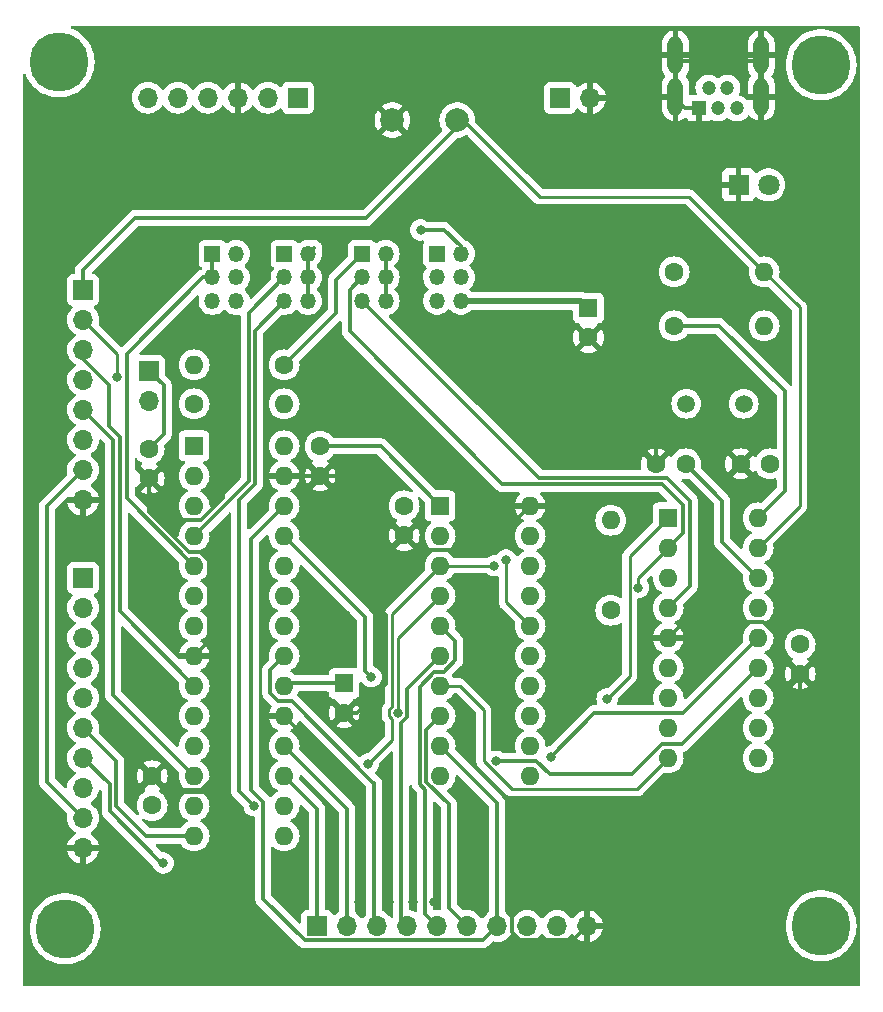
<source format=gbr>
%TF.GenerationSoftware,KiCad,Pcbnew,8.0.2*%
%TF.CreationDate,2024-05-01T23:32:11+01:00*%
%TF.ProjectId,PIC_QuickDevBoard,5049435f-5175-4696-936b-446576426f61,2.2*%
%TF.SameCoordinates,Original*%
%TF.FileFunction,Copper,L2,Bot*%
%TF.FilePolarity,Positive*%
%FSLAX46Y46*%
G04 Gerber Fmt 4.6, Leading zero omitted, Abs format (unit mm)*
G04 Created by KiCad (PCBNEW 8.0.2) date 2024-05-01 23:32:11*
%MOMM*%
%LPD*%
G01*
G04 APERTURE LIST*
%TA.AperFunction,ComponentPad*%
%ADD10C,2.000000*%
%TD*%
%TA.AperFunction,ComponentPad*%
%ADD11R,1.350000X1.350000*%
%TD*%
%TA.AperFunction,ComponentPad*%
%ADD12O,1.350000X1.350000*%
%TD*%
%TA.AperFunction,ComponentPad*%
%ADD13C,1.600000*%
%TD*%
%TA.AperFunction,ComponentPad*%
%ADD14O,1.600000X1.600000*%
%TD*%
%TA.AperFunction,ComponentPad*%
%ADD15R,1.600000X1.600000*%
%TD*%
%TA.AperFunction,ComponentPad*%
%ADD16C,5.000000*%
%TD*%
%TA.AperFunction,ComponentPad*%
%ADD17R,1.700000X1.700000*%
%TD*%
%TA.AperFunction,ComponentPad*%
%ADD18O,1.700000X1.700000*%
%TD*%
%TA.AperFunction,ComponentPad*%
%ADD19R,1.800000X1.800000*%
%TD*%
%TA.AperFunction,ComponentPad*%
%ADD20C,1.800000*%
%TD*%
%TA.AperFunction,ComponentPad*%
%ADD21C,1.200000*%
%TD*%
%TA.AperFunction,ComponentPad*%
%ADD22R,1.200000X1.200000*%
%TD*%
%TA.AperFunction,ComponentPad*%
%ADD23O,1.300000X3.200000*%
%TD*%
%TA.AperFunction,ComponentPad*%
%ADD24C,1.500000*%
%TD*%
%TA.AperFunction,ViaPad*%
%ADD25C,0.800000*%
%TD*%
%TA.AperFunction,Conductor*%
%ADD26C,0.350000*%
%TD*%
%TA.AperFunction,Conductor*%
%ADD27C,0.500000*%
%TD*%
%TA.AperFunction,Conductor*%
%ADD28C,0.250000*%
%TD*%
G04 APERTURE END LIST*
D10*
%TO.P,SW1,1,1*%
%TO.N,GND*%
X94250000Y-41000000D03*
%TO.P,SW1,2,2*%
%TO.N,RA0*%
X99750000Y-41000000D03*
%TD*%
D11*
%TO.P,J7,1,Pin_1*%
%TO.N,PIC16F14_PGEC*%
X79026000Y-52324000D03*
D12*
%TO.P,J7,2,Pin_2*%
%TO.N,PGEC*%
X81026000Y-52324000D03*
%TO.P,J7,3,Pin_3*%
%TO.N,PIC16F14_PGEC*%
X79026000Y-54324000D03*
%TO.P,J7,4,Pin_4*%
%TO.N,PGEC*%
X81026000Y-54324000D03*
%TO.P,J7,5,Pin_5*%
%TO.N,PIC16F84_PGEC*%
X79026000Y-56324000D03*
%TO.P,J7,6,Pin_6*%
%TO.N,PGEC*%
X81026000Y-56324000D03*
%TD*%
D13*
%TO.P,R4,1*%
%TO.N,RA1*%
X118110000Y-58420000D03*
D14*
%TO.P,R4,2*%
%TO.N,Net-(D1-A)*%
X125730000Y-58420000D03*
%TD*%
D11*
%TO.P,J10,1,Pin_1*%
%TO.N,VCC*%
X98050000Y-52300000D03*
D12*
%TO.P,J10,2,Pin_2*%
%TO.N,+3.3V*%
X100050000Y-52300000D03*
%TO.P,J10,3,Pin_3*%
%TO.N,VCC*%
X98050000Y-54300000D03*
%TO.P,J10,4,Pin_4*%
%TO.N,+5V*%
X100050000Y-54300000D03*
%TO.P,J10,5,Pin_5*%
%TO.N,VCC*%
X98050000Y-56300000D03*
%TO.P,J10,6,Pin_6*%
%TO.N,+5V*%
X100050000Y-56300000D03*
%TD*%
D15*
%TO.P,U1,1,Vpp/~{MCLR}/RE3*%
%TO.N,PIC24_MCLR*%
X77470000Y-68580000D03*
D14*
%TO.P,U1,2,RA0*%
%TO.N,RA0*%
X77470000Y-71120000D03*
%TO.P,U1,3,RA1*%
%TO.N,RA1*%
X77470000Y-73660000D03*
%TO.P,U1,4,RB0*%
%TO.N,PIC16F14_PGED*%
X77470000Y-76200000D03*
%TO.P,U1,5,RB1*%
%TO.N,PIC16F14_PGEC*%
X77470000Y-78740000D03*
%TO.P,U1,6,RB2*%
%TO.N,RB2*%
X77470000Y-81280000D03*
%TO.P,U1,7,RB3*%
%TO.N,RB3*%
X77470000Y-83820000D03*
%TO.P,U1,8,Vss*%
%TO.N,GND*%
X77470000Y-86360000D03*
%TO.P,U1,9,RA2*%
%TO.N,RA2*%
X77470000Y-88900000D03*
%TO.P,U1,10,RA3*%
%TO.N,PIC16F14_MCLR*%
X77470000Y-91440000D03*
%TO.P,U1,11,RB4*%
%TO.N,RB4*%
X77470000Y-93980000D03*
%TO.P,U1,12,RA4*%
%TO.N,RA4*%
X77470000Y-96520000D03*
%TO.P,U1,13,Vdd*%
%TO.N,VCC*%
X77470000Y-99060000D03*
%TO.P,U1,14,TMS/RB5*%
%TO.N,RB5*%
X77470000Y-101600000D03*
%TO.P,U1,15,Vbus*%
%TO.N,unconnected-(U1-Vbus-Pad15)*%
X85090000Y-101600000D03*
%TO.P,U1,16,TDI/RB7*%
%TO.N,PIC16F84_PGED*%
X85090000Y-99060000D03*
%TO.P,U1,17,TCK/RB8*%
%TO.N,RB8*%
X85090000Y-96520000D03*
%TO.P,U1,18,TDO/RB9*%
%TO.N,RB9*%
X85090000Y-93980000D03*
%TO.P,U1,19,DISVREG*%
%TO.N,GND*%
X85090000Y-91440000D03*
%TO.P,U1,20,Vcap/Vddcore*%
%TO.N,Net-(U1-Vcap{slash}Vddcore)*%
X85090000Y-88900000D03*
%TO.P,U1,21,RB10*%
%TO.N,RB10*%
X85090000Y-86360000D03*
%TO.P,U1,22,RB11*%
%TO.N,RB11*%
X85090000Y-83820000D03*
%TO.P,U1,23,Vusb*%
%TO.N,unconnected-(U1-Vusb-Pad23)*%
X85090000Y-81280000D03*
%TO.P,U1,24,RB13*%
%TO.N,RB13*%
X85090000Y-78740000D03*
%TO.P,U1,25,RB14*%
%TO.N,RB14*%
X85090000Y-76200000D03*
%TO.P,U1,26,RB15*%
%TO.N,RB15*%
X85090000Y-73660000D03*
%TO.P,U1,27,Vss*%
%TO.N,GND*%
X85090000Y-71120000D03*
%TO.P,U1,28,Vdd*%
%TO.N,VCC*%
X85090000Y-68580000D03*
%TD*%
D13*
%TO.P,C8,1*%
%TO.N,VCC*%
X95250000Y-73660000D03*
%TO.P,C8,2*%
%TO.N,GND*%
X95250000Y-76160000D03*
%TD*%
D16*
%TO.P,H4,1*%
%TO.N,N/C*%
X130556000Y-109220000D03*
%TD*%
D13*
%TO.P,C1,1*%
%TO.N,Net-(JP1-A)*%
X73660000Y-68834000D03*
%TO.P,C1,2*%
%TO.N,GND*%
X73660000Y-71334000D03*
%TD*%
D17*
%TO.P,J4,1,Pin_1*%
%TO.N,+5V*%
X108458000Y-39116000D03*
D18*
%TO.P,J4,2,Pin_2*%
%TO.N,GND*%
X110998000Y-39116000D03*
%TD*%
D15*
%TO.P,U4,1,VDD*%
%TO.N,VCC*%
X98298000Y-73660000D03*
D14*
%TO.P,U4,2,RA5/SOSCI/T1CKI/OSC1/CLKIN*%
%TO.N,RA5*%
X98298000Y-76200000D03*
%TO.P,U4,3,RA4/AN3/SOSCO/T1G/OSC2/CLKOUT/CLKR*%
%TO.N,RA4*%
X98298000Y-78740000D03*
%TO.P,U4,4,RA3/T1G/~{SS}/~{MCLR}/Vpp*%
%TO.N,PIC16F14_MCLR*%
X98298000Y-81280000D03*
%TO.P,U4,5,PWM1/CWG1A/T0CKI/RC5*%
%TO.N,RB13*%
X98298000Y-83820000D03*
%TO.P,U4,6,CWG1B/C1OUT/C2OUT/RC4*%
%TO.N,RB11*%
X98298000Y-86360000D03*
%TO.P,U4,7,CLKR/C1IN3-/C2IN3-/DACOUT2/AN7/RC3*%
%TO.N,RB3*%
X98298000Y-88900000D03*
%TO.P,U4,8,~{SS}/PWM2/AN8/RC6*%
%TO.N,RB14*%
X98298000Y-91440000D03*
%TO.P,U4,9,SDO/AN9/RC7*%
%TO.N,RB15*%
X98298000Y-93980000D03*
%TO.P,U4,10,RB7/TX/CK*%
%TO.N,PIC16F84_PGED*%
X98298000Y-96520000D03*
%TO.P,U4,11,RB6/SCL/SCK*%
%TO.N,PIC16F84_PGEC*%
X105918000Y-96520000D03*
%TO.P,U4,12,RB5/AN11/RX/DX*%
%TO.N,RB5*%
X105918000Y-93980000D03*
%TO.P,U4,13,RB4/AN10/SDA/SDI*%
%TO.N,RB4*%
X105918000Y-91440000D03*
%TO.P,U4,14,C2IN2-/C1IN2-/DACOUT1/AN6/RC2*%
%TO.N,RB2*%
X105918000Y-88900000D03*
%TO.P,U4,15,ICSPCLK/~{CWGFLT}/C2IN-/C1IN-/AN5/RC1*%
%TO.N,PIC16F14_PGEC*%
X105918000Y-86360000D03*
%TO.P,U4,16,ICSPDAT/C2IN+/C1IN+/Vref+/AN4/RC0*%
%TO.N,PIC16F14_PGED*%
X105918000Y-83820000D03*
%TO.P,U4,17,Vusb3v3*%
%TO.N,unconnected-(U4-Vusb3v3-Pad17)*%
X105918000Y-81280000D03*
%TO.P,U4,18,RA1/D-/ICSPCLK*%
%TO.N,RA1*%
X105918000Y-78740000D03*
%TO.P,U4,19,RA0/D+/ICSPDAT*%
%TO.N,RA0*%
X105918000Y-76200000D03*
%TO.P,U4,20,VSS*%
%TO.N,GND*%
X105918000Y-73660000D03*
%TD*%
D13*
%TO.P,C6,1*%
%TO.N,GND*%
X123738000Y-70104000D03*
%TO.P,C6,2*%
%TO.N,Net-(U2-OSC2{slash}CLKOUT)*%
X126238000Y-70104000D03*
%TD*%
%TO.P,C2,1*%
%TO.N,VCC*%
X88138000Y-68620000D03*
%TO.P,C2,2*%
%TO.N,GND*%
X88138000Y-71120000D03*
%TD*%
D11*
%TO.P,J9,1,Pin_1*%
%TO.N,PIC24_MCLR*%
X91694000Y-52324000D03*
D12*
%TO.P,J9,2,Pin_2*%
%TO.N,{slash}MCLR*%
X93694000Y-52324000D03*
%TO.P,J9,3,Pin_3*%
%TO.N,PIC16F14_MCLR*%
X91694000Y-54324000D03*
%TO.P,J9,4,Pin_4*%
%TO.N,{slash}MCLR*%
X93694000Y-54324000D03*
%TO.P,J9,5,Pin_5*%
%TO.N,PIC16F84_MCLR*%
X91694000Y-56324000D03*
%TO.P,J9,6,Pin_6*%
%TO.N,{slash}MCLR*%
X93694000Y-56324000D03*
%TD*%
D13*
%TO.P,C9,1*%
%TO.N,VCC*%
X128778000Y-85384000D03*
%TO.P,C9,2*%
%TO.N,GND*%
X128778000Y-87884000D03*
%TD*%
%TO.P,R1,1*%
%TO.N,Net-(JP1-B)*%
X77470000Y-65024000D03*
D14*
%TO.P,R1,2*%
%TO.N,VCC*%
X85090000Y-65024000D03*
%TD*%
D15*
%TO.P,C4,1*%
%TO.N,Net-(U1-Vcap{slash}Vddcore)*%
X90170000Y-88687144D03*
D13*
%TO.P,C4,2*%
%TO.N,GND*%
X90170000Y-91187144D03*
%TD*%
%TO.P,R2,1*%
%TO.N,PIC24_MCLR*%
X85090000Y-61722000D03*
D14*
%TO.P,R2,2*%
%TO.N,Net-(JP1-B)*%
X77470000Y-61722000D03*
%TD*%
D13*
%TO.P,C5,1*%
%TO.N,GND*%
X116586000Y-70104000D03*
%TO.P,C5,2*%
%TO.N,Net-(U2-OSC1{slash}CLKIN)*%
X119086000Y-70104000D03*
%TD*%
D19*
%TO.P,D1,1,K*%
%TO.N,GND*%
X123566000Y-46482000D03*
D20*
%TO.P,D1,2,A*%
%TO.N,Net-(D1-A)*%
X126106000Y-46482000D03*
%TD*%
D17*
%TO.P,J2,1,Pin_1*%
%TO.N,PIC16F14_PGED*%
X68072000Y-79756000D03*
D18*
%TO.P,J2,2,Pin_2*%
%TO.N,PIC16F14_PGEC*%
X68072000Y-82296000D03*
%TO.P,J2,3,Pin_3*%
%TO.N,RB2*%
X68072000Y-84836000D03*
%TO.P,J2,4,Pin_4*%
%TO.N,RB3*%
X68072000Y-87376000D03*
%TO.P,J2,5,Pin_5*%
%TO.N,RB4*%
X68072000Y-89916000D03*
%TO.P,J2,6,Pin_6*%
%TO.N,RB5*%
X68072000Y-92456000D03*
%TO.P,J2,7,Pin_7*%
%TO.N,PIC16F84_PGEC*%
X68072000Y-94996000D03*
%TO.P,J2,8,Pin_8*%
%TO.N,PIC16F84_PGED*%
X68072000Y-97536000D03*
%TO.P,J2,9,Pin_9*%
%TO.N,+3.3V*%
X68072000Y-100076000D03*
%TO.P,J2,10,Pin_10*%
%TO.N,GND*%
X68072000Y-102616000D03*
%TD*%
D17*
%TO.P,J5,1,Pin_1*%
%TO.N,{slash}MCLR*%
X86250000Y-39100000D03*
D18*
%TO.P,J5,2,Pin_2*%
%TO.N,VCC*%
X83710000Y-39100000D03*
%TO.P,J5,3,Pin_3*%
%TO.N,GND*%
X81170000Y-39100000D03*
%TO.P,J5,4,Pin_4*%
%TO.N,PGED*%
X78630000Y-39100000D03*
%TO.P,J5,5,Pin_5*%
%TO.N,PGEC*%
X76090000Y-39100000D03*
%TO.P,J5,6,Pin_6*%
%TO.N,unconnected-(J5-Pin_6-Pad6)*%
X73550000Y-39100000D03*
%TD*%
D17*
%TO.P,J1,1,Pin_1*%
%TO.N,RA0*%
X68072000Y-55372000D03*
D18*
%TO.P,J1,2,Pin_2*%
%TO.N,RA1*%
X68072000Y-57912000D03*
%TO.P,J1,3,Pin_3*%
%TO.N,RA2*%
X68072000Y-60452000D03*
%TO.P,J1,4,Pin_4*%
%TO.N,PIC16F14_MCLR*%
X68072000Y-62992000D03*
%TO.P,J1,5,Pin_5*%
%TO.N,RA4*%
X68072000Y-65532000D03*
%TO.P,J1,6,Pin_6*%
%TO.N,RA5*%
X68072000Y-68072000D03*
%TO.P,J1,7,Pin_7*%
%TO.N,+3.3V*%
X68072000Y-70612000D03*
%TO.P,J1,8,Pin_8*%
%TO.N,GND*%
X68072000Y-73152000D03*
%TD*%
D16*
%TO.P,H3,1*%
%TO.N,N/C*%
X66548000Y-109474000D03*
%TD*%
%TO.P,H1,1*%
%TO.N,N/C*%
X66040000Y-36068000D03*
%TD*%
D17*
%TO.P,J3,1,Pin_1*%
%TO.N,RB8*%
X87884000Y-109220000D03*
D18*
%TO.P,J3,2,Pin_2*%
%TO.N,RB9*%
X90424000Y-109220000D03*
%TO.P,J3,3,Pin_3*%
%TO.N,RB10*%
X92964000Y-109220000D03*
%TO.P,J3,4,Pin_4*%
%TO.N,RB11*%
X95504000Y-109220000D03*
%TO.P,J3,5,Pin_5*%
%TO.N,RB13*%
X98044000Y-109220000D03*
%TO.P,J3,6,Pin_6*%
%TO.N,RB14*%
X100584000Y-109220000D03*
%TO.P,J3,7,Pin_7*%
%TO.N,RB15*%
X103124000Y-109220000D03*
%TO.P,J3,8,Pin_8*%
%TO.N,+5V*%
X105664000Y-109220000D03*
%TO.P,J3,9,Pin_9*%
%TO.N,+3.3V*%
X108204000Y-109220000D03*
%TO.P,J3,10,Pin_10*%
%TO.N,GND*%
X110744000Y-109220000D03*
%TD*%
D17*
%TO.P,JP1,1,A*%
%TO.N,Net-(JP1-A)*%
X73660000Y-62230000D03*
D18*
%TO.P,JP1,2,B*%
%TO.N,Net-(JP1-B)*%
X73660000Y-64770000D03*
%TD*%
D11*
%TO.P,J8,1,Pin_1*%
%TO.N,PIC16F14_PGED*%
X85122000Y-52324000D03*
D12*
%TO.P,J8,2,Pin_2*%
%TO.N,PGED*%
X87122000Y-52324000D03*
%TO.P,J8,3,Pin_3*%
%TO.N,PIC16F14_PGED*%
X85122000Y-54324000D03*
%TO.P,J8,4,Pin_4*%
%TO.N,PGED*%
X87122000Y-54324000D03*
%TO.P,J8,5,Pin_5*%
%TO.N,PIC16F84_PGED*%
X85122000Y-56324000D03*
%TO.P,J8,6,Pin_6*%
%TO.N,PGED*%
X87122000Y-56324000D03*
%TD*%
D21*
%TO.P,J6,1,VBUS*%
%TO.N,+5V*%
X123426000Y-40012000D03*
%TO.P,J6,2,D-*%
%TO.N,unconnected-(J6-D--Pad2)*%
X122626000Y-38262000D03*
%TO.P,J6,3,D+*%
%TO.N,unconnected-(J6-D+-Pad3)*%
X121826000Y-40012000D03*
%TO.P,J6,4,ID*%
%TO.N,unconnected-(J6-ID-Pad4)*%
X121026000Y-38262000D03*
D22*
%TO.P,J6,5,GND*%
%TO.N,GND*%
X120226000Y-40012000D03*
D23*
%TO.P,J6,6,Shield*%
X118226000Y-35512000D03*
X118226000Y-39012000D03*
X125476000Y-35512000D03*
X125476000Y-39012000D03*
%TD*%
D15*
%TO.P,U2,1,RA2*%
%TO.N,RA2*%
X117602000Y-74676000D03*
D14*
%TO.P,U2,2,RA3*%
%TO.N,PIC16F14_MCLR*%
X117602000Y-77216000D03*
%TO.P,U2,3,TOCKI/RA4*%
%TO.N,RA4*%
X117602000Y-79756000D03*
%TO.P,U2,4,~{MCLR}*%
%TO.N,PIC16F84_MCLR*%
X117602000Y-82296000D03*
%TO.P,U2,5,VSS*%
%TO.N,GND*%
X117602000Y-84836000D03*
%TO.P,U2,6,INT/RB0*%
%TO.N,PIC16F14_PGED*%
X117602000Y-87376000D03*
%TO.P,U2,7,RB1*%
%TO.N,PIC16F14_PGEC*%
X117602000Y-89916000D03*
%TO.P,U2,8,RB2*%
%TO.N,RB2*%
X117602000Y-92456000D03*
%TO.P,U2,9,RB3*%
%TO.N,RB3*%
X117602000Y-94996000D03*
%TO.P,U2,10,RB4*%
%TO.N,RB4*%
X125222000Y-94996000D03*
%TO.P,U2,11,RB5*%
%TO.N,RB5*%
X125222000Y-92456000D03*
%TO.P,U2,12,RB6*%
%TO.N,PIC16F84_PGEC*%
X125222000Y-89916000D03*
%TO.P,U2,13,RB7*%
%TO.N,PIC16F84_PGED*%
X125222000Y-87376000D03*
%TO.P,U2,14,VDD*%
%TO.N,VCC*%
X125222000Y-84836000D03*
%TO.P,U2,15,OSC2/CLKOUT*%
%TO.N,Net-(U2-OSC2{slash}CLKOUT)*%
X125222000Y-82296000D03*
%TO.P,U2,16,OSC1/CLKIN*%
%TO.N,Net-(U2-OSC1{slash}CLKIN)*%
X125222000Y-79756000D03*
%TO.P,U2,17,RA0*%
%TO.N,RA0*%
X125222000Y-77216000D03*
%TO.P,U2,18,RA1*%
%TO.N,RA1*%
X125222000Y-74676000D03*
%TD*%
D13*
%TO.P,C3,1*%
%TO.N,VCC*%
X73914000Y-99020000D03*
%TO.P,C3,2*%
%TO.N,GND*%
X73914000Y-96520000D03*
%TD*%
D15*
%TO.P,C7,1*%
%TO.N,+5V*%
X110850000Y-56900000D03*
D13*
%TO.P,C7,2*%
%TO.N,GND*%
X110850000Y-59400000D03*
%TD*%
D16*
%TO.P,H2,1*%
%TO.N,N/C*%
X130556000Y-36322000D03*
%TD*%
D13*
%TO.P,R5,1*%
%TO.N,VCC*%
X118110000Y-53848000D03*
D14*
%TO.P,R5,2*%
%TO.N,RA0*%
X125730000Y-53848000D03*
%TD*%
D24*
%TO.P,Y1,1,1*%
%TO.N,Net-(U2-OSC2{slash}CLKOUT)*%
X124006000Y-65024000D03*
%TO.P,Y1,2,2*%
%TO.N,Net-(U2-OSC1{slash}CLKIN)*%
X119126000Y-65024000D03*
%TD*%
D13*
%TO.P,R3,1*%
%TO.N,PIC16F84_MCLR*%
X112750000Y-82500000D03*
D14*
%TO.P,R3,2*%
%TO.N,VCC*%
X112750000Y-74880000D03*
%TD*%
D25*
%TO.N,GND*%
X90297000Y-82931000D03*
X103124000Y-91567000D03*
X91440000Y-107188000D03*
X93980000Y-107188000D03*
X104394000Y-106934000D03*
X101092000Y-106934000D03*
X75438000Y-88773000D03*
X79650000Y-91500000D03*
X100711000Y-91567000D03*
X79883000Y-71374000D03*
X96012000Y-107188000D03*
X108850000Y-53500000D03*
X93091000Y-82296000D03*
X97802500Y-107188000D03*
X89154000Y-107188000D03*
X85852000Y-106172000D03*
%TO.N,RA2*%
X112433719Y-89995208D03*
%TO.N,RA4*%
X92202000Y-95504000D03*
X102870000Y-78740000D03*
%TO.N,RB14*%
X92456000Y-88138000D03*
%TO.N,RA1*%
X70979014Y-62790069D03*
%TO.N,PIC16F14_PGED*%
X103886000Y-78232000D03*
%TO.N,PIC16F14_MCLR*%
X94729500Y-91186000D03*
X115062000Y-80590000D03*
%TO.N,PIC16F84_PGEC*%
X74850000Y-103900000D03*
%TO.N,PIC16F84_PGED*%
X103053153Y-95296847D03*
X82550000Y-99060000D03*
%TO.N,VCC*%
X107650000Y-94900000D03*
%TO.N,+3.3V*%
X96650000Y-50300000D03*
%TD*%
D26*
%TO.N,GND*%
X78740000Y-78348299D02*
X78740000Y-85090000D01*
X77072818Y-77565000D02*
X77956701Y-77565000D01*
X85090000Y-71120000D02*
X88138000Y-71120000D01*
X115930000Y-109220000D02*
X128778000Y-96372000D01*
X128778000Y-96372000D02*
X128778000Y-87884000D01*
X109519000Y-110445000D02*
X105066588Y-110445000D01*
X120226000Y-40012000D02*
X119051000Y-40012000D01*
X93734000Y-82939000D02*
X93091000Y-82296000D01*
X125476000Y-39137000D02*
X125476000Y-41474000D01*
X110744000Y-109220000D02*
X115930000Y-109220000D01*
X78057182Y-74835000D02*
X79883000Y-73009182D01*
X78740000Y-85090000D02*
X77470000Y-86360000D01*
X116586000Y-70104000D02*
X116586000Y-65136000D01*
X93091000Y-78319000D02*
X95250000Y-76160000D01*
X105066588Y-110445000D02*
X104394000Y-109772412D01*
X93734000Y-88754514D02*
X93734000Y-82939000D01*
X73660000Y-71334000D02*
X73660000Y-72465370D01*
X79883000Y-71374000D02*
X79883000Y-71501000D01*
X125476000Y-39137000D02*
X125476000Y-36012000D01*
X79883000Y-73009182D02*
X79883000Y-71374000D01*
D27*
X73914000Y-96520000D02*
X75164000Y-97770000D01*
D26*
X91301370Y-91187144D02*
X93734000Y-88754514D01*
D27*
X79650000Y-96300000D02*
X79650000Y-91500000D01*
D26*
X124050000Y-42900000D02*
X121650000Y-42900000D01*
X126850000Y-84700000D02*
X126850000Y-85956000D01*
X96465000Y-77375000D02*
X95250000Y-76160000D01*
X126850000Y-85956000D02*
X128778000Y-87884000D01*
X118176000Y-39137000D02*
X111019000Y-39137000D01*
X121650000Y-42900000D02*
X120226000Y-41476000D01*
X91440000Y-97790000D02*
X91440000Y-107188000D01*
X73660000Y-71334000D02*
X73660000Y-74152182D01*
X116586000Y-65136000D02*
X110850000Y-59400000D01*
X110744000Y-109220000D02*
X109519000Y-110445000D01*
X90210000Y-71120000D02*
X95250000Y-76160000D01*
X93091000Y-82296000D02*
X93091000Y-78319000D01*
X77956701Y-77565000D02*
X78740000Y-78348299D01*
X119051000Y-40012000D02*
X118176000Y-39137000D01*
X85090000Y-91440000D02*
X91440000Y-97790000D01*
D27*
X75164000Y-97770000D02*
X78180000Y-97770000D01*
D26*
X118938000Y-83500000D02*
X125650000Y-83500000D01*
X118176000Y-36012000D02*
X125476000Y-36012000D01*
X117602000Y-84836000D02*
X118938000Y-83500000D01*
X73660000Y-74152182D02*
X77072818Y-77565000D01*
X76029630Y-74835000D02*
X78057182Y-74835000D01*
D27*
X78180000Y-97770000D02*
X79650000Y-96300000D01*
D26*
X104394000Y-109772412D02*
X104394000Y-106934000D01*
X120226000Y-41476000D02*
X120226000Y-40012000D01*
X102203000Y-77375000D02*
X96465000Y-77375000D01*
X73660000Y-72465370D02*
X76029630Y-74835000D01*
X111019000Y-39137000D02*
X110998000Y-39116000D01*
X90170000Y-91187144D02*
X91301370Y-91187144D01*
X125650000Y-83500000D02*
X126850000Y-84700000D01*
X105918000Y-73660000D02*
X102203000Y-77375000D01*
X125476000Y-41474000D02*
X124050000Y-42900000D01*
X88138000Y-71120000D02*
X90210000Y-71120000D01*
%TO.N,Net-(U1-Vcap{slash}Vddcore)*%
X85302856Y-88687144D02*
X85090000Y-88900000D01*
X90170000Y-88687144D02*
X85302856Y-88687144D01*
%TO.N,Net-(U2-OSC1{slash}CLKIN)*%
X122174000Y-76708000D02*
X125222000Y-79756000D01*
X122174000Y-73224000D02*
X122174000Y-76708000D01*
X119086000Y-70104000D02*
X119086000Y-70136000D01*
X119086000Y-70136000D02*
X122174000Y-73224000D01*
%TO.N,{slash}MCLR*%
X93694000Y-56324000D02*
X93694000Y-54324000D01*
X93694000Y-52324000D02*
X93694000Y-54324000D01*
%TO.N,PGED*%
X87122000Y-52324000D02*
X87122000Y-54324000D01*
X87122000Y-54324000D02*
X87122000Y-56324000D01*
X87630000Y-51816000D02*
X87122000Y-52324000D01*
D28*
%TO.N,RA2*%
X114337000Y-77941000D02*
X117602000Y-74676000D01*
D26*
X70250000Y-66932182D02*
X71162000Y-67844182D01*
X71162000Y-67844182D02*
X71162000Y-82592000D01*
D28*
X112433719Y-89995208D02*
X114337000Y-88091927D01*
X114337000Y-88091927D02*
X114337000Y-77941000D01*
D26*
X68072000Y-61259588D02*
X70250000Y-63437588D01*
X68072000Y-60452000D02*
X68072000Y-61259588D01*
X71162000Y-82592000D02*
X77470000Y-88900000D01*
X70250000Y-63437588D02*
X70250000Y-66932182D01*
D28*
%TO.N,RA4*%
X94004500Y-90885695D02*
X94234000Y-90656195D01*
D26*
X70612000Y-89662000D02*
X77470000Y-96520000D01*
D28*
X94234000Y-91715805D02*
X94004500Y-91486305D01*
X94234000Y-93472000D02*
X94234000Y-91715805D01*
X98298000Y-78740000D02*
X102870000Y-78740000D01*
X92202000Y-95504000D02*
X94234000Y-93472000D01*
D26*
X70612000Y-68072000D02*
X70612000Y-89662000D01*
D28*
X94234000Y-90656195D02*
X94234000Y-82804000D01*
D26*
X68072000Y-65532000D02*
X70612000Y-68072000D01*
D28*
X94234000Y-82804000D02*
X98298000Y-78740000D01*
X94004500Y-91486305D02*
X94004500Y-90885695D01*
D26*
%TO.N,RB8*%
X87884000Y-109220000D02*
X87884000Y-99314000D01*
X87884000Y-99314000D02*
X85090000Y-96520000D01*
D28*
%TO.N,RB3*%
X98298000Y-88900000D02*
X99949000Y-88900000D01*
X114953000Y-97645000D02*
X117602000Y-94996000D01*
X104376000Y-97645000D02*
X114953000Y-97645000D01*
X101981000Y-95250000D02*
X104376000Y-97645000D01*
X99949000Y-88900000D02*
X101981000Y-90932000D01*
X101981000Y-90932000D02*
X101981000Y-95250000D01*
D26*
%TO.N,RB5*%
X70866000Y-95250000D02*
X70866000Y-99060000D01*
X70866000Y-99060000D02*
X73406000Y-101600000D01*
X68072000Y-92456000D02*
X70866000Y-95250000D01*
X73406000Y-101600000D02*
X77470000Y-101600000D01*
%TO.N,RB9*%
X90424000Y-109220000D02*
X90424000Y-99314000D01*
X90424000Y-99314000D02*
X85090000Y-93980000D01*
%TO.N,RB10*%
X83915000Y-87535000D02*
X83915000Y-89503000D01*
X83915000Y-89503000D02*
X84582000Y-90170000D01*
X85090000Y-86360000D02*
X83915000Y-87535000D01*
X92710000Y-108966000D02*
X92964000Y-109220000D01*
X92710000Y-97108016D02*
X92710000Y-108966000D01*
X92658016Y-97108016D02*
X92710000Y-97108016D01*
X84582000Y-90170000D02*
X85720000Y-90170000D01*
X85720000Y-90170000D02*
X92658016Y-97108016D01*
%TO.N,RB11*%
X95504500Y-89153500D02*
X98298000Y-86360000D01*
X94996000Y-108712000D02*
X94996000Y-106506016D01*
X94996000Y-106506016D02*
X95009000Y-106493016D01*
X94996000Y-105837984D02*
X94996000Y-92015516D01*
X94996000Y-92015516D02*
X95504500Y-91507016D01*
X95009000Y-105850984D02*
X94996000Y-105837984D01*
X95009000Y-106493016D02*
X95009000Y-105850984D01*
X95504500Y-91507016D02*
X95504500Y-89153500D01*
X95504000Y-109220000D02*
X94996000Y-108712000D01*
%TO.N,RB13*%
X99568000Y-86751701D02*
X99568000Y-85090000D01*
X99568000Y-85090000D02*
X98298000Y-83820000D01*
X98044000Y-109220000D02*
X97028000Y-108204000D01*
X96573000Y-88963299D02*
X97811299Y-87725000D01*
X97028000Y-97689519D02*
X96573000Y-97234518D01*
X97811299Y-87725000D02*
X98594701Y-87725000D01*
X98594701Y-87725000D02*
X99568000Y-86751701D01*
X97028000Y-108204000D02*
X97028000Y-97689519D01*
X96573000Y-97234518D02*
X96573000Y-88963299D01*
%TO.N,RB14*%
X91948000Y-83058000D02*
X85090000Y-76200000D01*
X91948000Y-87630000D02*
X91948000Y-83058000D01*
X99060000Y-107696000D02*
X99060000Y-98943701D01*
X92456000Y-88138000D02*
X91948000Y-87630000D01*
X99060000Y-98943701D02*
X97123000Y-97006701D01*
X97123000Y-97006701D02*
X97123000Y-92615000D01*
X100584000Y-109220000D02*
X99060000Y-107696000D01*
X97123000Y-92615000D02*
X98298000Y-91440000D01*
%TO.N,RB15*%
X83325000Y-106947000D02*
X86823000Y-110445000D01*
X103124000Y-109220000D02*
X103124000Y-98806000D01*
X86823000Y-110445000D02*
X101899000Y-110445000D01*
X103124000Y-98806000D02*
X98298000Y-93980000D01*
X85090000Y-73660000D02*
X82296000Y-76454000D01*
X82296000Y-76454000D02*
X82296000Y-97709984D01*
X101899000Y-110445000D02*
X103124000Y-109220000D01*
X82296000Y-97709984D02*
X83325000Y-98738984D01*
X83325000Y-98738984D02*
X83325000Y-106947000D01*
D28*
%TO.N,RA0*%
X106750000Y-47500000D02*
X119382000Y-47500000D01*
X119382000Y-47500000D02*
X125730000Y-53848000D01*
D26*
X92050000Y-49300000D02*
X72450000Y-49300000D01*
X100330000Y-41116000D02*
X100234000Y-41116000D01*
X68072000Y-53678000D02*
X68072000Y-55372000D01*
D28*
X125222000Y-77216000D02*
X128750000Y-73688000D01*
D26*
X100234000Y-41116000D02*
X92050000Y-49300000D01*
X72450000Y-49300000D02*
X68072000Y-53678000D01*
D28*
X100250000Y-41000000D02*
X106750000Y-47500000D01*
X128750000Y-73688000D02*
X128750000Y-56868000D01*
X128750000Y-56868000D02*
X125730000Y-53848000D01*
D26*
%TO.N,RA1*%
X127466000Y-72432000D02*
X125222000Y-74676000D01*
D28*
X70979014Y-62790069D02*
X70979014Y-60819014D01*
D26*
X121920000Y-58420000D02*
X127466000Y-63966000D01*
X127466000Y-63966000D02*
X127466000Y-72432000D01*
X118110000Y-58420000D02*
X121920000Y-58420000D01*
D28*
X70979014Y-60819014D02*
X68072000Y-57912000D01*
D26*
%TO.N,PIC24_MCLR*%
X89450000Y-57362000D02*
X85090000Y-61722000D01*
X91694000Y-52324000D02*
X89450000Y-54568000D01*
X89450000Y-54568000D02*
X89450000Y-57362000D01*
%TO.N,Net-(JP1-A)*%
X74885000Y-63455000D02*
X74885000Y-67609000D01*
X74885000Y-67609000D02*
X73660000Y-68834000D01*
X73660000Y-62230000D02*
X74885000Y-63455000D01*
%TO.N,PIC16F14_PGED*%
X82076000Y-57370000D02*
X82076000Y-71594000D01*
X85122000Y-54324000D02*
X82076000Y-57370000D01*
X82076000Y-71594000D02*
X77470000Y-76200000D01*
D28*
X103886000Y-78232000D02*
X103886000Y-81788000D01*
X103886000Y-81788000D02*
X105918000Y-83820000D01*
D26*
%TO.N,PIC16F14_PGEC*%
X79026000Y-54324000D02*
X79026000Y-52324000D01*
X79026000Y-54324000D02*
X78264000Y-54324000D01*
X71755000Y-60833000D02*
X71755000Y-73025000D01*
X71755000Y-73025000D02*
X77470000Y-78740000D01*
X78264000Y-54324000D02*
X71755000Y-60833000D01*
D28*
%TO.N,PIC16F14_MCLR*%
X115062000Y-79756000D02*
X117602000Y-77216000D01*
D26*
X90644000Y-55374000D02*
X90644000Y-58894000D01*
D28*
X94729500Y-91186000D02*
X94754499Y-91161001D01*
X94754499Y-84823501D02*
X98298000Y-81280000D01*
D26*
X103579000Y-71829000D02*
X117105000Y-71829000D01*
X91694000Y-54324000D02*
X90644000Y-55374000D01*
D28*
X115062000Y-80590000D02*
X115062000Y-79756000D01*
X94754499Y-91161001D02*
X94754499Y-84823501D01*
D26*
X117105000Y-71829000D02*
X118872000Y-73596000D01*
X118872000Y-73596000D02*
X118872000Y-75946000D01*
X118872000Y-75946000D02*
X117602000Y-77216000D01*
X90644000Y-58894000D02*
X103579000Y-71829000D01*
%TO.N,PIC16F84_PGEC*%
X70316000Y-97240000D02*
X68072000Y-94996000D01*
X74850000Y-103900000D02*
X74690000Y-103900000D01*
X74690000Y-103900000D02*
X70316000Y-99526000D01*
X70316000Y-99526000D02*
X70316000Y-97240000D01*
%TO.N,PIC16F84_PGED*%
X117115299Y-93821000D02*
X118777000Y-93821000D01*
X118777000Y-93821000D02*
X125222000Y-87376000D01*
X103053153Y-95296847D02*
X103100000Y-95250000D01*
X82626000Y-58820000D02*
X82626000Y-71821818D01*
X81280000Y-97790000D02*
X82550000Y-99060000D01*
X82626000Y-71821818D02*
X81280000Y-73167818D01*
X103100000Y-95250000D02*
X106426000Y-95250000D01*
X81280000Y-73167818D02*
X81280000Y-97790000D01*
X85122000Y-56324000D02*
X82626000Y-58820000D01*
X107569000Y-96393000D02*
X114543299Y-96393000D01*
X106426000Y-95250000D02*
X107569000Y-96393000D01*
X114543299Y-96393000D02*
X117115299Y-93821000D01*
%TO.N,PIC16F84_MCLR*%
X119422000Y-80476000D02*
X119422000Y-73209818D01*
X117491182Y-71279000D02*
X107601000Y-71279000D01*
X91694000Y-56324000D02*
X106649000Y-71279000D01*
X117602000Y-82296000D02*
X119422000Y-80476000D01*
X106649000Y-71279000D02*
X107601000Y-71279000D01*
X119422000Y-73209818D02*
X117491182Y-71279000D01*
%TO.N,VCC*%
X118863585Y-91194415D02*
X125222000Y-84836000D01*
X93258000Y-68620000D02*
X98298000Y-73660000D01*
X107650000Y-94900000D02*
X111355585Y-91194415D01*
X88138000Y-68620000D02*
X93258000Y-68620000D01*
X111355585Y-91194415D02*
X118863585Y-91194415D01*
D27*
%TO.N,+5V*%
X100050000Y-56300000D02*
X110250000Y-56300000D01*
X110250000Y-56300000D02*
X110850000Y-56900000D01*
D26*
%TO.N,+3.3V*%
X68072000Y-70612000D02*
X65024000Y-73660000D01*
X100050000Y-51700000D02*
X100050000Y-52300000D01*
X65024000Y-97028000D02*
X68072000Y-100076000D01*
X96650000Y-50300000D02*
X98650000Y-50300000D01*
X98650000Y-50300000D02*
X100050000Y-51700000D01*
X65024000Y-73660000D02*
X65024000Y-97028000D01*
%TD*%
%TA.AperFunction,Conductor*%
%TO.N,GND*%
G36*
X86605964Y-98991265D02*
G01*
X87172181Y-99557482D01*
X87205666Y-99618805D01*
X87208500Y-99645163D01*
X87208500Y-107745500D01*
X87188815Y-107812539D01*
X87136011Y-107858294D01*
X87084501Y-107869500D01*
X86986130Y-107869500D01*
X86986123Y-107869501D01*
X86926516Y-107875908D01*
X86791671Y-107926202D01*
X86791664Y-107926206D01*
X86676455Y-108012452D01*
X86676452Y-108012455D01*
X86590206Y-108127664D01*
X86590202Y-108127671D01*
X86539908Y-108262517D01*
X86533501Y-108322116D01*
X86533500Y-108322135D01*
X86533500Y-108900837D01*
X86513815Y-108967876D01*
X86461011Y-109013631D01*
X86391853Y-109023575D01*
X86328297Y-108994550D01*
X86321819Y-108988518D01*
X84036819Y-106703518D01*
X84003334Y-106642195D01*
X84000500Y-106615837D01*
X84000500Y-102649049D01*
X84020185Y-102582010D01*
X84072989Y-102536255D01*
X84142147Y-102526311D01*
X84205703Y-102555336D01*
X84212181Y-102561368D01*
X84250858Y-102600045D01*
X84250861Y-102600047D01*
X84437266Y-102730568D01*
X84643504Y-102826739D01*
X84863308Y-102885635D01*
X85025230Y-102899801D01*
X85089998Y-102905468D01*
X85090000Y-102905468D01*
X85090002Y-102905468D01*
X85146673Y-102900509D01*
X85316692Y-102885635D01*
X85536496Y-102826739D01*
X85742734Y-102730568D01*
X85929139Y-102600047D01*
X86090047Y-102439139D01*
X86220568Y-102252734D01*
X86316739Y-102046496D01*
X86375635Y-101826692D01*
X86395468Y-101600000D01*
X86375635Y-101373308D01*
X86316739Y-101153504D01*
X86220568Y-100947266D01*
X86090047Y-100760861D01*
X86090045Y-100760858D01*
X85929141Y-100599954D01*
X85742734Y-100469432D01*
X85742728Y-100469429D01*
X85684725Y-100442382D01*
X85632285Y-100396210D01*
X85613133Y-100329017D01*
X85633348Y-100262135D01*
X85684725Y-100217618D01*
X85742734Y-100190568D01*
X85929139Y-100060047D01*
X86090047Y-99899139D01*
X86220568Y-99712734D01*
X86316739Y-99506496D01*
X86375635Y-99286692D01*
X86394756Y-99068135D01*
X86420207Y-99003070D01*
X86476798Y-98962091D01*
X86546560Y-98958213D01*
X86605964Y-98991265D01*
G37*
%TD.AperFunction*%
%TA.AperFunction,Conductor*%
G36*
X86474066Y-91883084D02*
G01*
X86493883Y-91899184D01*
X91998181Y-97403482D01*
X92031666Y-97464805D01*
X92034500Y-97491163D01*
X92034500Y-108188241D01*
X92014815Y-108255280D01*
X91998181Y-108275922D01*
X91925505Y-108348597D01*
X91795575Y-108534158D01*
X91740998Y-108577783D01*
X91671500Y-108584977D01*
X91609145Y-108553454D01*
X91592425Y-108534158D01*
X91462494Y-108348597D01*
X91295402Y-108181506D01*
X91295401Y-108181505D01*
X91214852Y-108125104D01*
X91152375Y-108081357D01*
X91108752Y-108026781D01*
X91099500Y-107979783D01*
X91099500Y-99247466D01*
X91073541Y-99116969D01*
X91073540Y-99116968D01*
X91073540Y-99116964D01*
X91022620Y-98994031D01*
X91001278Y-98962091D01*
X90948698Y-98883398D01*
X90948697Y-98883397D01*
X90948695Y-98883394D01*
X90854606Y-98789305D01*
X86404355Y-94339054D01*
X86370870Y-94277731D01*
X86372262Y-94219276D01*
X86375635Y-94206692D01*
X86395468Y-93980000D01*
X86375635Y-93753308D01*
X86316739Y-93533504D01*
X86220568Y-93327266D01*
X86090047Y-93140861D01*
X86090045Y-93140858D01*
X85929141Y-92979954D01*
X85742734Y-92849432D01*
X85742732Y-92849431D01*
X85684725Y-92822382D01*
X85684132Y-92822105D01*
X85631694Y-92775934D01*
X85612542Y-92708740D01*
X85632758Y-92641859D01*
X85684134Y-92597341D01*
X85742484Y-92570132D01*
X85928820Y-92439657D01*
X86089657Y-92278820D01*
X86220134Y-92092481D01*
X86220135Y-92092479D01*
X86293820Y-91934461D01*
X86339992Y-91882021D01*
X86407185Y-91862869D01*
X86474066Y-91883084D01*
G37*
%TD.AperFunction*%
%TA.AperFunction,Conductor*%
G36*
X99813964Y-96451265D02*
G01*
X102412181Y-99049482D01*
X102445666Y-99110805D01*
X102448500Y-99137163D01*
X102448500Y-107979783D01*
X102428815Y-108046822D01*
X102395624Y-108081358D01*
X102252594Y-108181508D01*
X102085505Y-108348597D01*
X101955575Y-108534158D01*
X101900998Y-108577783D01*
X101831500Y-108584977D01*
X101769145Y-108553454D01*
X101752425Y-108534158D01*
X101622494Y-108348597D01*
X101455402Y-108181506D01*
X101455395Y-108181501D01*
X101261834Y-108045967D01*
X101261830Y-108045965D01*
X101220690Y-108026781D01*
X101047663Y-107946097D01*
X101047659Y-107946096D01*
X101047655Y-107946094D01*
X100819413Y-107884938D01*
X100819403Y-107884936D01*
X100584001Y-107864341D01*
X100583999Y-107864341D01*
X100348596Y-107884936D01*
X100348583Y-107884939D01*
X100303893Y-107896913D01*
X100234043Y-107895249D01*
X100184120Y-107864819D01*
X99771819Y-107452518D01*
X99738334Y-107391195D01*
X99735500Y-107364837D01*
X99735500Y-98877168D01*
X99726775Y-98833309D01*
X99726775Y-98833308D01*
X99709541Y-98746665D01*
X99664737Y-98638500D01*
X99658620Y-98623732D01*
X99648752Y-98608964D01*
X99584698Y-98513099D01*
X99584697Y-98513098D01*
X99584695Y-98513095D01*
X99490606Y-98419006D01*
X98920076Y-97848476D01*
X98886591Y-97787153D01*
X98891575Y-97717461D01*
X98933447Y-97661528D01*
X98946361Y-97653827D01*
X98946043Y-97653276D01*
X98950725Y-97650572D01*
X98950734Y-97650568D01*
X99137139Y-97520047D01*
X99298047Y-97359139D01*
X99428568Y-97172734D01*
X99524739Y-96966496D01*
X99583635Y-96746692D01*
X99602756Y-96528135D01*
X99628207Y-96463070D01*
X99684798Y-96422091D01*
X99754560Y-96418213D01*
X99813964Y-96451265D01*
G37*
%TD.AperFunction*%
%TA.AperFunction,Conductor*%
G36*
X94239834Y-94453269D02*
G01*
X94295767Y-94495141D01*
X94320184Y-94560605D01*
X94320500Y-94569451D01*
X94320500Y-105904516D01*
X94331117Y-105957888D01*
X94333500Y-105982081D01*
X94333500Y-106361918D01*
X94331117Y-106386110D01*
X94320500Y-106439482D01*
X94320500Y-108409479D01*
X94300815Y-108476518D01*
X94248011Y-108522273D01*
X94178853Y-108532217D01*
X94115297Y-108503192D01*
X94094925Y-108480603D01*
X94045123Y-108409479D01*
X94002495Y-108348599D01*
X94002493Y-108348597D01*
X94002491Y-108348594D01*
X93835402Y-108181506D01*
X93835395Y-108181501D01*
X93641834Y-108045967D01*
X93641830Y-108045965D01*
X93457095Y-107959821D01*
X93404656Y-107913648D01*
X93385500Y-107847439D01*
X93385500Y-97041482D01*
X93359541Y-96910985D01*
X93359540Y-96910984D01*
X93359540Y-96910980D01*
X93329267Y-96837894D01*
X93308623Y-96788054D01*
X93308622Y-96788053D01*
X93308620Y-96788047D01*
X93297749Y-96771778D01*
X93234698Y-96677414D01*
X93234692Y-96677406D01*
X93140609Y-96583323D01*
X93140605Y-96583320D01*
X93029975Y-96509399D01*
X93029970Y-96509397D01*
X93029969Y-96509396D01*
X93026682Y-96508034D01*
X92986456Y-96481155D01*
X92831529Y-96326228D01*
X92798044Y-96264905D01*
X92803028Y-96195213D01*
X92827058Y-96155578D01*
X92934533Y-96036216D01*
X93029179Y-95872284D01*
X93087674Y-95692256D01*
X93105321Y-95524345D01*
X93131905Y-95459732D01*
X93140952Y-95449636D01*
X94108820Y-94481769D01*
X94170142Y-94448285D01*
X94239834Y-94453269D01*
G37*
%TD.AperFunction*%
%TA.AperFunction,Conductor*%
G36*
X86605964Y-96451265D02*
G01*
X89712181Y-99557482D01*
X89745666Y-99618805D01*
X89748500Y-99645163D01*
X89748500Y-107979783D01*
X89728815Y-108046822D01*
X89695624Y-108081358D01*
X89552597Y-108181505D01*
X89430673Y-108303430D01*
X89369350Y-108336914D01*
X89299658Y-108331930D01*
X89243725Y-108290058D01*
X89226810Y-108259081D01*
X89177797Y-108127671D01*
X89177793Y-108127664D01*
X89091547Y-108012455D01*
X89091544Y-108012452D01*
X88976335Y-107926206D01*
X88976328Y-107926202D01*
X88841482Y-107875908D01*
X88841483Y-107875908D01*
X88781883Y-107869501D01*
X88781881Y-107869500D01*
X88781873Y-107869500D01*
X88781865Y-107869500D01*
X88683500Y-107869500D01*
X88616461Y-107849815D01*
X88570706Y-107797011D01*
X88559500Y-107745500D01*
X88559500Y-99247469D01*
X88554732Y-99223502D01*
X88551257Y-99206031D01*
X88551257Y-99206028D01*
X88533542Y-99116971D01*
X88533542Y-99116969D01*
X88533541Y-99116964D01*
X88497534Y-99030037D01*
X88482620Y-98994031D01*
X88461278Y-98962091D01*
X88408698Y-98883398D01*
X88408697Y-98883397D01*
X88408695Y-98883394D01*
X88314606Y-98789305D01*
X86404355Y-96879054D01*
X86370870Y-96817731D01*
X86372262Y-96759276D01*
X86375635Y-96746692D01*
X86394756Y-96528135D01*
X86420207Y-96463070D01*
X86476798Y-96422091D01*
X86546560Y-96418213D01*
X86605964Y-96451265D01*
G37*
%TD.AperFunction*%
%TA.AperFunction,Conductor*%
G36*
X95876703Y-97330147D02*
G01*
X95914477Y-97388925D01*
X95917113Y-97399653D01*
X95923459Y-97431553D01*
X95923461Y-97431559D01*
X95948697Y-97492483D01*
X95974380Y-97554488D01*
X96003988Y-97598800D01*
X96048305Y-97665126D01*
X96048308Y-97665129D01*
X96316181Y-97933001D01*
X96349666Y-97994324D01*
X96352500Y-98020682D01*
X96352500Y-107930909D01*
X96332815Y-107997948D01*
X96280011Y-108043703D01*
X96210853Y-108053647D01*
X96176096Y-108043291D01*
X95967663Y-107946097D01*
X95967659Y-107946096D01*
X95967655Y-107946094D01*
X95763407Y-107891367D01*
X95703746Y-107855002D01*
X95673217Y-107792155D01*
X95671500Y-107771592D01*
X95671500Y-106637113D01*
X95673883Y-106612920D01*
X95677512Y-106594680D01*
X95684500Y-106559547D01*
X95684500Y-106426485D01*
X95684500Y-105784453D01*
X95681914Y-105771453D01*
X95673883Y-105731077D01*
X95671500Y-105706886D01*
X95671500Y-97423860D01*
X95691185Y-97356821D01*
X95743989Y-97311066D01*
X95813147Y-97301122D01*
X95876703Y-97330147D01*
G37*
%TD.AperFunction*%
%TA.AperFunction,Conductor*%
G36*
X97908703Y-98748151D02*
G01*
X97915181Y-98754183D01*
X98348181Y-99187183D01*
X98381666Y-99248506D01*
X98384500Y-99274864D01*
X98384500Y-107758809D01*
X98364815Y-107825848D01*
X98312011Y-107871603D01*
X98249692Y-107882337D01*
X98044001Y-107864341D01*
X98043999Y-107864341D01*
X97838308Y-107882337D01*
X97769808Y-107868570D01*
X97719624Y-107819955D01*
X97703500Y-107758809D01*
X97703500Y-98841864D01*
X97723185Y-98774825D01*
X97775989Y-98729070D01*
X97845147Y-98719126D01*
X97908703Y-98748151D01*
G37*
%TD.AperFunction*%
%TA.AperFunction,Conductor*%
G36*
X69634117Y-68049418D02*
G01*
X69900181Y-68315482D01*
X69933666Y-68376805D01*
X69936500Y-68403163D01*
X69936500Y-89728535D01*
X69962457Y-89859028D01*
X69962459Y-89859036D01*
X70013378Y-89981965D01*
X70013383Y-89981975D01*
X70087304Y-90092605D01*
X70087307Y-90092609D01*
X76155644Y-96160945D01*
X76189129Y-96222268D01*
X76187738Y-96280718D01*
X76184367Y-96293299D01*
X76184364Y-96293313D01*
X76164532Y-96519998D01*
X76164532Y-96520001D01*
X76184364Y-96746686D01*
X76184366Y-96746697D01*
X76243258Y-96966488D01*
X76243261Y-96966497D01*
X76339431Y-97172732D01*
X76339432Y-97172734D01*
X76469954Y-97359141D01*
X76630858Y-97520045D01*
X76630861Y-97520047D01*
X76817266Y-97650568D01*
X76875275Y-97677618D01*
X76927714Y-97723791D01*
X76946866Y-97790984D01*
X76926650Y-97857865D01*
X76875275Y-97902382D01*
X76817267Y-97929431D01*
X76817265Y-97929432D01*
X76630858Y-98059954D01*
X76469954Y-98220858D01*
X76339432Y-98407265D01*
X76339431Y-98407267D01*
X76243261Y-98613502D01*
X76243258Y-98613511D01*
X76184366Y-98833302D01*
X76184365Y-98833306D01*
X76184365Y-98833308D01*
X76182642Y-98852998D01*
X76164532Y-99059998D01*
X76164532Y-99060001D01*
X76184364Y-99286686D01*
X76184366Y-99286697D01*
X76243258Y-99506488D01*
X76243261Y-99506497D01*
X76339431Y-99712732D01*
X76339432Y-99712734D01*
X76469954Y-99899141D01*
X76630858Y-100060045D01*
X76630861Y-100060047D01*
X76817266Y-100190568D01*
X76875275Y-100217618D01*
X76927714Y-100263791D01*
X76946866Y-100330984D01*
X76926650Y-100397865D01*
X76875275Y-100442382D01*
X76817267Y-100469431D01*
X76817265Y-100469432D01*
X76630858Y-100599954D01*
X76469954Y-100760858D01*
X76392397Y-100871623D01*
X76337820Y-100915248D01*
X76290822Y-100924500D01*
X73737163Y-100924500D01*
X73670124Y-100904815D01*
X73649482Y-100888181D01*
X73098001Y-100336700D01*
X73064516Y-100275377D01*
X73069500Y-100205685D01*
X73111372Y-100149752D01*
X73176836Y-100125335D01*
X73245109Y-100140187D01*
X73256799Y-100147440D01*
X73261266Y-100150568D01*
X73467504Y-100246739D01*
X73687308Y-100305635D01*
X73849230Y-100319801D01*
X73913998Y-100325468D01*
X73914000Y-100325468D01*
X73914002Y-100325468D01*
X73970673Y-100320509D01*
X74140692Y-100305635D01*
X74360496Y-100246739D01*
X74566734Y-100150568D01*
X74753139Y-100020047D01*
X74914047Y-99859139D01*
X75044568Y-99672734D01*
X75140739Y-99466496D01*
X75199635Y-99246692D01*
X75219468Y-99020000D01*
X75199635Y-98793308D01*
X75140739Y-98573504D01*
X75044568Y-98367266D01*
X74941879Y-98220609D01*
X74914045Y-98180858D01*
X74753141Y-98019954D01*
X74566734Y-97889432D01*
X74566730Y-97889430D01*
X74551022Y-97882105D01*
X74498583Y-97835931D01*
X74479433Y-97768737D01*
X74499650Y-97701857D01*
X74551028Y-97657340D01*
X74566481Y-97650134D01*
X74639471Y-97599024D01*
X73960447Y-96920000D01*
X73966661Y-96920000D01*
X74068394Y-96892741D01*
X74159606Y-96840080D01*
X74234080Y-96765606D01*
X74286741Y-96674394D01*
X74314000Y-96572661D01*
X74314000Y-96566447D01*
X74993024Y-97245471D01*
X75044136Y-97172478D01*
X75140264Y-96966331D01*
X75140269Y-96966317D01*
X75199139Y-96746610D01*
X75199141Y-96746599D01*
X75218966Y-96520002D01*
X75218966Y-96519997D01*
X75199141Y-96293400D01*
X75199139Y-96293389D01*
X75140269Y-96073682D01*
X75140264Y-96073668D01*
X75044136Y-95867521D01*
X75044132Y-95867513D01*
X74993025Y-95794526D01*
X74314000Y-96473551D01*
X74314000Y-96467339D01*
X74286741Y-96365606D01*
X74234080Y-96274394D01*
X74159606Y-96199920D01*
X74068394Y-96147259D01*
X73966661Y-96120000D01*
X73960448Y-96120000D01*
X74639472Y-95440974D01*
X74566478Y-95389863D01*
X74360331Y-95293735D01*
X74360317Y-95293730D01*
X74140610Y-95234860D01*
X74140599Y-95234858D01*
X73914002Y-95215034D01*
X73913998Y-95215034D01*
X73687400Y-95234858D01*
X73687389Y-95234860D01*
X73467682Y-95293730D01*
X73467673Y-95293734D01*
X73261516Y-95389866D01*
X73261512Y-95389868D01*
X73188526Y-95440973D01*
X73188526Y-95440974D01*
X73867553Y-96120000D01*
X73861339Y-96120000D01*
X73759606Y-96147259D01*
X73668394Y-96199920D01*
X73593920Y-96274394D01*
X73541259Y-96365606D01*
X73514000Y-96467339D01*
X73514000Y-96473552D01*
X72834974Y-95794526D01*
X72834973Y-95794526D01*
X72783868Y-95867512D01*
X72783866Y-95867516D01*
X72687734Y-96073673D01*
X72687730Y-96073682D01*
X72628860Y-96293389D01*
X72628858Y-96293400D01*
X72609034Y-96519997D01*
X72609034Y-96520002D01*
X72628858Y-96746599D01*
X72628860Y-96746610D01*
X72687730Y-96966317D01*
X72687735Y-96966331D01*
X72783863Y-97172478D01*
X72834974Y-97245472D01*
X73514000Y-96566446D01*
X73514000Y-96572661D01*
X73541259Y-96674394D01*
X73593920Y-96765606D01*
X73668394Y-96840080D01*
X73759606Y-96892741D01*
X73861339Y-96920000D01*
X73867553Y-96920000D01*
X73188526Y-97599025D01*
X73261513Y-97650132D01*
X73261515Y-97650133D01*
X73276973Y-97657341D01*
X73329413Y-97703513D01*
X73348566Y-97770706D01*
X73328351Y-97837587D01*
X73276979Y-97882104D01*
X73261270Y-97889429D01*
X73261265Y-97889432D01*
X73074858Y-98019954D01*
X72913954Y-98180858D01*
X72783432Y-98367265D01*
X72783431Y-98367267D01*
X72687261Y-98573502D01*
X72687258Y-98573511D01*
X72628366Y-98793302D01*
X72628364Y-98793313D01*
X72608532Y-99019998D01*
X72608532Y-99020001D01*
X72628364Y-99246686D01*
X72628366Y-99246697D01*
X72687258Y-99466488D01*
X72687261Y-99466497D01*
X72705913Y-99506496D01*
X72783432Y-99672734D01*
X72786557Y-99677197D01*
X72808883Y-99743403D01*
X72791870Y-99811170D01*
X72740921Y-99858981D01*
X72672211Y-99871658D01*
X72607555Y-99845174D01*
X72597299Y-99835998D01*
X71577819Y-98816518D01*
X71544334Y-98755195D01*
X71541500Y-98728837D01*
X71541500Y-95183467D01*
X71532001Y-95135717D01*
X71532001Y-95135716D01*
X71515541Y-95052964D01*
X71474430Y-94953714D01*
X71464620Y-94930031D01*
X71464619Y-94930030D01*
X71464616Y-94930024D01*
X71390696Y-94819395D01*
X71390440Y-94819139D01*
X71296606Y-94725305D01*
X69427180Y-92855879D01*
X69393695Y-92794556D01*
X69395087Y-92736103D01*
X69407061Y-92691415D01*
X69407060Y-92691415D01*
X69407063Y-92691408D01*
X69427659Y-92456000D01*
X69407063Y-92220592D01*
X69345903Y-91992337D01*
X69246035Y-91778171D01*
X69204681Y-91719110D01*
X69110494Y-91584597D01*
X68943402Y-91417506D01*
X68943396Y-91417501D01*
X68757842Y-91287575D01*
X68714217Y-91232998D01*
X68707023Y-91163500D01*
X68738546Y-91101145D01*
X68757842Y-91084425D01*
X68887693Y-90993502D01*
X68943401Y-90954495D01*
X69110495Y-90787401D01*
X69246035Y-90593830D01*
X69345903Y-90379663D01*
X69407063Y-90151408D01*
X69427659Y-89916000D01*
X69407063Y-89680592D01*
X69345903Y-89452337D01*
X69246035Y-89238171D01*
X69211582Y-89188966D01*
X69110494Y-89044597D01*
X68943402Y-88877506D01*
X68943396Y-88877501D01*
X68757842Y-88747575D01*
X68714217Y-88692998D01*
X68707023Y-88623500D01*
X68738546Y-88561145D01*
X68757842Y-88544425D01*
X68813310Y-88505586D01*
X68943401Y-88414495D01*
X69110495Y-88247401D01*
X69246035Y-88053830D01*
X69345903Y-87839663D01*
X69407063Y-87611408D01*
X69427659Y-87376000D01*
X69407063Y-87140592D01*
X69345903Y-86912337D01*
X69246035Y-86698171D01*
X69239942Y-86689468D01*
X69110494Y-86504597D01*
X68943402Y-86337506D01*
X68943396Y-86337501D01*
X68757842Y-86207575D01*
X68714217Y-86152998D01*
X68707023Y-86083500D01*
X68738546Y-86021145D01*
X68757842Y-86004425D01*
X68811909Y-85966567D01*
X68943401Y-85874495D01*
X69110495Y-85707401D01*
X69246035Y-85513830D01*
X69345903Y-85299663D01*
X69407063Y-85071408D01*
X69427659Y-84836000D01*
X69407063Y-84600592D01*
X69349016Y-84383954D01*
X69345905Y-84372344D01*
X69345904Y-84372343D01*
X69345903Y-84372337D01*
X69246035Y-84158171D01*
X69204160Y-84098366D01*
X69110494Y-83964597D01*
X68943402Y-83797506D01*
X68943396Y-83797501D01*
X68757842Y-83667575D01*
X68714217Y-83612998D01*
X68707023Y-83543500D01*
X68738546Y-83481145D01*
X68757842Y-83464425D01*
X68865327Y-83389163D01*
X68943401Y-83334495D01*
X69110495Y-83167401D01*
X69246035Y-82973830D01*
X69345903Y-82759663D01*
X69407063Y-82531408D01*
X69427659Y-82296000D01*
X69426101Y-82278198D01*
X69409136Y-82084286D01*
X69407063Y-82060592D01*
X69360626Y-81887285D01*
X69345905Y-81832344D01*
X69345904Y-81832343D01*
X69345903Y-81832337D01*
X69246035Y-81618171D01*
X69167980Y-81506697D01*
X69110496Y-81424600D01*
X69055327Y-81369431D01*
X68988567Y-81302671D01*
X68955084Y-81241351D01*
X68960068Y-81171659D01*
X69001939Y-81115725D01*
X69032915Y-81098810D01*
X69164331Y-81049796D01*
X69279546Y-80963546D01*
X69365796Y-80848331D01*
X69416091Y-80713483D01*
X69422500Y-80653873D01*
X69422499Y-78858128D01*
X69416091Y-78798517D01*
X69397301Y-78748139D01*
X69365797Y-78663671D01*
X69365793Y-78663664D01*
X69279547Y-78548455D01*
X69279544Y-78548452D01*
X69164335Y-78462206D01*
X69164328Y-78462202D01*
X69029482Y-78411908D01*
X69029483Y-78411908D01*
X68969883Y-78405501D01*
X68969881Y-78405500D01*
X68969873Y-78405500D01*
X68969864Y-78405500D01*
X67174129Y-78405500D01*
X67174123Y-78405501D01*
X67114516Y-78411908D01*
X66979671Y-78462202D01*
X66979664Y-78462206D01*
X66864455Y-78548452D01*
X66864452Y-78548455D01*
X66778206Y-78663664D01*
X66778202Y-78663671D01*
X66727908Y-78798517D01*
X66722413Y-78849632D01*
X66721501Y-78858123D01*
X66721500Y-78858135D01*
X66721500Y-80653870D01*
X66721501Y-80653876D01*
X66727908Y-80713483D01*
X66778202Y-80848328D01*
X66778206Y-80848335D01*
X66864452Y-80963544D01*
X66864455Y-80963547D01*
X66979664Y-81049793D01*
X66979671Y-81049797D01*
X67111081Y-81098810D01*
X67167015Y-81140681D01*
X67191432Y-81206145D01*
X67176580Y-81274418D01*
X67155430Y-81302673D01*
X67033503Y-81424600D01*
X66897965Y-81618169D01*
X66897964Y-81618171D01*
X66798098Y-81832335D01*
X66798094Y-81832344D01*
X66736938Y-82060586D01*
X66736936Y-82060596D01*
X66716341Y-82295999D01*
X66716341Y-82296000D01*
X66736936Y-82531403D01*
X66736938Y-82531413D01*
X66798094Y-82759655D01*
X66798096Y-82759659D01*
X66798097Y-82759663D01*
X66845334Y-82860963D01*
X66897965Y-82973830D01*
X66897967Y-82973834D01*
X66996429Y-83114451D01*
X67033410Y-83167266D01*
X67033501Y-83167395D01*
X67033506Y-83167402D01*
X67200597Y-83334493D01*
X67200603Y-83334498D01*
X67386158Y-83464425D01*
X67429783Y-83519002D01*
X67436977Y-83588500D01*
X67405454Y-83650855D01*
X67386158Y-83667575D01*
X67200597Y-83797505D01*
X67033505Y-83964597D01*
X66897965Y-84158169D01*
X66897964Y-84158171D01*
X66798098Y-84372335D01*
X66798094Y-84372344D01*
X66736938Y-84600586D01*
X66736936Y-84600596D01*
X66716341Y-84835999D01*
X66716341Y-84836000D01*
X66736936Y-85071403D01*
X66736938Y-85071413D01*
X66798094Y-85299655D01*
X66798096Y-85299659D01*
X66798097Y-85299663D01*
X66837423Y-85383998D01*
X66897965Y-85513830D01*
X66897967Y-85513834D01*
X66965792Y-85610697D01*
X67033410Y-85707266D01*
X67033501Y-85707395D01*
X67033506Y-85707402D01*
X67200597Y-85874493D01*
X67200603Y-85874498D01*
X67386158Y-86004425D01*
X67429783Y-86059002D01*
X67436977Y-86128500D01*
X67405454Y-86190855D01*
X67386158Y-86207575D01*
X67200597Y-86337505D01*
X67033505Y-86504597D01*
X66897965Y-86698169D01*
X66897964Y-86698171D01*
X66798098Y-86912335D01*
X66798094Y-86912344D01*
X66736938Y-87140586D01*
X66736936Y-87140596D01*
X66716341Y-87375999D01*
X66716341Y-87376000D01*
X66736936Y-87611403D01*
X66736938Y-87611413D01*
X66798094Y-87839655D01*
X66798096Y-87839659D01*
X66798097Y-87839663D01*
X66869114Y-87991959D01*
X66897965Y-88053830D01*
X66897967Y-88053834D01*
X66967780Y-88153536D01*
X67033410Y-88247266D01*
X67033501Y-88247395D01*
X67033506Y-88247402D01*
X67200597Y-88414493D01*
X67200603Y-88414498D01*
X67386158Y-88544425D01*
X67429783Y-88599002D01*
X67436977Y-88668500D01*
X67405454Y-88730855D01*
X67386158Y-88747575D01*
X67200597Y-88877505D01*
X67033505Y-89044597D01*
X66897965Y-89238169D01*
X66897964Y-89238171D01*
X66798098Y-89452335D01*
X66798094Y-89452344D01*
X66736938Y-89680586D01*
X66736936Y-89680596D01*
X66716341Y-89915999D01*
X66716341Y-89916000D01*
X66736936Y-90151403D01*
X66736938Y-90151413D01*
X66798094Y-90379655D01*
X66798096Y-90379659D01*
X66798097Y-90379663D01*
X66886262Y-90568732D01*
X66897965Y-90593830D01*
X66897967Y-90593834D01*
X67000893Y-90740826D01*
X67033410Y-90787266D01*
X67033501Y-90787395D01*
X67033505Y-90787401D01*
X67200597Y-90954493D01*
X67200603Y-90954498D01*
X67386158Y-91084425D01*
X67429783Y-91139002D01*
X67436977Y-91208500D01*
X67405454Y-91270855D01*
X67386158Y-91287575D01*
X67200597Y-91417505D01*
X67033505Y-91584597D01*
X66897965Y-91778169D01*
X66897964Y-91778171D01*
X66798098Y-91992335D01*
X66798094Y-91992344D01*
X66736938Y-92220586D01*
X66736936Y-92220596D01*
X66716341Y-92455999D01*
X66716341Y-92456000D01*
X66736936Y-92691403D01*
X66736938Y-92691413D01*
X66798094Y-92919655D01*
X66798096Y-92919659D01*
X66798097Y-92919663D01*
X66886262Y-93108732D01*
X66897965Y-93133830D01*
X66897967Y-93133834D01*
X66978768Y-93249229D01*
X67033410Y-93327266D01*
X67033501Y-93327395D01*
X67033506Y-93327402D01*
X67200597Y-93494493D01*
X67200603Y-93494498D01*
X67386158Y-93624425D01*
X67429783Y-93679002D01*
X67436977Y-93748500D01*
X67405454Y-93810855D01*
X67386158Y-93827575D01*
X67200597Y-93957505D01*
X67033505Y-94124597D01*
X66897965Y-94318169D01*
X66897964Y-94318171D01*
X66798098Y-94532335D01*
X66798094Y-94532344D01*
X66736938Y-94760586D01*
X66736936Y-94760596D01*
X66716341Y-94995999D01*
X66716341Y-94996000D01*
X66736936Y-95231403D01*
X66736938Y-95231413D01*
X66798094Y-95459655D01*
X66798096Y-95459659D01*
X66798097Y-95459663D01*
X66886261Y-95648731D01*
X66897965Y-95673830D01*
X66897967Y-95673834D01*
X66946348Y-95742928D01*
X67033410Y-95867266D01*
X67033501Y-95867395D01*
X67033506Y-95867402D01*
X67200597Y-96034493D01*
X67200603Y-96034498D01*
X67386158Y-96164425D01*
X67429783Y-96219002D01*
X67436977Y-96288500D01*
X67405454Y-96350855D01*
X67386158Y-96367575D01*
X67200597Y-96497505D01*
X67033505Y-96664597D01*
X66897965Y-96858169D01*
X66897964Y-96858171D01*
X66798098Y-97072335D01*
X66798094Y-97072344D01*
X66736938Y-97300586D01*
X66736936Y-97300596D01*
X66721091Y-97481708D01*
X66695638Y-97546776D01*
X66639047Y-97587755D01*
X66569285Y-97591633D01*
X66509882Y-97558581D01*
X65735819Y-96784518D01*
X65702334Y-96723195D01*
X65699500Y-96696837D01*
X65699500Y-73991162D01*
X65719185Y-73924123D01*
X65735814Y-73903486D01*
X66700983Y-72938317D01*
X66762303Y-72904834D01*
X66788661Y-72902000D01*
X67638988Y-72902000D01*
X67606075Y-72959007D01*
X67572000Y-73086174D01*
X67572000Y-73217826D01*
X67606075Y-73344993D01*
X67638988Y-73402000D01*
X66741364Y-73402000D01*
X66798567Y-73615486D01*
X66798570Y-73615492D01*
X66898399Y-73829578D01*
X67033894Y-74023082D01*
X67200917Y-74190105D01*
X67394421Y-74325600D01*
X67608507Y-74425429D01*
X67608516Y-74425433D01*
X67822000Y-74482634D01*
X67822000Y-73585012D01*
X67879007Y-73617925D01*
X68006174Y-73652000D01*
X68137826Y-73652000D01*
X68264993Y-73617925D01*
X68322000Y-73585012D01*
X68322000Y-74482633D01*
X68535483Y-74425433D01*
X68535492Y-74425429D01*
X68749578Y-74325600D01*
X68943082Y-74190105D01*
X69110105Y-74023082D01*
X69245600Y-73829578D01*
X69345429Y-73615492D01*
X69345432Y-73615486D01*
X69402636Y-73402000D01*
X68505012Y-73402000D01*
X68537925Y-73344993D01*
X68572000Y-73217826D01*
X68572000Y-73086174D01*
X68537925Y-72959007D01*
X68505012Y-72902000D01*
X69402636Y-72902000D01*
X69402635Y-72901999D01*
X69345432Y-72688513D01*
X69345429Y-72688507D01*
X69245600Y-72474422D01*
X69245599Y-72474420D01*
X69110113Y-72280926D01*
X69110108Y-72280920D01*
X68943078Y-72113890D01*
X68757405Y-71983879D01*
X68713780Y-71929302D01*
X68706588Y-71859804D01*
X68738110Y-71797449D01*
X68757406Y-71780730D01*
X68757996Y-71780317D01*
X68943401Y-71650495D01*
X69110495Y-71483401D01*
X69246035Y-71289830D01*
X69345903Y-71075663D01*
X69407063Y-70847408D01*
X69427659Y-70612000D01*
X69407063Y-70376592D01*
X69348133Y-70156661D01*
X69345905Y-70148344D01*
X69345904Y-70148343D01*
X69345903Y-70148337D01*
X69246035Y-69934171D01*
X69239942Y-69925468D01*
X69110494Y-69740597D01*
X68943402Y-69573506D01*
X68943396Y-69573501D01*
X68757842Y-69443575D01*
X68714217Y-69388998D01*
X68707023Y-69319500D01*
X68738546Y-69257145D01*
X68757842Y-69240425D01*
X68780026Y-69224891D01*
X68943401Y-69110495D01*
X69110495Y-68943401D01*
X69246035Y-68749830D01*
X69345903Y-68535663D01*
X69407063Y-68307408D01*
X69422909Y-68126288D01*
X69448360Y-68061223D01*
X69504951Y-68020244D01*
X69574713Y-68016366D01*
X69634117Y-68049418D01*
G37*
%TD.AperFunction*%
%TA.AperFunction,Conductor*%
G36*
X83705048Y-76102764D02*
G01*
X83760982Y-76144635D01*
X83785243Y-76208138D01*
X83804364Y-76426687D01*
X83804366Y-76426697D01*
X83863258Y-76646488D01*
X83863261Y-76646497D01*
X83959431Y-76852732D01*
X83959432Y-76852734D01*
X84089954Y-77039141D01*
X84250858Y-77200045D01*
X84250861Y-77200047D01*
X84437266Y-77330568D01*
X84495275Y-77357618D01*
X84547714Y-77403791D01*
X84566866Y-77470984D01*
X84546650Y-77537865D01*
X84495275Y-77582382D01*
X84437267Y-77609431D01*
X84437265Y-77609432D01*
X84250858Y-77739954D01*
X84089954Y-77900858D01*
X83959432Y-78087265D01*
X83959431Y-78087267D01*
X83863261Y-78293502D01*
X83863258Y-78293511D01*
X83804366Y-78513302D01*
X83804364Y-78513313D01*
X83784532Y-78739998D01*
X83784532Y-78740001D01*
X83804364Y-78966686D01*
X83804366Y-78966697D01*
X83863258Y-79186488D01*
X83863261Y-79186497D01*
X83959431Y-79392732D01*
X83959432Y-79392734D01*
X84089954Y-79579141D01*
X84250858Y-79740045D01*
X84250861Y-79740047D01*
X84437266Y-79870568D01*
X84495275Y-79897618D01*
X84547714Y-79943791D01*
X84566866Y-80010984D01*
X84546650Y-80077865D01*
X84495275Y-80122382D01*
X84437267Y-80149431D01*
X84437265Y-80149432D01*
X84250858Y-80279954D01*
X84089954Y-80440858D01*
X83959432Y-80627265D01*
X83959431Y-80627267D01*
X83863261Y-80833502D01*
X83863258Y-80833511D01*
X83804366Y-81053302D01*
X83804364Y-81053313D01*
X83784532Y-81279998D01*
X83784532Y-81280001D01*
X83804364Y-81506686D01*
X83804366Y-81506697D01*
X83863258Y-81726488D01*
X83863261Y-81726497D01*
X83959431Y-81932732D01*
X83959432Y-81932734D01*
X84089953Y-82119140D01*
X84250858Y-82280045D01*
X84250861Y-82280047D01*
X84437266Y-82410568D01*
X84495275Y-82437618D01*
X84547714Y-82483791D01*
X84566866Y-82550984D01*
X84546650Y-82617865D01*
X84495275Y-82662382D01*
X84437267Y-82689431D01*
X84437265Y-82689432D01*
X84250858Y-82819954D01*
X84089954Y-82980858D01*
X83959432Y-83167265D01*
X83959431Y-83167267D01*
X83863261Y-83373502D01*
X83863258Y-83373511D01*
X83804366Y-83593302D01*
X83804364Y-83593313D01*
X83784532Y-83819998D01*
X83784532Y-83820001D01*
X83804364Y-84046686D01*
X83804366Y-84046697D01*
X83863258Y-84266488D01*
X83863261Y-84266497D01*
X83959431Y-84472732D01*
X83959432Y-84472734D01*
X84089954Y-84659141D01*
X84250858Y-84820045D01*
X84250861Y-84820047D01*
X84437266Y-84950568D01*
X84495275Y-84977618D01*
X84547714Y-85023791D01*
X84566866Y-85090984D01*
X84546650Y-85157865D01*
X84495275Y-85202382D01*
X84437267Y-85229431D01*
X84437265Y-85229432D01*
X84250858Y-85359954D01*
X84089954Y-85520858D01*
X83959432Y-85707265D01*
X83959431Y-85707267D01*
X83863261Y-85913502D01*
X83863258Y-85913511D01*
X83804366Y-86133302D01*
X83804364Y-86133313D01*
X83784532Y-86359998D01*
X83784532Y-86360001D01*
X83804364Y-86586686D01*
X83804366Y-86586696D01*
X83807739Y-86599286D01*
X83806072Y-86669136D01*
X83775643Y-86719054D01*
X83390307Y-87104390D01*
X83390304Y-87104394D01*
X83316383Y-87215024D01*
X83316378Y-87215034D01*
X83265459Y-87337963D01*
X83265457Y-87337971D01*
X83240169Y-87465103D01*
X83240168Y-87465108D01*
X83239501Y-87468457D01*
X83239500Y-87468473D01*
X83239500Y-89569535D01*
X83265457Y-89700028D01*
X83265459Y-89700036D01*
X83316378Y-89822965D01*
X83316383Y-89822975D01*
X83390304Y-89933605D01*
X83390307Y-89933609D01*
X84003398Y-90546699D01*
X84036883Y-90608022D01*
X84031899Y-90677713D01*
X84017293Y-90705502D01*
X83959865Y-90787518D01*
X83863734Y-90993673D01*
X83863730Y-90993682D01*
X83811127Y-91189999D01*
X83811128Y-91190000D01*
X84774314Y-91190000D01*
X84769920Y-91194394D01*
X84717259Y-91285606D01*
X84690000Y-91387339D01*
X84690000Y-91492661D01*
X84717259Y-91594394D01*
X84769920Y-91685606D01*
X84774314Y-91690000D01*
X83811128Y-91690000D01*
X83863730Y-91886317D01*
X83863734Y-91886326D01*
X83959865Y-92092482D01*
X84090342Y-92278820D01*
X84251179Y-92439657D01*
X84437518Y-92570134D01*
X84437520Y-92570135D01*
X84495865Y-92597342D01*
X84548305Y-92643514D01*
X84567457Y-92710707D01*
X84547242Y-92777589D01*
X84495867Y-92822105D01*
X84437268Y-92849431D01*
X84437264Y-92849433D01*
X84250858Y-92979954D01*
X84089954Y-93140858D01*
X83959432Y-93327265D01*
X83959431Y-93327267D01*
X83863261Y-93533502D01*
X83863258Y-93533511D01*
X83804366Y-93753302D01*
X83804364Y-93753313D01*
X83784532Y-93979998D01*
X83784532Y-93980001D01*
X83804364Y-94206686D01*
X83804366Y-94206697D01*
X83863258Y-94426488D01*
X83863261Y-94426497D01*
X83959431Y-94632732D01*
X83959432Y-94632734D01*
X84089954Y-94819141D01*
X84250858Y-94980045D01*
X84250861Y-94980047D01*
X84437266Y-95110568D01*
X84491196Y-95135716D01*
X84495275Y-95137618D01*
X84547714Y-95183791D01*
X84566866Y-95250984D01*
X84546650Y-95317865D01*
X84495275Y-95362382D01*
X84437267Y-95389431D01*
X84437265Y-95389432D01*
X84250858Y-95519954D01*
X84089954Y-95680858D01*
X83959432Y-95867265D01*
X83959431Y-95867267D01*
X83863261Y-96073502D01*
X83863258Y-96073511D01*
X83804366Y-96293302D01*
X83804364Y-96293313D01*
X83784532Y-96519998D01*
X83784532Y-96520001D01*
X83804364Y-96746686D01*
X83804366Y-96746697D01*
X83863258Y-96966488D01*
X83863261Y-96966497D01*
X83959431Y-97172732D01*
X83959432Y-97172734D01*
X84089954Y-97359141D01*
X84250858Y-97520045D01*
X84250861Y-97520047D01*
X84437266Y-97650568D01*
X84495275Y-97677618D01*
X84547714Y-97723791D01*
X84566866Y-97790984D01*
X84546650Y-97857865D01*
X84495275Y-97902382D01*
X84437267Y-97929431D01*
X84437265Y-97929432D01*
X84250858Y-98059954D01*
X84089956Y-98220856D01*
X84039725Y-98292594D01*
X83985148Y-98336219D01*
X83915649Y-98343411D01*
X83853295Y-98311889D01*
X83850469Y-98309152D01*
X83811816Y-98270499D01*
X83755606Y-98214289D01*
X83007819Y-97466502D01*
X82974334Y-97405179D01*
X82971500Y-97378821D01*
X82971500Y-76785162D01*
X82991185Y-76718123D01*
X83007815Y-76697485D01*
X83574036Y-76131263D01*
X83635357Y-76097780D01*
X83705048Y-76102764D01*
G37*
%TD.AperFunction*%
%TA.AperFunction,Conductor*%
G36*
X100659874Y-42296156D02*
G01*
X100672873Y-42307463D01*
X106261016Y-47895606D01*
X106261045Y-47895637D01*
X106351264Y-47985856D01*
X106351267Y-47985858D01*
X106402490Y-48020084D01*
X106453714Y-48054312D01*
X106534207Y-48087652D01*
X106567548Y-48101463D01*
X106627971Y-48113481D01*
X106688393Y-48125500D01*
X106688394Y-48125500D01*
X119071548Y-48125500D01*
X119138587Y-48145185D01*
X119159229Y-48161819D01*
X124430586Y-53433177D01*
X124464071Y-53494500D01*
X124462680Y-53552949D01*
X124444367Y-53621296D01*
X124444364Y-53621313D01*
X124424532Y-53847999D01*
X124424532Y-53848001D01*
X124444364Y-54074686D01*
X124444366Y-54074697D01*
X124503258Y-54294488D01*
X124503261Y-54294497D01*
X124599431Y-54500732D01*
X124599432Y-54500734D01*
X124729954Y-54687141D01*
X124890858Y-54848045D01*
X124890861Y-54848047D01*
X125077266Y-54978568D01*
X125283504Y-55074739D01*
X125503308Y-55133635D01*
X125660780Y-55147412D01*
X125729998Y-55153468D01*
X125730000Y-55153468D01*
X125730002Y-55153468D01*
X125799220Y-55147412D01*
X125956692Y-55133635D01*
X126025048Y-55115319D01*
X126094896Y-55116980D01*
X126144822Y-55147412D01*
X128088181Y-57090771D01*
X128121666Y-57152094D01*
X128124500Y-57178452D01*
X128124500Y-63369836D01*
X128104815Y-63436875D01*
X128052011Y-63482630D01*
X127982853Y-63492574D01*
X127919297Y-63463549D01*
X127912821Y-63457520D01*
X127910956Y-63455655D01*
X127896606Y-63441305D01*
X125129598Y-60674297D01*
X122875300Y-58419998D01*
X124424532Y-58419998D01*
X124424532Y-58420001D01*
X124444364Y-58646686D01*
X124444366Y-58646697D01*
X124503258Y-58866488D01*
X124503261Y-58866497D01*
X124599431Y-59072732D01*
X124599432Y-59072734D01*
X124729954Y-59259141D01*
X124890858Y-59420045D01*
X124890861Y-59420047D01*
X125077266Y-59550568D01*
X125283504Y-59646739D01*
X125503308Y-59705635D01*
X125665230Y-59719801D01*
X125729998Y-59725468D01*
X125730000Y-59725468D01*
X125730002Y-59725468D01*
X125791585Y-59720080D01*
X125956692Y-59705635D01*
X126176496Y-59646739D01*
X126382734Y-59550568D01*
X126569139Y-59420047D01*
X126730047Y-59259139D01*
X126860568Y-59072734D01*
X126956739Y-58866496D01*
X127015635Y-58646692D01*
X127035468Y-58420000D01*
X127015635Y-58193308D01*
X126956739Y-57973504D01*
X126860568Y-57767266D01*
X126730047Y-57580861D01*
X126730045Y-57580858D01*
X126569141Y-57419954D01*
X126382734Y-57289432D01*
X126382732Y-57289431D01*
X126176497Y-57193261D01*
X126176488Y-57193258D01*
X125956697Y-57134366D01*
X125956693Y-57134365D01*
X125956692Y-57134365D01*
X125956691Y-57134364D01*
X125956686Y-57134364D01*
X125730002Y-57114532D01*
X125729998Y-57114532D01*
X125503313Y-57134364D01*
X125503302Y-57134366D01*
X125283511Y-57193258D01*
X125283502Y-57193261D01*
X125077267Y-57289431D01*
X125077265Y-57289432D01*
X124890858Y-57419954D01*
X124729954Y-57580858D01*
X124599432Y-57767265D01*
X124599431Y-57767267D01*
X124503261Y-57973502D01*
X124503258Y-57973511D01*
X124444366Y-58193302D01*
X124444364Y-58193313D01*
X124424532Y-58419998D01*
X122875300Y-58419998D01*
X122350609Y-57895307D01*
X122350605Y-57895304D01*
X122239975Y-57821383D01*
X122239965Y-57821378D01*
X122117036Y-57770459D01*
X122117028Y-57770457D01*
X121986535Y-57744500D01*
X121986531Y-57744500D01*
X119289178Y-57744500D01*
X119222139Y-57724815D01*
X119187603Y-57691623D01*
X119110045Y-57580858D01*
X118949141Y-57419954D01*
X118762734Y-57289432D01*
X118762732Y-57289431D01*
X118556497Y-57193261D01*
X118556488Y-57193258D01*
X118336697Y-57134366D01*
X118336693Y-57134365D01*
X118336692Y-57134365D01*
X118336691Y-57134364D01*
X118336686Y-57134364D01*
X118110002Y-57114532D01*
X118109998Y-57114532D01*
X117883313Y-57134364D01*
X117883302Y-57134366D01*
X117663511Y-57193258D01*
X117663502Y-57193261D01*
X117457267Y-57289431D01*
X117457265Y-57289432D01*
X117270858Y-57419954D01*
X117109954Y-57580858D01*
X116979432Y-57767265D01*
X116979431Y-57767267D01*
X116883261Y-57973502D01*
X116883258Y-57973511D01*
X116824366Y-58193302D01*
X116824364Y-58193313D01*
X116804532Y-58419998D01*
X116804532Y-58420001D01*
X116824364Y-58646686D01*
X116824366Y-58646697D01*
X116883258Y-58866488D01*
X116883261Y-58866497D01*
X116979431Y-59072732D01*
X116979432Y-59072734D01*
X117109954Y-59259141D01*
X117270858Y-59420045D01*
X117270861Y-59420047D01*
X117457266Y-59550568D01*
X117663504Y-59646739D01*
X117883308Y-59705635D01*
X118045230Y-59719801D01*
X118109998Y-59725468D01*
X118110000Y-59725468D01*
X118110002Y-59725468D01*
X118171585Y-59720080D01*
X118336692Y-59705635D01*
X118556496Y-59646739D01*
X118762734Y-59550568D01*
X118949139Y-59420047D01*
X119110047Y-59259139D01*
X119164060Y-59182000D01*
X119187603Y-59148377D01*
X119242180Y-59104752D01*
X119289178Y-59095500D01*
X121588837Y-59095500D01*
X121655876Y-59115185D01*
X121676518Y-59131819D01*
X126754181Y-64209482D01*
X126787666Y-64270805D01*
X126790500Y-64297163D01*
X126790500Y-68744064D01*
X126770815Y-68811103D01*
X126718011Y-68856858D01*
X126648853Y-68866802D01*
X126634407Y-68863839D01*
X126464697Y-68818366D01*
X126464693Y-68818365D01*
X126464692Y-68818365D01*
X126464691Y-68818364D01*
X126464686Y-68818364D01*
X126238002Y-68798532D01*
X126237998Y-68798532D01*
X126011313Y-68818364D01*
X126011302Y-68818366D01*
X125791511Y-68877258D01*
X125791502Y-68877261D01*
X125585267Y-68973431D01*
X125585265Y-68973432D01*
X125398858Y-69103954D01*
X125237954Y-69264858D01*
X125107432Y-69451265D01*
X125107429Y-69451270D01*
X125100104Y-69466979D01*
X125053929Y-69519417D01*
X124986735Y-69538566D01*
X124919855Y-69518347D01*
X124875341Y-69466973D01*
X124868133Y-69451515D01*
X124868132Y-69451513D01*
X124817025Y-69378526D01*
X124138000Y-70057551D01*
X124138000Y-70051339D01*
X124110741Y-69949606D01*
X124058080Y-69858394D01*
X123983606Y-69783920D01*
X123892394Y-69731259D01*
X123790661Y-69704000D01*
X123784448Y-69704000D01*
X124463472Y-69024974D01*
X124390478Y-68973863D01*
X124184331Y-68877735D01*
X124184317Y-68877730D01*
X123964610Y-68818860D01*
X123964599Y-68818858D01*
X123738002Y-68799034D01*
X123737998Y-68799034D01*
X123511400Y-68818858D01*
X123511389Y-68818860D01*
X123291682Y-68877730D01*
X123291673Y-68877734D01*
X123085516Y-68973866D01*
X123085512Y-68973868D01*
X123012526Y-69024973D01*
X123012526Y-69024974D01*
X123691553Y-69704000D01*
X123685339Y-69704000D01*
X123583606Y-69731259D01*
X123492394Y-69783920D01*
X123417920Y-69858394D01*
X123365259Y-69949606D01*
X123338000Y-70051339D01*
X123338000Y-70057552D01*
X122658974Y-69378526D01*
X122658973Y-69378526D01*
X122607868Y-69451512D01*
X122607866Y-69451516D01*
X122511734Y-69657673D01*
X122511730Y-69657682D01*
X122452860Y-69877389D01*
X122452858Y-69877400D01*
X122433034Y-70103997D01*
X122433034Y-70104002D01*
X122452858Y-70330599D01*
X122452860Y-70330610D01*
X122511730Y-70550317D01*
X122511735Y-70550331D01*
X122607863Y-70756478D01*
X122658974Y-70829472D01*
X123338000Y-70150446D01*
X123338000Y-70156661D01*
X123365259Y-70258394D01*
X123417920Y-70349606D01*
X123492394Y-70424080D01*
X123583606Y-70476741D01*
X123685339Y-70504000D01*
X123691553Y-70504000D01*
X123012526Y-71183025D01*
X123085513Y-71234132D01*
X123085521Y-71234136D01*
X123291668Y-71330264D01*
X123291682Y-71330269D01*
X123511389Y-71389139D01*
X123511400Y-71389141D01*
X123737998Y-71408966D01*
X123738002Y-71408966D01*
X123964599Y-71389141D01*
X123964610Y-71389139D01*
X124184317Y-71330269D01*
X124184331Y-71330264D01*
X124390478Y-71234136D01*
X124463471Y-71183024D01*
X123784447Y-70504000D01*
X123790661Y-70504000D01*
X123892394Y-70476741D01*
X123983606Y-70424080D01*
X124058080Y-70349606D01*
X124110741Y-70258394D01*
X124138000Y-70156661D01*
X124138000Y-70150447D01*
X124817024Y-70829471D01*
X124868134Y-70756481D01*
X124875340Y-70741028D01*
X124921511Y-70688587D01*
X124988704Y-70669433D01*
X125055585Y-70689646D01*
X125100105Y-70741022D01*
X125107430Y-70756730D01*
X125107432Y-70756734D01*
X125237954Y-70943141D01*
X125398858Y-71104045D01*
X125417618Y-71117181D01*
X125585266Y-71234568D01*
X125791504Y-71330739D01*
X125791509Y-71330740D01*
X125791511Y-71330741D01*
X125841592Y-71344160D01*
X126011308Y-71389635D01*
X126173230Y-71403801D01*
X126237998Y-71409468D01*
X126238000Y-71409468D01*
X126238002Y-71409468D01*
X126294673Y-71404509D01*
X126464692Y-71389635D01*
X126634407Y-71344160D01*
X126704256Y-71345823D01*
X126762119Y-71384985D01*
X126789623Y-71449214D01*
X126790500Y-71463935D01*
X126790500Y-72100836D01*
X126770815Y-72167875D01*
X126754181Y-72188517D01*
X125581054Y-73361644D01*
X125519731Y-73395129D01*
X125461280Y-73393738D01*
X125448697Y-73390366D01*
X125448693Y-73390365D01*
X125448692Y-73390365D01*
X125448691Y-73390364D01*
X125448686Y-73390364D01*
X125222002Y-73370532D01*
X125221998Y-73370532D01*
X124995313Y-73390364D01*
X124995302Y-73390366D01*
X124775511Y-73449258D01*
X124775502Y-73449261D01*
X124569267Y-73545431D01*
X124569265Y-73545432D01*
X124382858Y-73675954D01*
X124221954Y-73836858D01*
X124091432Y-74023265D01*
X124091431Y-74023267D01*
X123995261Y-74229502D01*
X123995258Y-74229511D01*
X123936366Y-74449302D01*
X123936364Y-74449313D01*
X123916532Y-74675998D01*
X123916532Y-74676001D01*
X123936364Y-74902686D01*
X123936366Y-74902697D01*
X123995258Y-75122488D01*
X123995261Y-75122497D01*
X124091431Y-75328732D01*
X124091432Y-75328734D01*
X124221954Y-75515141D01*
X124382858Y-75676045D01*
X124382861Y-75676047D01*
X124569266Y-75806568D01*
X124627275Y-75833618D01*
X124679714Y-75879791D01*
X124698866Y-75946984D01*
X124678650Y-76013865D01*
X124627275Y-76058382D01*
X124569267Y-76085431D01*
X124569265Y-76085432D01*
X124382858Y-76215954D01*
X124221954Y-76376858D01*
X124091432Y-76563265D01*
X124091431Y-76563267D01*
X123995261Y-76769502D01*
X123995258Y-76769511D01*
X123936366Y-76989302D01*
X123936364Y-76989313D01*
X123917244Y-77207860D01*
X123891792Y-77272929D01*
X123835201Y-77313908D01*
X123765439Y-77317786D01*
X123706035Y-77284734D01*
X122885819Y-76464518D01*
X122852334Y-76403195D01*
X122849500Y-76376837D01*
X122849500Y-73157466D01*
X122823541Y-73026969D01*
X122823540Y-73026968D01*
X122823540Y-73026964D01*
X122815381Y-73007266D01*
X122772623Y-72904038D01*
X122772622Y-72904037D01*
X122772620Y-72904031D01*
X122771262Y-72901999D01*
X122698698Y-72793398D01*
X122698697Y-72793397D01*
X122698695Y-72793394D01*
X122604606Y-72699305D01*
X120393593Y-70488292D01*
X120360108Y-70426969D01*
X120361500Y-70368516D01*
X120371633Y-70330699D01*
X120371632Y-70330699D01*
X120371635Y-70330692D01*
X120391468Y-70104000D01*
X120391356Y-70102725D01*
X120381482Y-69989864D01*
X120371635Y-69877308D01*
X120312739Y-69657504D01*
X120216568Y-69451266D01*
X120086047Y-69264861D01*
X120086045Y-69264858D01*
X119925141Y-69103954D01*
X119738734Y-68973432D01*
X119738732Y-68973431D01*
X119532497Y-68877261D01*
X119532488Y-68877258D01*
X119312697Y-68818366D01*
X119312693Y-68818365D01*
X119312692Y-68818365D01*
X119312691Y-68818364D01*
X119312686Y-68818364D01*
X119086002Y-68798532D01*
X119085998Y-68798532D01*
X118859313Y-68818364D01*
X118859302Y-68818366D01*
X118639511Y-68877258D01*
X118639502Y-68877261D01*
X118433267Y-68973431D01*
X118433265Y-68973432D01*
X118246858Y-69103954D01*
X118085954Y-69264858D01*
X117955432Y-69451265D01*
X117955429Y-69451270D01*
X117948104Y-69466979D01*
X117901929Y-69519417D01*
X117834735Y-69538566D01*
X117767855Y-69518347D01*
X117723341Y-69466973D01*
X117716133Y-69451515D01*
X117716132Y-69451513D01*
X117665025Y-69378526D01*
X116986000Y-70057551D01*
X116986000Y-70051339D01*
X116958741Y-69949606D01*
X116906080Y-69858394D01*
X116831606Y-69783920D01*
X116740394Y-69731259D01*
X116638661Y-69704000D01*
X116632448Y-69704000D01*
X117311472Y-69024974D01*
X117238478Y-68973863D01*
X117032331Y-68877735D01*
X117032317Y-68877730D01*
X116812610Y-68818860D01*
X116812599Y-68818858D01*
X116586002Y-68799034D01*
X116585998Y-68799034D01*
X116359400Y-68818858D01*
X116359389Y-68818860D01*
X116139682Y-68877730D01*
X116139673Y-68877734D01*
X115933516Y-68973866D01*
X115933512Y-68973868D01*
X115860526Y-69024973D01*
X115860526Y-69024974D01*
X116539553Y-69704000D01*
X116533339Y-69704000D01*
X116431606Y-69731259D01*
X116340394Y-69783920D01*
X116265920Y-69858394D01*
X116213259Y-69949606D01*
X116186000Y-70051339D01*
X116186000Y-70057552D01*
X115506974Y-69378526D01*
X115506973Y-69378526D01*
X115455868Y-69451512D01*
X115455866Y-69451516D01*
X115359734Y-69657673D01*
X115359730Y-69657682D01*
X115300860Y-69877389D01*
X115300858Y-69877400D01*
X115281034Y-70103997D01*
X115281034Y-70104002D01*
X115300858Y-70330599D01*
X115300860Y-70330609D01*
X115332156Y-70447407D01*
X115330493Y-70517256D01*
X115291331Y-70575119D01*
X115227102Y-70602623D01*
X115212381Y-70603500D01*
X106980163Y-70603500D01*
X106913124Y-70583815D01*
X106892482Y-70567181D01*
X101349298Y-65023997D01*
X117870723Y-65023997D01*
X117870723Y-65024002D01*
X117889793Y-65241975D01*
X117889793Y-65241979D01*
X117946422Y-65453322D01*
X117946424Y-65453326D01*
X117946425Y-65453330D01*
X117992661Y-65552484D01*
X118038897Y-65651638D01*
X118038898Y-65651639D01*
X118164402Y-65830877D01*
X118319123Y-65985598D01*
X118498361Y-66111102D01*
X118696670Y-66203575D01*
X118908023Y-66260207D01*
X119090926Y-66276208D01*
X119125998Y-66279277D01*
X119126000Y-66279277D01*
X119126002Y-66279277D01*
X119154254Y-66276805D01*
X119343977Y-66260207D01*
X119555330Y-66203575D01*
X119753639Y-66111102D01*
X119932877Y-65985598D01*
X120087598Y-65830877D01*
X120213102Y-65651639D01*
X120305575Y-65453330D01*
X120362207Y-65241977D01*
X120381277Y-65024000D01*
X120381277Y-65023997D01*
X122750723Y-65023997D01*
X122750723Y-65024002D01*
X122769793Y-65241975D01*
X122769793Y-65241979D01*
X122826422Y-65453322D01*
X122826424Y-65453326D01*
X122826425Y-65453330D01*
X122872661Y-65552484D01*
X122918897Y-65651638D01*
X122918898Y-65651639D01*
X123044402Y-65830877D01*
X123199123Y-65985598D01*
X123378361Y-66111102D01*
X123576670Y-66203575D01*
X123788023Y-66260207D01*
X123970926Y-66276208D01*
X124005998Y-66279277D01*
X124006000Y-66279277D01*
X124006002Y-66279277D01*
X124034254Y-66276805D01*
X124223977Y-66260207D01*
X124435330Y-66203575D01*
X124633639Y-66111102D01*
X124812877Y-65985598D01*
X124967598Y-65830877D01*
X125093102Y-65651639D01*
X125185575Y-65453330D01*
X125242207Y-65241977D01*
X125261277Y-65024000D01*
X125242207Y-64806023D01*
X125185575Y-64594670D01*
X125093102Y-64396362D01*
X125093100Y-64396359D01*
X125093099Y-64396357D01*
X124967599Y-64217124D01*
X124910900Y-64160425D01*
X124812877Y-64062402D01*
X124633639Y-63936898D01*
X124633640Y-63936898D01*
X124633638Y-63936897D01*
X124476026Y-63863402D01*
X124435330Y-63844425D01*
X124435326Y-63844424D01*
X124435322Y-63844422D01*
X124223977Y-63787793D01*
X124006002Y-63768723D01*
X124005998Y-63768723D01*
X123860682Y-63781436D01*
X123788023Y-63787793D01*
X123788020Y-63787793D01*
X123576677Y-63844422D01*
X123576668Y-63844426D01*
X123378361Y-63936898D01*
X123378357Y-63936900D01*
X123199121Y-64062402D01*
X123044402Y-64217121D01*
X122918900Y-64396357D01*
X122918898Y-64396361D01*
X122826426Y-64594668D01*
X122826422Y-64594677D01*
X122769793Y-64806020D01*
X122769793Y-64806024D01*
X122750723Y-65023997D01*
X120381277Y-65023997D01*
X120362207Y-64806023D01*
X120305575Y-64594670D01*
X120213102Y-64396362D01*
X120213100Y-64396359D01*
X120213099Y-64396357D01*
X120087599Y-64217124D01*
X120030900Y-64160425D01*
X119932877Y-64062402D01*
X119753639Y-63936898D01*
X119753640Y-63936898D01*
X119753638Y-63936897D01*
X119596026Y-63863402D01*
X119555330Y-63844425D01*
X119555326Y-63844424D01*
X119555322Y-63844422D01*
X119343977Y-63787793D01*
X119126002Y-63768723D01*
X119125998Y-63768723D01*
X118980682Y-63781436D01*
X118908023Y-63787793D01*
X118908020Y-63787793D01*
X118696677Y-63844422D01*
X118696668Y-63844426D01*
X118498361Y-63936898D01*
X118498357Y-63936900D01*
X118319121Y-64062402D01*
X118164402Y-64217121D01*
X118038900Y-64396357D01*
X118038898Y-64396361D01*
X117946426Y-64594668D01*
X117946422Y-64594677D01*
X117889793Y-64806020D01*
X117889793Y-64806024D01*
X117870723Y-65023997D01*
X101349298Y-65023997D01*
X93984197Y-57658896D01*
X93950712Y-57597573D01*
X93955696Y-57527881D01*
X93997568Y-57471948D01*
X94027074Y-57455593D01*
X94220210Y-57380772D01*
X94405432Y-57266088D01*
X94566427Y-57119322D01*
X94697712Y-56945472D01*
X94794817Y-56750459D01*
X94854435Y-56540923D01*
X94874536Y-56324000D01*
X94854435Y-56107077D01*
X94794817Y-55897541D01*
X94697712Y-55702528D01*
X94611906Y-55588902D01*
X94566425Y-55528675D01*
X94442426Y-55415636D01*
X94406144Y-55355925D01*
X94407905Y-55286078D01*
X94442424Y-55232365D01*
X94566427Y-55119322D01*
X94697712Y-54945472D01*
X94794817Y-54750459D01*
X94854435Y-54540923D01*
X94874536Y-54324000D01*
X94854435Y-54107077D01*
X94794817Y-53897541D01*
X94697712Y-53702528D01*
X94566427Y-53528678D01*
X94566425Y-53528675D01*
X94442426Y-53415636D01*
X94406144Y-53355925D01*
X94407905Y-53286078D01*
X94442424Y-53232365D01*
X94566427Y-53119322D01*
X94697712Y-52945472D01*
X94794817Y-52750459D01*
X94854435Y-52540923D01*
X94874536Y-52324000D01*
X94854435Y-52107077D01*
X94794817Y-51897541D01*
X94697712Y-51702528D01*
X94566427Y-51528678D01*
X94539016Y-51503690D01*
X94449996Y-51422537D01*
X94405432Y-51381912D01*
X94405428Y-51381909D01*
X94405423Y-51381906D01*
X94220213Y-51267229D01*
X94220207Y-51267226D01*
X94135113Y-51234260D01*
X94017069Y-51188530D01*
X93802926Y-51148500D01*
X93585074Y-51148500D01*
X93370931Y-51188530D01*
X93327896Y-51205202D01*
X93167792Y-51267226D01*
X93167786Y-51267229D01*
X92982565Y-51381913D01*
X92971585Y-51391923D01*
X92908780Y-51422537D01*
X92839393Y-51414336D01*
X92788785Y-51374594D01*
X92762848Y-51339948D01*
X92726546Y-51291454D01*
X92726544Y-51291453D01*
X92726544Y-51291452D01*
X92611335Y-51205206D01*
X92611328Y-51205202D01*
X92476482Y-51154908D01*
X92476483Y-51154908D01*
X92416883Y-51148501D01*
X92416881Y-51148500D01*
X92416873Y-51148500D01*
X92416864Y-51148500D01*
X90971129Y-51148500D01*
X90971123Y-51148501D01*
X90911516Y-51154908D01*
X90776671Y-51205202D01*
X90776664Y-51205206D01*
X90661455Y-51291452D01*
X90661452Y-51291455D01*
X90575206Y-51406664D01*
X90575202Y-51406671D01*
X90524908Y-51541517D01*
X90518501Y-51601116D01*
X90518500Y-51601135D01*
X90518500Y-52492836D01*
X90498815Y-52559875D01*
X90482181Y-52580517D01*
X88925307Y-54137390D01*
X88925304Y-54137394D01*
X88851383Y-54248024D01*
X88851378Y-54248034D01*
X88800459Y-54370963D01*
X88800457Y-54370971D01*
X88777703Y-54485366D01*
X88777703Y-54485370D01*
X88774500Y-54501469D01*
X88774500Y-57030836D01*
X88754815Y-57097875D01*
X88738181Y-57118517D01*
X85449054Y-60407643D01*
X85387731Y-60441128D01*
X85329286Y-60439739D01*
X85316696Y-60436366D01*
X85316694Y-60436365D01*
X85316692Y-60436365D01*
X85316690Y-60436364D01*
X85316686Y-60436364D01*
X85090002Y-60416532D01*
X85089998Y-60416532D01*
X84863313Y-60436364D01*
X84863302Y-60436366D01*
X84643511Y-60495258D01*
X84643502Y-60495261D01*
X84437267Y-60591431D01*
X84437265Y-60591432D01*
X84250858Y-60721954D01*
X84089954Y-60882858D01*
X83959432Y-61069265D01*
X83959431Y-61069267D01*
X83863261Y-61275502D01*
X83863258Y-61275511D01*
X83804366Y-61495302D01*
X83804364Y-61495313D01*
X83784532Y-61721998D01*
X83784532Y-61722001D01*
X83804364Y-61948686D01*
X83804366Y-61948697D01*
X83863258Y-62168488D01*
X83863261Y-62168497D01*
X83959431Y-62374732D01*
X83959432Y-62374734D01*
X84089954Y-62561141D01*
X84250858Y-62722045D01*
X84250861Y-62722047D01*
X84437266Y-62852568D01*
X84643504Y-62948739D01*
X84863308Y-63007635D01*
X85025230Y-63021801D01*
X85089998Y-63027468D01*
X85090000Y-63027468D01*
X85090002Y-63027468D01*
X85146673Y-63022509D01*
X85316692Y-63007635D01*
X85536496Y-62948739D01*
X85742734Y-62852568D01*
X85929139Y-62722047D01*
X86090047Y-62561139D01*
X86220568Y-62374734D01*
X86316739Y-62168496D01*
X86375635Y-61948692D01*
X86395468Y-61722000D01*
X86375635Y-61495308D01*
X86372262Y-61482720D01*
X86373923Y-61412873D01*
X86404353Y-61362946D01*
X89756821Y-58010479D01*
X89818142Y-57976996D01*
X89887834Y-57981980D01*
X89943767Y-58023852D01*
X89968184Y-58089316D01*
X89968500Y-58098162D01*
X89968500Y-58960535D01*
X89994457Y-59091028D01*
X89994459Y-59091036D01*
X90045378Y-59213965D01*
X90045383Y-59213975D01*
X90119304Y-59324605D01*
X90119307Y-59324609D01*
X103054305Y-72259606D01*
X103148394Y-72353695D01*
X103148397Y-72353697D01*
X103148398Y-72353698D01*
X103259020Y-72427613D01*
X103259023Y-72427614D01*
X103259031Y-72427620D01*
X103259037Y-72427622D01*
X103259038Y-72427623D01*
X103327388Y-72455934D01*
X103364625Y-72471358D01*
X103381964Y-72478540D01*
X103381968Y-72478540D01*
X103381969Y-72478541D01*
X103512466Y-72504500D01*
X103512469Y-72504500D01*
X103645531Y-72504500D01*
X104935660Y-72504500D01*
X105002699Y-72524185D01*
X105048454Y-72576989D01*
X105058398Y-72646147D01*
X105029373Y-72709703D01*
X105023341Y-72716181D01*
X104918342Y-72821179D01*
X104787865Y-73007517D01*
X104691734Y-73213673D01*
X104691730Y-73213682D01*
X104639127Y-73409999D01*
X104639128Y-73410000D01*
X105602314Y-73410000D01*
X105597920Y-73414394D01*
X105545259Y-73505606D01*
X105518000Y-73607339D01*
X105518000Y-73712661D01*
X105545259Y-73814394D01*
X105597920Y-73905606D01*
X105602314Y-73910000D01*
X104639128Y-73910000D01*
X104691730Y-74106317D01*
X104691734Y-74106326D01*
X104787865Y-74312482D01*
X104918342Y-74498820D01*
X105079179Y-74659657D01*
X105265518Y-74790134D01*
X105265520Y-74790135D01*
X105323865Y-74817342D01*
X105376305Y-74863514D01*
X105395457Y-74930707D01*
X105375242Y-74997589D01*
X105323867Y-75042105D01*
X105265268Y-75069431D01*
X105265264Y-75069433D01*
X105078858Y-75199954D01*
X104917954Y-75360858D01*
X104787432Y-75547265D01*
X104787431Y-75547267D01*
X104691261Y-75753502D01*
X104691258Y-75753511D01*
X104632366Y-75973302D01*
X104632364Y-75973313D01*
X104612532Y-76199998D01*
X104612532Y-76200001D01*
X104632364Y-76426686D01*
X104632366Y-76426697D01*
X104691258Y-76646488D01*
X104691261Y-76646497D01*
X104787431Y-76852732D01*
X104787432Y-76852734D01*
X104917954Y-77039141D01*
X105078858Y-77200045D01*
X105078861Y-77200047D01*
X105265266Y-77330568D01*
X105323275Y-77357618D01*
X105375714Y-77403791D01*
X105394866Y-77470984D01*
X105374650Y-77537865D01*
X105323275Y-77582382D01*
X105265267Y-77609431D01*
X105265265Y-77609432D01*
X105078862Y-77739951D01*
X104915283Y-77903530D01*
X104853960Y-77937014D01*
X104784268Y-77932030D01*
X104728335Y-77890158D01*
X104714326Y-77866292D01*
X104713179Y-77863717D01*
X104713179Y-77863716D01*
X104618533Y-77699784D01*
X104491871Y-77559112D01*
X104491870Y-77559111D01*
X104338734Y-77447851D01*
X104338729Y-77447848D01*
X104165807Y-77370857D01*
X104165802Y-77370855D01*
X104020001Y-77339865D01*
X103980646Y-77331500D01*
X103791354Y-77331500D01*
X103758897Y-77338398D01*
X103606197Y-77370855D01*
X103606192Y-77370857D01*
X103433270Y-77447848D01*
X103433265Y-77447851D01*
X103280129Y-77559111D01*
X103153465Y-77699785D01*
X103106025Y-77781955D01*
X103055458Y-77830171D01*
X102986851Y-77843393D01*
X102972861Y-77841246D01*
X102969960Y-77840629D01*
X102964646Y-77839500D01*
X102775354Y-77839500D01*
X102767140Y-77841246D01*
X102590197Y-77878855D01*
X102590192Y-77878857D01*
X102417270Y-77955848D01*
X102417265Y-77955851D01*
X102264130Y-78067110D01*
X102264126Y-78067114D01*
X102258400Y-78073474D01*
X102198913Y-78110121D01*
X102166252Y-78114500D01*
X99512188Y-78114500D01*
X99445149Y-78094815D01*
X99410613Y-78061623D01*
X99298045Y-77900858D01*
X99137141Y-77739954D01*
X98950734Y-77609432D01*
X98950728Y-77609429D01*
X98892725Y-77582382D01*
X98840285Y-77536210D01*
X98821133Y-77469017D01*
X98841348Y-77402135D01*
X98892725Y-77357618D01*
X98950734Y-77330568D01*
X99137139Y-77200047D01*
X99298047Y-77039139D01*
X99428568Y-76852734D01*
X99524739Y-76646496D01*
X99583635Y-76426692D01*
X99603468Y-76200000D01*
X99600461Y-76165635D01*
X99594525Y-76097780D01*
X99583635Y-75973308D01*
X99524739Y-75753504D01*
X99428568Y-75547266D01*
X99298047Y-75360861D01*
X99298045Y-75360858D01*
X99137143Y-75199956D01*
X99112536Y-75182726D01*
X99068912Y-75128149D01*
X99061719Y-75058650D01*
X99093241Y-74996296D01*
X99153471Y-74960882D01*
X99170404Y-74957861D01*
X99205483Y-74954091D01*
X99340331Y-74903796D01*
X99455546Y-74817546D01*
X99541796Y-74702331D01*
X99592091Y-74567483D01*
X99598500Y-74507873D01*
X99598499Y-72812128D01*
X99592091Y-72752517D01*
X99591861Y-72751901D01*
X99541797Y-72617671D01*
X99541793Y-72617664D01*
X99455547Y-72502455D01*
X99455544Y-72502452D01*
X99340335Y-72416206D01*
X99340328Y-72416202D01*
X99205482Y-72365908D01*
X99205483Y-72365908D01*
X99145883Y-72359501D01*
X99145881Y-72359500D01*
X99145873Y-72359500D01*
X99145865Y-72359500D01*
X98004163Y-72359500D01*
X97937124Y-72339815D01*
X97916482Y-72323181D01*
X93688609Y-68095307D01*
X93688605Y-68095304D01*
X93577975Y-68021383D01*
X93577965Y-68021378D01*
X93455036Y-67970459D01*
X93455028Y-67970457D01*
X93324535Y-67944500D01*
X93324531Y-67944500D01*
X89317178Y-67944500D01*
X89250139Y-67924815D01*
X89215603Y-67891623D01*
X89138045Y-67780858D01*
X88977141Y-67619954D01*
X88790734Y-67489432D01*
X88790732Y-67489431D01*
X88584497Y-67393261D01*
X88584488Y-67393258D01*
X88364697Y-67334366D01*
X88364693Y-67334365D01*
X88364692Y-67334365D01*
X88364691Y-67334364D01*
X88364686Y-67334364D01*
X88138002Y-67314532D01*
X88137998Y-67314532D01*
X87911313Y-67334364D01*
X87911302Y-67334366D01*
X87691511Y-67393258D01*
X87691502Y-67393261D01*
X87485267Y-67489431D01*
X87485265Y-67489432D01*
X87298858Y-67619954D01*
X87137954Y-67780858D01*
X87007432Y-67967265D01*
X87007431Y-67967267D01*
X86911261Y-68173502D01*
X86911258Y-68173511D01*
X86852366Y-68393302D01*
X86852364Y-68393313D01*
X86832532Y-68619998D01*
X86832532Y-68620001D01*
X86852364Y-68846686D01*
X86852366Y-68846697D01*
X86911258Y-69066488D01*
X86911261Y-69066497D01*
X87007431Y-69272732D01*
X87007432Y-69272734D01*
X87137954Y-69459141D01*
X87298858Y-69620045D01*
X87307263Y-69625930D01*
X87485266Y-69750568D01*
X87500975Y-69757893D01*
X87553414Y-69804064D01*
X87572567Y-69871257D01*
X87552352Y-69938138D01*
X87500979Y-69982656D01*
X87485514Y-69989867D01*
X87485512Y-69989868D01*
X87412526Y-70040973D01*
X87412526Y-70040974D01*
X88091553Y-70720000D01*
X88085339Y-70720000D01*
X87983606Y-70747259D01*
X87892394Y-70799920D01*
X87817920Y-70874394D01*
X87765259Y-70965606D01*
X87738000Y-71067339D01*
X87738000Y-71073552D01*
X87058974Y-70394526D01*
X87058973Y-70394526D01*
X87007868Y-70467512D01*
X87007866Y-70467516D01*
X86911734Y-70673673D01*
X86911730Y-70673682D01*
X86852860Y-70893389D01*
X86852858Y-70893400D01*
X86833034Y-71119997D01*
X86833034Y-71120002D01*
X86852858Y-71346599D01*
X86852860Y-71346610D01*
X86911730Y-71566317D01*
X86911735Y-71566331D01*
X87007863Y-71772478D01*
X87058974Y-71845472D01*
X87738000Y-71166446D01*
X87738000Y-71172661D01*
X87765259Y-71274394D01*
X87817920Y-71365606D01*
X87892394Y-71440080D01*
X87983606Y-71492741D01*
X88085339Y-71520000D01*
X88091553Y-71520000D01*
X87412526Y-72199025D01*
X87485513Y-72250132D01*
X87485521Y-72250136D01*
X87691668Y-72346264D01*
X87691682Y-72346269D01*
X87911389Y-72405139D01*
X87911400Y-72405141D01*
X88137998Y-72424966D01*
X88138002Y-72424966D01*
X88364599Y-72405141D01*
X88364610Y-72405139D01*
X88584317Y-72346269D01*
X88584331Y-72346264D01*
X88790478Y-72250136D01*
X88863471Y-72199024D01*
X88184447Y-71520000D01*
X88190661Y-71520000D01*
X88292394Y-71492741D01*
X88383606Y-71440080D01*
X88458080Y-71365606D01*
X88510741Y-71274394D01*
X88538000Y-71172661D01*
X88538000Y-71166447D01*
X89217024Y-71845471D01*
X89268136Y-71772478D01*
X89364264Y-71566331D01*
X89364269Y-71566317D01*
X89423139Y-71346610D01*
X89423141Y-71346599D01*
X89442966Y-71120002D01*
X89442966Y-71119997D01*
X89423141Y-70893400D01*
X89423139Y-70893389D01*
X89364269Y-70673682D01*
X89364264Y-70673668D01*
X89268136Y-70467521D01*
X89268132Y-70467513D01*
X89217025Y-70394526D01*
X88538000Y-71073551D01*
X88538000Y-71067339D01*
X88510741Y-70965606D01*
X88458080Y-70874394D01*
X88383606Y-70799920D01*
X88292394Y-70747259D01*
X88190661Y-70720000D01*
X88184448Y-70720000D01*
X88863472Y-70040974D01*
X88790480Y-69989864D01*
X88775024Y-69982657D01*
X88722585Y-69936484D01*
X88703433Y-69869290D01*
X88723649Y-69802409D01*
X88775023Y-69757893D01*
X88790734Y-69750568D01*
X88977139Y-69620047D01*
X89138047Y-69459139D01*
X89194492Y-69378526D01*
X89215603Y-69348377D01*
X89270180Y-69304752D01*
X89317178Y-69295500D01*
X92926837Y-69295500D01*
X92993876Y-69315185D01*
X93014518Y-69331819D01*
X95985198Y-72302499D01*
X96018683Y-72363822D01*
X96013699Y-72433514D01*
X95971827Y-72489447D01*
X95906363Y-72513864D01*
X95845112Y-72502562D01*
X95762707Y-72464136D01*
X95696496Y-72433261D01*
X95696492Y-72433260D01*
X95696488Y-72433258D01*
X95476697Y-72374366D01*
X95476693Y-72374365D01*
X95476692Y-72374365D01*
X95476691Y-72374364D01*
X95476686Y-72374364D01*
X95250002Y-72354532D01*
X95249998Y-72354532D01*
X95023313Y-72374364D01*
X95023302Y-72374366D01*
X94803511Y-72433258D01*
X94803502Y-72433261D01*
X94597267Y-72529431D01*
X94597265Y-72529432D01*
X94410858Y-72659954D01*
X94249954Y-72820858D01*
X94119432Y-73007265D01*
X94119431Y-73007267D01*
X94023261Y-73213502D01*
X94023258Y-73213511D01*
X93964366Y-73433302D01*
X93964364Y-73433313D01*
X93944532Y-73659998D01*
X93944532Y-73660001D01*
X93964364Y-73886686D01*
X93964366Y-73886697D01*
X94023258Y-74106488D01*
X94023261Y-74106497D01*
X94119431Y-74312732D01*
X94119432Y-74312734D01*
X94249954Y-74499141D01*
X94410858Y-74660045D01*
X94410861Y-74660047D01*
X94597266Y-74790568D01*
X94612975Y-74797893D01*
X94665414Y-74844064D01*
X94684567Y-74911257D01*
X94664352Y-74978138D01*
X94612979Y-75022656D01*
X94597514Y-75029867D01*
X94597512Y-75029868D01*
X94524526Y-75080973D01*
X94524526Y-75080974D01*
X95203553Y-75760000D01*
X95197339Y-75760000D01*
X95095606Y-75787259D01*
X95004394Y-75839920D01*
X94929920Y-75914394D01*
X94877259Y-76005606D01*
X94850000Y-76107339D01*
X94850000Y-76113552D01*
X94170974Y-75434526D01*
X94170973Y-75434526D01*
X94119868Y-75507512D01*
X94119866Y-75507516D01*
X94023734Y-75713673D01*
X94023730Y-75713682D01*
X93964860Y-75933389D01*
X93964858Y-75933400D01*
X93945034Y-76159997D01*
X93945034Y-76160002D01*
X93964858Y-76386599D01*
X93964860Y-76386610D01*
X94023730Y-76606317D01*
X94023735Y-76606331D01*
X94119863Y-76812478D01*
X94170974Y-76885472D01*
X94850000Y-76206446D01*
X94850000Y-76212661D01*
X94877259Y-76314394D01*
X94929920Y-76405606D01*
X95004394Y-76480080D01*
X95095606Y-76532741D01*
X95197339Y-76560000D01*
X95203553Y-76560000D01*
X94524526Y-77239025D01*
X94597513Y-77290132D01*
X94597521Y-77290136D01*
X94803668Y-77386264D01*
X94803682Y-77386269D01*
X95023389Y-77445139D01*
X95023400Y-77445141D01*
X95249998Y-77464966D01*
X95250002Y-77464966D01*
X95476599Y-77445141D01*
X95476610Y-77445139D01*
X95696317Y-77386269D01*
X95696331Y-77386264D01*
X95902478Y-77290136D01*
X95975471Y-77239024D01*
X95296447Y-76560000D01*
X95302661Y-76560000D01*
X95404394Y-76532741D01*
X95495606Y-76480080D01*
X95570080Y-76405606D01*
X95622741Y-76314394D01*
X95650000Y-76212661D01*
X95650000Y-76206447D01*
X96329024Y-76885471D01*
X96380136Y-76812478D01*
X96476264Y-76606331D01*
X96476269Y-76606317D01*
X96535139Y-76386610D01*
X96535141Y-76386599D01*
X96554966Y-76160002D01*
X96554966Y-76159997D01*
X96535141Y-75933400D01*
X96535139Y-75933389D01*
X96476269Y-75713682D01*
X96476264Y-75713668D01*
X96380136Y-75507521D01*
X96380132Y-75507513D01*
X96329025Y-75434526D01*
X95650000Y-76113551D01*
X95650000Y-76107339D01*
X95622741Y-76005606D01*
X95570080Y-75914394D01*
X95495606Y-75839920D01*
X95404394Y-75787259D01*
X95302661Y-75760000D01*
X95296448Y-75760000D01*
X95975472Y-75080974D01*
X95902480Y-75029864D01*
X95887024Y-75022657D01*
X95834585Y-74976484D01*
X95815433Y-74909290D01*
X95835649Y-74842409D01*
X95887023Y-74797893D01*
X95902734Y-74790568D01*
X96089139Y-74660047D01*
X96250047Y-74499139D01*
X96380568Y-74312734D01*
X96476739Y-74106496D01*
X96535635Y-73886692D01*
X96555468Y-73660000D01*
X96554878Y-73653261D01*
X96549647Y-73593469D01*
X96535635Y-73433308D01*
X96476739Y-73213504D01*
X96407436Y-73064886D01*
X96396945Y-72995810D01*
X96425465Y-72932026D01*
X96483941Y-72893786D01*
X96553808Y-72893231D01*
X96607500Y-72924801D01*
X96961181Y-73278482D01*
X96994666Y-73339805D01*
X96997500Y-73366163D01*
X96997500Y-74507870D01*
X96997501Y-74507876D01*
X97003908Y-74567483D01*
X97054202Y-74702328D01*
X97054206Y-74702335D01*
X97140452Y-74817544D01*
X97140455Y-74817547D01*
X97255664Y-74903793D01*
X97255671Y-74903797D01*
X97270399Y-74909290D01*
X97390517Y-74954091D01*
X97425596Y-74957862D01*
X97490144Y-74984599D01*
X97529993Y-75041991D01*
X97532488Y-75111816D01*
X97496836Y-75171905D01*
X97483464Y-75182725D01*
X97458858Y-75199954D01*
X97297954Y-75360858D01*
X97167432Y-75547265D01*
X97167431Y-75547267D01*
X97071261Y-75753502D01*
X97071258Y-75753511D01*
X97012366Y-75973302D01*
X97012364Y-75973313D01*
X96992532Y-76199998D01*
X96992532Y-76200001D01*
X97012364Y-76426686D01*
X97012366Y-76426697D01*
X97071258Y-76646488D01*
X97071261Y-76646497D01*
X97167431Y-76852732D01*
X97167432Y-76852734D01*
X97297954Y-77039141D01*
X97458858Y-77200045D01*
X97458861Y-77200047D01*
X97645266Y-77330568D01*
X97703275Y-77357618D01*
X97755714Y-77403791D01*
X97774866Y-77470984D01*
X97754650Y-77537865D01*
X97703275Y-77582382D01*
X97645267Y-77609431D01*
X97645265Y-77609432D01*
X97458858Y-77739954D01*
X97297954Y-77900858D01*
X97167432Y-78087265D01*
X97167431Y-78087267D01*
X97071261Y-78293502D01*
X97071258Y-78293511D01*
X97012366Y-78513302D01*
X97012364Y-78513313D01*
X96992532Y-78739998D01*
X96992532Y-78740000D01*
X97005190Y-78884689D01*
X97012365Y-78966692D01*
X97012367Y-78966699D01*
X97030680Y-79035049D01*
X97029016Y-79104899D01*
X96998586Y-79154822D01*
X93835270Y-82318139D01*
X93748144Y-82405264D01*
X93748138Y-82405272D01*
X93679690Y-82507708D01*
X93679688Y-82507713D01*
X93632540Y-82621538D01*
X93632535Y-82621554D01*
X93609369Y-82738023D01*
X93609368Y-82738030D01*
X93608501Y-82742386D01*
X93608500Y-82742394D01*
X93608500Y-88122368D01*
X93606093Y-88130562D01*
X93606477Y-88131324D01*
X93608500Y-88153631D01*
X93608500Y-90345741D01*
X93588815Y-90412780D01*
X93572181Y-90433422D01*
X93518644Y-90486958D01*
X93518641Y-90486962D01*
X93491606Y-90527423D01*
X93450189Y-90589407D01*
X93450187Y-90589411D01*
X93431007Y-90635713D01*
X93431008Y-90635714D01*
X93403037Y-90703244D01*
X93403035Y-90703251D01*
X93392714Y-90755138D01*
X93392715Y-90755139D01*
X93380268Y-90817716D01*
X93379000Y-90824090D01*
X93379000Y-91547915D01*
X93380508Y-91555497D01*
X93392713Y-91616858D01*
X93403037Y-91668757D01*
X93414134Y-91695547D01*
X93414135Y-91695549D01*
X93414134Y-91695549D01*
X93450186Y-91782589D01*
X93450188Y-91782592D01*
X93458105Y-91794439D01*
X93466133Y-91806453D01*
X93466135Y-91806459D01*
X93466137Y-91806459D01*
X93518641Y-91885038D01*
X93572181Y-91938578D01*
X93605666Y-91999901D01*
X93608500Y-92026259D01*
X93608500Y-93161548D01*
X93588815Y-93228587D01*
X93572181Y-93249229D01*
X92254229Y-94567181D01*
X92192906Y-94600666D01*
X92166548Y-94603500D01*
X92107354Y-94603500D01*
X92074897Y-94610398D01*
X91922197Y-94642855D01*
X91922192Y-94642857D01*
X91749270Y-94719848D01*
X91749265Y-94719851D01*
X91596135Y-94831106D01*
X91596127Y-94831113D01*
X91560508Y-94870671D01*
X91501021Y-94907318D01*
X91431164Y-94905987D01*
X91380679Y-94875378D01*
X86227204Y-89721903D01*
X86193719Y-89660580D01*
X86198703Y-89590888D01*
X86213312Y-89563096D01*
X86220568Y-89552734D01*
X86246846Y-89496379D01*
X86275824Y-89434239D01*
X86321997Y-89381800D01*
X86388206Y-89362644D01*
X88745501Y-89362644D01*
X88812540Y-89382329D01*
X88858295Y-89435133D01*
X88869501Y-89486644D01*
X88869501Y-89535020D01*
X88875908Y-89594627D01*
X88926202Y-89729472D01*
X88926206Y-89729479D01*
X89012452Y-89844688D01*
X89012455Y-89844691D01*
X89127664Y-89930937D01*
X89127671Y-89930941D01*
X89154199Y-89940835D01*
X89262517Y-89981235D01*
X89322127Y-89987644D01*
X89322153Y-89987643D01*
X89325453Y-89987822D01*
X89325372Y-89989327D01*
X89386672Y-90007256D01*
X89432483Y-90060011D01*
X89440016Y-90103608D01*
X90123553Y-90787144D01*
X90117339Y-90787144D01*
X90015606Y-90814403D01*
X89924394Y-90867064D01*
X89849920Y-90941538D01*
X89797259Y-91032750D01*
X89770000Y-91134483D01*
X89770000Y-91140696D01*
X89090974Y-90461670D01*
X89090973Y-90461670D01*
X89039868Y-90534656D01*
X89039866Y-90534660D01*
X88943734Y-90740817D01*
X88943730Y-90740826D01*
X88884860Y-90960533D01*
X88884858Y-90960544D01*
X88865034Y-91187141D01*
X88865034Y-91187146D01*
X88884858Y-91413743D01*
X88884860Y-91413754D01*
X88943730Y-91633461D01*
X88943735Y-91633475D01*
X89039863Y-91839622D01*
X89090974Y-91912616D01*
X89770000Y-91233590D01*
X89770000Y-91239805D01*
X89797259Y-91341538D01*
X89849920Y-91432750D01*
X89924394Y-91507224D01*
X90015606Y-91559885D01*
X90117339Y-91587144D01*
X90123553Y-91587144D01*
X89444526Y-92266169D01*
X89517513Y-92317276D01*
X89517521Y-92317280D01*
X89723668Y-92413408D01*
X89723682Y-92413413D01*
X89943389Y-92472283D01*
X89943400Y-92472285D01*
X90169998Y-92492110D01*
X90170002Y-92492110D01*
X90396599Y-92472285D01*
X90396610Y-92472283D01*
X90616317Y-92413413D01*
X90616331Y-92413408D01*
X90822478Y-92317280D01*
X90895471Y-92266168D01*
X90216447Y-91587144D01*
X90222661Y-91587144D01*
X90324394Y-91559885D01*
X90415606Y-91507224D01*
X90490080Y-91432750D01*
X90542741Y-91341538D01*
X90570000Y-91239805D01*
X90570000Y-91233591D01*
X91249024Y-91912615D01*
X91300136Y-91839622D01*
X91396264Y-91633475D01*
X91396269Y-91633461D01*
X91455139Y-91413754D01*
X91455141Y-91413743D01*
X91474966Y-91187146D01*
X91474966Y-91187141D01*
X91455141Y-90960544D01*
X91455139Y-90960533D01*
X91396269Y-90740826D01*
X91396264Y-90740812D01*
X91300136Y-90534665D01*
X91300132Y-90534657D01*
X91249025Y-90461670D01*
X90570000Y-91140695D01*
X90570000Y-91134483D01*
X90542741Y-91032750D01*
X90490080Y-90941538D01*
X90415606Y-90867064D01*
X90324394Y-90814403D01*
X90222661Y-90787144D01*
X90216448Y-90787144D01*
X90900645Y-90102945D01*
X90910492Y-90053951D01*
X90959107Y-90003768D01*
X91014633Y-89989125D01*
X91014576Y-89988044D01*
X91014571Y-89987998D01*
X91014573Y-89987997D01*
X91014564Y-89987820D01*
X91017857Y-89987643D01*
X91017872Y-89987643D01*
X91077483Y-89981235D01*
X91212331Y-89930940D01*
X91327546Y-89844690D01*
X91413796Y-89729475D01*
X91464091Y-89594627D01*
X91470500Y-89535017D01*
X91470499Y-88694835D01*
X91490183Y-88627798D01*
X91542987Y-88582043D01*
X91612146Y-88572099D01*
X91675702Y-88601124D01*
X91701886Y-88632837D01*
X91723467Y-88670216D01*
X91827206Y-88785429D01*
X91850129Y-88810888D01*
X92003265Y-88922148D01*
X92003270Y-88922151D01*
X92176192Y-88999142D01*
X92176197Y-88999144D01*
X92361354Y-89038500D01*
X92361355Y-89038500D01*
X92550644Y-89038500D01*
X92550646Y-89038500D01*
X92735803Y-88999144D01*
X92908730Y-88922151D01*
X93061871Y-88810888D01*
X93188533Y-88670216D01*
X93283179Y-88506284D01*
X93341674Y-88326256D01*
X93361179Y-88140668D01*
X93361892Y-88138936D01*
X93361179Y-88135329D01*
X93360678Y-88130562D01*
X93341674Y-87949744D01*
X93283179Y-87769716D01*
X93188533Y-87605784D01*
X93061871Y-87465112D01*
X93061870Y-87465111D01*
X92908734Y-87353851D01*
X92908729Y-87353848D01*
X92735807Y-87276857D01*
X92735803Y-87276856D01*
X92721718Y-87273862D01*
X92660237Y-87240669D01*
X92626460Y-87179506D01*
X92623500Y-87152572D01*
X92623500Y-82991466D01*
X92610586Y-82926547D01*
X92597541Y-82860964D01*
X92548427Y-82742394D01*
X92546620Y-82738031D01*
X92472695Y-82627394D01*
X92378606Y-82533305D01*
X86404355Y-76559054D01*
X86370870Y-76497731D01*
X86372262Y-76439276D01*
X86375635Y-76426692D01*
X86395468Y-76200000D01*
X86392461Y-76165635D01*
X86386525Y-76097780D01*
X86375635Y-75973308D01*
X86316739Y-75753504D01*
X86220568Y-75547266D01*
X86090047Y-75360861D01*
X86090045Y-75360858D01*
X85929141Y-75199954D01*
X85742734Y-75069432D01*
X85742728Y-75069429D01*
X85684725Y-75042382D01*
X85632285Y-74996210D01*
X85613133Y-74929017D01*
X85633348Y-74862135D01*
X85684725Y-74817618D01*
X85742734Y-74790568D01*
X85929139Y-74660047D01*
X86090047Y-74499139D01*
X86220568Y-74312734D01*
X86316739Y-74106496D01*
X86375635Y-73886692D01*
X86395468Y-73660000D01*
X86394878Y-73653261D01*
X86389647Y-73593469D01*
X86375635Y-73433308D01*
X86316739Y-73213504D01*
X86220568Y-73007266D01*
X86090047Y-72820861D01*
X86090045Y-72820858D01*
X85929141Y-72659954D01*
X85742734Y-72529432D01*
X85742732Y-72529431D01*
X85731275Y-72524088D01*
X85684132Y-72502105D01*
X85631694Y-72455934D01*
X85612542Y-72388740D01*
X85632758Y-72321859D01*
X85684134Y-72277341D01*
X85742484Y-72250132D01*
X85928820Y-72119657D01*
X86089657Y-71958820D01*
X86220134Y-71772482D01*
X86316265Y-71566326D01*
X86316269Y-71566317D01*
X86368872Y-71370000D01*
X85405686Y-71370000D01*
X85410080Y-71365606D01*
X85462741Y-71274394D01*
X85490000Y-71172661D01*
X85490000Y-71067339D01*
X85462741Y-70965606D01*
X85410080Y-70874394D01*
X85405686Y-70870000D01*
X86368872Y-70870000D01*
X86368872Y-70869999D01*
X86316269Y-70673682D01*
X86316265Y-70673673D01*
X86220134Y-70467517D01*
X86089657Y-70281179D01*
X85928820Y-70120342D01*
X85742482Y-69989865D01*
X85684133Y-69962657D01*
X85631694Y-69916484D01*
X85612542Y-69849291D01*
X85632758Y-69782410D01*
X85684129Y-69737895D01*
X85742734Y-69710568D01*
X85929139Y-69580047D01*
X86090047Y-69419139D01*
X86220568Y-69232734D01*
X86316739Y-69026496D01*
X86375635Y-68806692D01*
X86395468Y-68580000D01*
X86375635Y-68353308D01*
X86316739Y-68133504D01*
X86220568Y-67927266D01*
X86090047Y-67740861D01*
X86090045Y-67740858D01*
X85929141Y-67579954D01*
X85742734Y-67449432D01*
X85742732Y-67449431D01*
X85536497Y-67353261D01*
X85536488Y-67353258D01*
X85316697Y-67294366D01*
X85316693Y-67294365D01*
X85316692Y-67294365D01*
X85316691Y-67294364D01*
X85316686Y-67294364D01*
X85090002Y-67274532D01*
X85089998Y-67274532D01*
X84863313Y-67294364D01*
X84863302Y-67294366D01*
X84643511Y-67353258D01*
X84643502Y-67353261D01*
X84437267Y-67449431D01*
X84437265Y-67449432D01*
X84250858Y-67579954D01*
X84089954Y-67740858D01*
X83959432Y-67927265D01*
X83959431Y-67927267D01*
X83863261Y-68133502D01*
X83863258Y-68133511D01*
X83804366Y-68353302D01*
X83804364Y-68353313D01*
X83784532Y-68579998D01*
X83784532Y-68580001D01*
X83804364Y-68806686D01*
X83804366Y-68806697D01*
X83863258Y-69026488D01*
X83863261Y-69026497D01*
X83959431Y-69232732D01*
X83959432Y-69232734D01*
X84089954Y-69419141D01*
X84250858Y-69580045D01*
X84250861Y-69580047D01*
X84437266Y-69710568D01*
X84495865Y-69737893D01*
X84548305Y-69784065D01*
X84567457Y-69851258D01*
X84547242Y-69918139D01*
X84495867Y-69962657D01*
X84437515Y-69989867D01*
X84251179Y-70120342D01*
X84090342Y-70281179D01*
X83959865Y-70467517D01*
X83863734Y-70673673D01*
X83863730Y-70673682D01*
X83811127Y-70869999D01*
X83811128Y-70870000D01*
X84774314Y-70870000D01*
X84769920Y-70874394D01*
X84717259Y-70965606D01*
X84690000Y-71067339D01*
X84690000Y-71172661D01*
X84717259Y-71274394D01*
X84769920Y-71365606D01*
X84774314Y-71370000D01*
X83811128Y-71370000D01*
X83863730Y-71566317D01*
X83863734Y-71566326D01*
X83959865Y-71772482D01*
X84090342Y-71958820D01*
X84251179Y-72119657D01*
X84437518Y-72250134D01*
X84437520Y-72250135D01*
X84495865Y-72277342D01*
X84548305Y-72323514D01*
X84567457Y-72390707D01*
X84547242Y-72457589D01*
X84495867Y-72502105D01*
X84437268Y-72529431D01*
X84437264Y-72529433D01*
X84250858Y-72659954D01*
X84089954Y-72820858D01*
X83959432Y-73007265D01*
X83959431Y-73007267D01*
X83863261Y-73213502D01*
X83863258Y-73213511D01*
X83804366Y-73433302D01*
X83804364Y-73433313D01*
X83784532Y-73659998D01*
X83784532Y-73660001D01*
X83804364Y-73886686D01*
X83804366Y-73886697D01*
X83807738Y-73899280D01*
X83806075Y-73969130D01*
X83775644Y-74019054D01*
X82167181Y-75627517D01*
X82105858Y-75661002D01*
X82036166Y-75656018D01*
X81980233Y-75614146D01*
X81955816Y-75548682D01*
X81955500Y-75539836D01*
X81955500Y-73498981D01*
X81975185Y-73431942D01*
X81991819Y-73411300D01*
X82558126Y-72844993D01*
X83150695Y-72252424D01*
X83152224Y-72250136D01*
X83162359Y-72234968D01*
X83162361Y-72234964D01*
X83224620Y-72141787D01*
X83275540Y-72018854D01*
X83287418Y-71959141D01*
X83301500Y-71888351D01*
X83301500Y-65023998D01*
X83784532Y-65023998D01*
X83784532Y-65024001D01*
X83804364Y-65250686D01*
X83804366Y-65250697D01*
X83863258Y-65470488D01*
X83863261Y-65470497D01*
X83959431Y-65676732D01*
X83959432Y-65676734D01*
X84089954Y-65863141D01*
X84250858Y-66024045D01*
X84250861Y-66024047D01*
X84437266Y-66154568D01*
X84643504Y-66250739D01*
X84643509Y-66250740D01*
X84643511Y-66250741D01*
X84678839Y-66260207D01*
X84863308Y-66309635D01*
X85025230Y-66323801D01*
X85089998Y-66329468D01*
X85090000Y-66329468D01*
X85090002Y-66329468D01*
X85146673Y-66324509D01*
X85316692Y-66309635D01*
X85536496Y-66250739D01*
X85742734Y-66154568D01*
X85929139Y-66024047D01*
X86090047Y-65863139D01*
X86220568Y-65676734D01*
X86316739Y-65470496D01*
X86375635Y-65250692D01*
X86395468Y-65024000D01*
X86375635Y-64797308D01*
X86330916Y-64630415D01*
X86316741Y-64577511D01*
X86316738Y-64577502D01*
X86277567Y-64493501D01*
X86220568Y-64371266D01*
X86112637Y-64217123D01*
X86090045Y-64184858D01*
X85929141Y-64023954D01*
X85742734Y-63893432D01*
X85742732Y-63893431D01*
X85536497Y-63797261D01*
X85536488Y-63797258D01*
X85316697Y-63738366D01*
X85316693Y-63738365D01*
X85316692Y-63738365D01*
X85316691Y-63738364D01*
X85316686Y-63738364D01*
X85090002Y-63718532D01*
X85089998Y-63718532D01*
X84863313Y-63738364D01*
X84863302Y-63738366D01*
X84643511Y-63797258D01*
X84643502Y-63797261D01*
X84437267Y-63893431D01*
X84437265Y-63893432D01*
X84250858Y-64023954D01*
X84089954Y-64184858D01*
X83959432Y-64371265D01*
X83959431Y-64371267D01*
X83863261Y-64577502D01*
X83863258Y-64577511D01*
X83804366Y-64797302D01*
X83804364Y-64797313D01*
X83784532Y-65023998D01*
X83301500Y-65023998D01*
X83301500Y-59151162D01*
X83321185Y-59084123D01*
X83337814Y-59063486D01*
X84873109Y-57528190D01*
X84934430Y-57494707D01*
X84983572Y-57493985D01*
X85013074Y-57499500D01*
X85013075Y-57499500D01*
X85230924Y-57499500D01*
X85230926Y-57499500D01*
X85445069Y-57459470D01*
X85648210Y-57380772D01*
X85833432Y-57266088D01*
X85994427Y-57119322D01*
X86023047Y-57081422D01*
X86079153Y-57039787D01*
X86148865Y-57035094D01*
X86210048Y-57068836D01*
X86220946Y-57081414D01*
X86249573Y-57119322D01*
X86249576Y-57119325D01*
X86249578Y-57119327D01*
X86330677Y-57193258D01*
X86410568Y-57266088D01*
X86410575Y-57266092D01*
X86410576Y-57266093D01*
X86595786Y-57380770D01*
X86595792Y-57380773D01*
X86595795Y-57380774D01*
X86798931Y-57459470D01*
X87013074Y-57499500D01*
X87013076Y-57499500D01*
X87230924Y-57499500D01*
X87230926Y-57499500D01*
X87445069Y-57459470D01*
X87648210Y-57380772D01*
X87833432Y-57266088D01*
X87994427Y-57119322D01*
X88125712Y-56945472D01*
X88222817Y-56750459D01*
X88282435Y-56540923D01*
X88302536Y-56324000D01*
X88282435Y-56107077D01*
X88222817Y-55897541D01*
X88125712Y-55702528D01*
X88039906Y-55588902D01*
X87994425Y-55528675D01*
X87870426Y-55415636D01*
X87834144Y-55355925D01*
X87835905Y-55286078D01*
X87870424Y-55232365D01*
X87994427Y-55119322D01*
X88125712Y-54945472D01*
X88222817Y-54750459D01*
X88282435Y-54540923D01*
X88302536Y-54324000D01*
X88282435Y-54107077D01*
X88222817Y-53897541D01*
X88125712Y-53702528D01*
X87994427Y-53528678D01*
X87994425Y-53528675D01*
X87870426Y-53415636D01*
X87834144Y-53355925D01*
X87835905Y-53286078D01*
X87870424Y-53232365D01*
X87994427Y-53119322D01*
X88125712Y-52945472D01*
X88222817Y-52750459D01*
X88282435Y-52540923D01*
X88302536Y-52324000D01*
X88282435Y-52107077D01*
X88277201Y-52088681D01*
X88277787Y-52018815D01*
X88277807Y-52018750D01*
X88279541Y-52013033D01*
X88305498Y-51882535D01*
X88305499Y-51882532D01*
X88305499Y-51749468D01*
X88305498Y-51749464D01*
X88279541Y-51618971D01*
X88279540Y-51618964D01*
X88228619Y-51496032D01*
X88174033Y-51414336D01*
X88154699Y-51385399D01*
X88154695Y-51385394D01*
X88060605Y-51291304D01*
X88060600Y-51291300D01*
X87949968Y-51217381D01*
X87827036Y-51166460D01*
X87827028Y-51166458D01*
X87696535Y-51140501D01*
X87696531Y-51140501D01*
X87563469Y-51140501D01*
X87563464Y-51140501D01*
X87432971Y-51166458D01*
X87427137Y-51168228D01*
X87426705Y-51166805D01*
X87364553Y-51173476D01*
X87363809Y-51173339D01*
X87252376Y-51152509D01*
X87230926Y-51148500D01*
X87013074Y-51148500D01*
X86798931Y-51188530D01*
X86755896Y-51205202D01*
X86595792Y-51267226D01*
X86595786Y-51267229D01*
X86410565Y-51381913D01*
X86399585Y-51391923D01*
X86336780Y-51422537D01*
X86267393Y-51414336D01*
X86216785Y-51374594D01*
X86190848Y-51339948D01*
X86154546Y-51291454D01*
X86154544Y-51291453D01*
X86154544Y-51291452D01*
X86039335Y-51205206D01*
X86039328Y-51205202D01*
X85904482Y-51154908D01*
X85904483Y-51154908D01*
X85844883Y-51148501D01*
X85844881Y-51148500D01*
X85844873Y-51148500D01*
X85844864Y-51148500D01*
X84399129Y-51148500D01*
X84399123Y-51148501D01*
X84339516Y-51154908D01*
X84204671Y-51205202D01*
X84204664Y-51205206D01*
X84089455Y-51291452D01*
X84089452Y-51291455D01*
X84003206Y-51406664D01*
X84003202Y-51406671D01*
X83952908Y-51541517D01*
X83946501Y-51601116D01*
X83946500Y-51601135D01*
X83946500Y-53046870D01*
X83946501Y-53046876D01*
X83952908Y-53106483D01*
X84003202Y-53241328D01*
X84003206Y-53241335D01*
X84065090Y-53324000D01*
X84089454Y-53356546D01*
X84175105Y-53420664D01*
X84216975Y-53476597D01*
X84221959Y-53546289D01*
X84199748Y-53594656D01*
X84118288Y-53702528D01*
X84021184Y-53897537D01*
X84021183Y-53897541D01*
X83968393Y-54083081D01*
X83961564Y-54107081D01*
X83941464Y-54323999D01*
X83941464Y-54324000D01*
X83955194Y-54472171D01*
X83941779Y-54540740D01*
X83919404Y-54571293D01*
X82379315Y-56111382D01*
X82317992Y-56144867D01*
X82248300Y-56139883D01*
X82192367Y-56098011D01*
X82172368Y-56057635D01*
X82126819Y-55897545D01*
X82126816Y-55897539D01*
X82106963Y-55857669D01*
X82029712Y-55702528D01*
X81898427Y-55528678D01*
X81774423Y-55415634D01*
X81738145Y-55355927D01*
X81739905Y-55286079D01*
X81774423Y-55232365D01*
X81898427Y-55119322D01*
X82029712Y-54945472D01*
X82126817Y-54750459D01*
X82186435Y-54540923D01*
X82206536Y-54324000D01*
X82186435Y-54107077D01*
X82126817Y-53897541D01*
X82029712Y-53702528D01*
X81898427Y-53528678D01*
X81774423Y-53415634D01*
X81738145Y-53355927D01*
X81739905Y-53286079D01*
X81774423Y-53232365D01*
X81898427Y-53119322D01*
X82029712Y-52945472D01*
X82126817Y-52750459D01*
X82186435Y-52540923D01*
X82206536Y-52324000D01*
X82186435Y-52107077D01*
X82126817Y-51897541D01*
X82029712Y-51702528D01*
X81898427Y-51528678D01*
X81871016Y-51503690D01*
X81781996Y-51422537D01*
X81737432Y-51381912D01*
X81737428Y-51381909D01*
X81737423Y-51381906D01*
X81552213Y-51267229D01*
X81552207Y-51267226D01*
X81467113Y-51234260D01*
X81349069Y-51188530D01*
X81134926Y-51148500D01*
X80917074Y-51148500D01*
X80702931Y-51188530D01*
X80659896Y-51205202D01*
X80499792Y-51267226D01*
X80499786Y-51267229D01*
X80314565Y-51381913D01*
X80303585Y-51391923D01*
X80240780Y-51422537D01*
X80171393Y-51414336D01*
X80120785Y-51374594D01*
X80094848Y-51339948D01*
X80058546Y-51291454D01*
X80058544Y-51291453D01*
X80058544Y-51291452D01*
X79943335Y-51205206D01*
X79943328Y-51205202D01*
X79808482Y-51154908D01*
X79808483Y-51154908D01*
X79748883Y-51148501D01*
X79748881Y-51148500D01*
X79748873Y-51148500D01*
X79748864Y-51148500D01*
X78303129Y-51148500D01*
X78303123Y-51148501D01*
X78243516Y-51154908D01*
X78108671Y-51205202D01*
X78108664Y-51205206D01*
X77993455Y-51291452D01*
X77993452Y-51291455D01*
X77907206Y-51406664D01*
X77907202Y-51406671D01*
X77856908Y-51541517D01*
X77850501Y-51601116D01*
X77850500Y-51601135D01*
X77850500Y-53046870D01*
X77850501Y-53046876D01*
X77856908Y-53106483D01*
X77907202Y-53241328D01*
X77907206Y-53241335D01*
X77969090Y-53324000D01*
X77993454Y-53356546D01*
X78079105Y-53420664D01*
X78120975Y-53476597D01*
X78125959Y-53546289D01*
X78103747Y-53594657D01*
X78053127Y-53661688D01*
X78001628Y-53701521D01*
X77944036Y-53725377D01*
X77944024Y-53725383D01*
X77833394Y-53799304D01*
X77833390Y-53799307D01*
X71426325Y-60206373D01*
X71365002Y-60239858D01*
X71295310Y-60234874D01*
X71250963Y-60206373D01*
X69412237Y-58367647D01*
X69378752Y-58306324D01*
X69380143Y-58247872D01*
X69407063Y-58147408D01*
X69427659Y-57912000D01*
X69407063Y-57676592D01*
X69353181Y-57475500D01*
X69345905Y-57448344D01*
X69345904Y-57448343D01*
X69345903Y-57448337D01*
X69246035Y-57234171D01*
X69207020Y-57178452D01*
X69110496Y-57040600D01*
X69080990Y-57011094D01*
X68988567Y-56918671D01*
X68955084Y-56857351D01*
X68960068Y-56787659D01*
X69001939Y-56731725D01*
X69032915Y-56714810D01*
X69164331Y-56665796D01*
X69279546Y-56579546D01*
X69365796Y-56464331D01*
X69416091Y-56329483D01*
X69422500Y-56269873D01*
X69422499Y-54474128D01*
X69416091Y-54414517D01*
X69399849Y-54370971D01*
X69365797Y-54279671D01*
X69365793Y-54279664D01*
X69279547Y-54164455D01*
X69279544Y-54164452D01*
X69164335Y-54078206D01*
X69164328Y-54078202D01*
X69029482Y-54027908D01*
X69029484Y-54027908D01*
X68969261Y-54021434D01*
X68904710Y-53994696D01*
X68864862Y-53937304D01*
X68862369Y-53867478D01*
X68894834Y-53810466D01*
X72405301Y-50300000D01*
X95744540Y-50300000D01*
X95764326Y-50488256D01*
X95764327Y-50488259D01*
X95822818Y-50668277D01*
X95822821Y-50668284D01*
X95917467Y-50832216D01*
X96044129Y-50972888D01*
X96197265Y-51084148D01*
X96197270Y-51084151D01*
X96370192Y-51161142D01*
X96370197Y-51161144D01*
X96555354Y-51200500D01*
X96555355Y-51200500D01*
X96744644Y-51200500D01*
X96744646Y-51200500D01*
X96805838Y-51187493D01*
X96875504Y-51192809D01*
X96931237Y-51234946D01*
X96955343Y-51300525D01*
X96940166Y-51368727D01*
X96931446Y-51382225D01*
X96931202Y-51382671D01*
X96880908Y-51517517D01*
X96874501Y-51577116D01*
X96874500Y-51577135D01*
X96874500Y-53022870D01*
X96874501Y-53022876D01*
X96880908Y-53082483D01*
X96931202Y-53217328D01*
X96931206Y-53217335D01*
X96982668Y-53286078D01*
X97017454Y-53332546D01*
X97103105Y-53396664D01*
X97144975Y-53452597D01*
X97149959Y-53522289D01*
X97127748Y-53570656D01*
X97046288Y-53678528D01*
X96949184Y-53873537D01*
X96942354Y-53897541D01*
X96890952Y-54078204D01*
X96889564Y-54083081D01*
X96869464Y-54299999D01*
X96869464Y-54300000D01*
X96889564Y-54516918D01*
X96889564Y-54516920D01*
X96889565Y-54516923D01*
X96896394Y-54540923D01*
X96949184Y-54726462D01*
X97046288Y-54921472D01*
X97177574Y-55095324D01*
X97301572Y-55208363D01*
X97337854Y-55268074D01*
X97336093Y-55337922D01*
X97301572Y-55391637D01*
X97177574Y-55504675D01*
X97046288Y-55678527D01*
X96949184Y-55873537D01*
X96922814Y-55966219D01*
X96898371Y-56052129D01*
X96889564Y-56083081D01*
X96869464Y-56299999D01*
X96869464Y-56300000D01*
X96889564Y-56516918D01*
X96889564Y-56516920D01*
X96889565Y-56516923D01*
X96907383Y-56579546D01*
X96949184Y-56726462D01*
X97022403Y-56873505D01*
X97046288Y-56921472D01*
X97158590Y-57070185D01*
X97177574Y-57095323D01*
X97198645Y-57114532D01*
X97338568Y-57242088D01*
X97338575Y-57242092D01*
X97338576Y-57242093D01*
X97523786Y-57356770D01*
X97523792Y-57356773D01*
X97546664Y-57365633D01*
X97726931Y-57435470D01*
X97941074Y-57475500D01*
X97941076Y-57475500D01*
X98158924Y-57475500D01*
X98158926Y-57475500D01*
X98373069Y-57435470D01*
X98576210Y-57356772D01*
X98761432Y-57242088D01*
X98922427Y-57095322D01*
X98951047Y-57057422D01*
X99007153Y-57015787D01*
X99076865Y-57011094D01*
X99138048Y-57044836D01*
X99148946Y-57057414D01*
X99177573Y-57095322D01*
X99177576Y-57095325D01*
X99177578Y-57095327D01*
X99203901Y-57119323D01*
X99338568Y-57242088D01*
X99338575Y-57242092D01*
X99338576Y-57242093D01*
X99523786Y-57356770D01*
X99523792Y-57356773D01*
X99546664Y-57365633D01*
X99726931Y-57435470D01*
X99941074Y-57475500D01*
X99941076Y-57475500D01*
X100158924Y-57475500D01*
X100158926Y-57475500D01*
X100373069Y-57435470D01*
X100576210Y-57356772D01*
X100761432Y-57242088D01*
X100922427Y-57095322D01*
X100922431Y-57095315D01*
X100926288Y-57091087D01*
X100928267Y-57092891D01*
X100975389Y-57058058D01*
X101018020Y-57050500D01*
X109425501Y-57050500D01*
X109492540Y-57070185D01*
X109538295Y-57122989D01*
X109549501Y-57174500D01*
X109549501Y-57747876D01*
X109555908Y-57807483D01*
X109606202Y-57942328D01*
X109606206Y-57942335D01*
X109692452Y-58057544D01*
X109692455Y-58057547D01*
X109807664Y-58143793D01*
X109807671Y-58143797D01*
X109852618Y-58160561D01*
X109942517Y-58194091D01*
X110002127Y-58200500D01*
X110002153Y-58200499D01*
X110005453Y-58200678D01*
X110005372Y-58202183D01*
X110066672Y-58220112D01*
X110112483Y-58272867D01*
X110120016Y-58316464D01*
X110803553Y-59000000D01*
X110797339Y-59000000D01*
X110695606Y-59027259D01*
X110604394Y-59079920D01*
X110529920Y-59154394D01*
X110477259Y-59245606D01*
X110450000Y-59347339D01*
X110450000Y-59353552D01*
X109770974Y-58674526D01*
X109770973Y-58674526D01*
X109719868Y-58747512D01*
X109719866Y-58747516D01*
X109623734Y-58953673D01*
X109623730Y-58953682D01*
X109564860Y-59173389D01*
X109564858Y-59173400D01*
X109545034Y-59399997D01*
X109545034Y-59400002D01*
X109564858Y-59626599D01*
X109564860Y-59626610D01*
X109623730Y-59846317D01*
X109623735Y-59846331D01*
X109719863Y-60052478D01*
X109770974Y-60125472D01*
X110450000Y-59446446D01*
X110450000Y-59452661D01*
X110477259Y-59554394D01*
X110529920Y-59645606D01*
X110604394Y-59720080D01*
X110695606Y-59772741D01*
X110797339Y-59800000D01*
X110803553Y-59800000D01*
X110124526Y-60479025D01*
X110197513Y-60530132D01*
X110197521Y-60530136D01*
X110403668Y-60626264D01*
X110403682Y-60626269D01*
X110623389Y-60685139D01*
X110623400Y-60685141D01*
X110849998Y-60704966D01*
X110850002Y-60704966D01*
X111076599Y-60685141D01*
X111076610Y-60685139D01*
X111296317Y-60626269D01*
X111296331Y-60626264D01*
X111502478Y-60530136D01*
X111575471Y-60479024D01*
X110896447Y-59800000D01*
X110902661Y-59800000D01*
X111004394Y-59772741D01*
X111095606Y-59720080D01*
X111170080Y-59645606D01*
X111222741Y-59554394D01*
X111250000Y-59452661D01*
X111250000Y-59446447D01*
X111929024Y-60125471D01*
X111980136Y-60052478D01*
X112076264Y-59846331D01*
X112076269Y-59846317D01*
X112135139Y-59626610D01*
X112135141Y-59626599D01*
X112154966Y-59400002D01*
X112154966Y-59399997D01*
X112135141Y-59173400D01*
X112135139Y-59173389D01*
X112076269Y-58953682D01*
X112076264Y-58953668D01*
X111980136Y-58747521D01*
X111980132Y-58747513D01*
X111929025Y-58674526D01*
X111250000Y-59353551D01*
X111250000Y-59347339D01*
X111222741Y-59245606D01*
X111170080Y-59154394D01*
X111095606Y-59079920D01*
X111004394Y-59027259D01*
X110902661Y-59000000D01*
X110896448Y-59000000D01*
X111580645Y-58315801D01*
X111590492Y-58266807D01*
X111639107Y-58216624D01*
X111694633Y-58201981D01*
X111694576Y-58200900D01*
X111694571Y-58200854D01*
X111694573Y-58200853D01*
X111694564Y-58200676D01*
X111697857Y-58200499D01*
X111697872Y-58200499D01*
X111757483Y-58194091D01*
X111892331Y-58143796D01*
X112007546Y-58057546D01*
X112093796Y-57942331D01*
X112144091Y-57807483D01*
X112150500Y-57747873D01*
X112150499Y-56052128D01*
X112144091Y-55992517D01*
X112134282Y-55966219D01*
X112093797Y-55857671D01*
X112093793Y-55857664D01*
X112007547Y-55742455D01*
X112007544Y-55742452D01*
X111892335Y-55656206D01*
X111892328Y-55656202D01*
X111757482Y-55605908D01*
X111757483Y-55605908D01*
X111697883Y-55599501D01*
X111697881Y-55599500D01*
X111697873Y-55599500D01*
X111697865Y-55599500D01*
X110544658Y-55599500D01*
X110497209Y-55590062D01*
X110468913Y-55578342D01*
X110468909Y-55578341D01*
X110468906Y-55578340D01*
X110323920Y-55549500D01*
X110323918Y-55549500D01*
X101018020Y-55549500D01*
X100950981Y-55529815D01*
X100927348Y-55507946D01*
X100926288Y-55508913D01*
X100922431Y-55504682D01*
X100922427Y-55504678D01*
X100798423Y-55391634D01*
X100762145Y-55331927D01*
X100763905Y-55262079D01*
X100798423Y-55208365D01*
X100922427Y-55095322D01*
X101053712Y-54921472D01*
X101150817Y-54726459D01*
X101210435Y-54516923D01*
X101230536Y-54300000D01*
X101210435Y-54083077D01*
X101150817Y-53873541D01*
X101138098Y-53847998D01*
X116804532Y-53847998D01*
X116804532Y-53848001D01*
X116824364Y-54074686D01*
X116824366Y-54074697D01*
X116883258Y-54294488D01*
X116883261Y-54294497D01*
X116979431Y-54500732D01*
X116979432Y-54500734D01*
X117109954Y-54687141D01*
X117270858Y-54848045D01*
X117270861Y-54848047D01*
X117457266Y-54978568D01*
X117663504Y-55074739D01*
X117883308Y-55133635D01*
X118040780Y-55147412D01*
X118109998Y-55153468D01*
X118110000Y-55153468D01*
X118110002Y-55153468D01*
X118179220Y-55147412D01*
X118336692Y-55133635D01*
X118556496Y-55074739D01*
X118762734Y-54978568D01*
X118949139Y-54848047D01*
X119110047Y-54687139D01*
X119240568Y-54500734D01*
X119336739Y-54294496D01*
X119395635Y-54074692D01*
X119415468Y-53848000D01*
X119395635Y-53621308D01*
X119336739Y-53401504D01*
X119240568Y-53195266D01*
X119110047Y-53008861D01*
X119110045Y-53008858D01*
X118949141Y-52847954D01*
X118762734Y-52717432D01*
X118762732Y-52717431D01*
X118556497Y-52621261D01*
X118556488Y-52621258D01*
X118336697Y-52562366D01*
X118336693Y-52562365D01*
X118336692Y-52562365D01*
X118336691Y-52562364D01*
X118336686Y-52562364D01*
X118110002Y-52542532D01*
X118109998Y-52542532D01*
X117883313Y-52562364D01*
X117883302Y-52562366D01*
X117663511Y-52621258D01*
X117663502Y-52621261D01*
X117457267Y-52717431D01*
X117457265Y-52717432D01*
X117270858Y-52847954D01*
X117109954Y-53008858D01*
X116979432Y-53195265D01*
X116979431Y-53195267D01*
X116883261Y-53401502D01*
X116883258Y-53401511D01*
X116824366Y-53621302D01*
X116824364Y-53621313D01*
X116804532Y-53847998D01*
X101138098Y-53847998D01*
X101053712Y-53678528D01*
X100922427Y-53504678D01*
X100798423Y-53391634D01*
X100762145Y-53331927D01*
X100763905Y-53262079D01*
X100798423Y-53208365D01*
X100922427Y-53095322D01*
X101053712Y-52921472D01*
X101150817Y-52726459D01*
X101210435Y-52516923D01*
X101230536Y-52300000D01*
X101210435Y-52083077D01*
X101150817Y-51873541D01*
X101053712Y-51678528D01*
X100922427Y-51504678D01*
X100761432Y-51357912D01*
X100761428Y-51357909D01*
X100761423Y-51357906D01*
X100614973Y-51267229D01*
X100576213Y-51243229D01*
X100570223Y-51240908D01*
X100555410Y-51235170D01*
X100512527Y-51207226D01*
X99080609Y-49775307D01*
X99080605Y-49775304D01*
X98969975Y-49701383D01*
X98969965Y-49701378D01*
X98847036Y-49650459D01*
X98847028Y-49650457D01*
X98716535Y-49624500D01*
X98716531Y-49624500D01*
X97292566Y-49624500D01*
X97225527Y-49604815D01*
X97219681Y-49600818D01*
X97102734Y-49515851D01*
X97102729Y-49515848D01*
X96929807Y-49438857D01*
X96929802Y-49438855D01*
X96784001Y-49407865D01*
X96744646Y-49399500D01*
X96555354Y-49399500D01*
X96522897Y-49406398D01*
X96370197Y-49438855D01*
X96370192Y-49438857D01*
X96197270Y-49515848D01*
X96197265Y-49515851D01*
X96044129Y-49627111D01*
X95917466Y-49767785D01*
X95822821Y-49931715D01*
X95822818Y-49931722D01*
X95764327Y-50111740D01*
X95764326Y-50111744D01*
X95744540Y-50300000D01*
X72405301Y-50300000D01*
X72693482Y-50011819D01*
X72754805Y-49978334D01*
X72781163Y-49975500D01*
X92116532Y-49975500D01*
X92116533Y-49975499D01*
X92247036Y-49949541D01*
X92369969Y-49898620D01*
X92480606Y-49824695D01*
X99768482Y-42536819D01*
X99829805Y-42503334D01*
X99856163Y-42500500D01*
X99874335Y-42500500D01*
X100119614Y-42459571D01*
X100354810Y-42378828D01*
X100354817Y-42378824D01*
X100354820Y-42378823D01*
X100507574Y-42296156D01*
X100526175Y-42286089D01*
X100594502Y-42271494D01*
X100659874Y-42296156D01*
G37*
%TD.AperFunction*%
%TA.AperFunction,Conductor*%
G36*
X102233291Y-79385185D02*
G01*
X102258400Y-79406526D01*
X102264126Y-79412885D01*
X102264130Y-79412889D01*
X102417265Y-79524148D01*
X102417270Y-79524151D01*
X102590192Y-79601142D01*
X102590197Y-79601144D01*
X102775354Y-79640500D01*
X102775355Y-79640500D01*
X102964644Y-79640500D01*
X102964646Y-79640500D01*
X103110720Y-79609451D01*
X103180386Y-79614767D01*
X103236120Y-79656904D01*
X103260225Y-79722484D01*
X103260500Y-79730741D01*
X103260500Y-81849611D01*
X103284535Y-81970444D01*
X103284540Y-81970461D01*
X103331685Y-82084281D01*
X103331690Y-82084290D01*
X103354977Y-82119140D01*
X103354978Y-82119141D01*
X103400141Y-82186732D01*
X103400144Y-82186736D01*
X103491586Y-82278178D01*
X103491608Y-82278198D01*
X104618586Y-83405176D01*
X104652071Y-83466499D01*
X104650681Y-83524948D01*
X104632365Y-83593307D01*
X104632364Y-83593313D01*
X104612532Y-83819999D01*
X104612532Y-83820001D01*
X104632364Y-84046686D01*
X104632366Y-84046697D01*
X104691258Y-84266488D01*
X104691261Y-84266497D01*
X104787431Y-84472732D01*
X104787432Y-84472734D01*
X104917954Y-84659141D01*
X105078858Y-84820045D01*
X105078861Y-84820047D01*
X105265266Y-84950568D01*
X105323275Y-84977618D01*
X105375714Y-85023791D01*
X105394866Y-85090984D01*
X105374650Y-85157865D01*
X105323275Y-85202382D01*
X105265267Y-85229431D01*
X105265265Y-85229432D01*
X105078858Y-85359954D01*
X104917954Y-85520858D01*
X104787432Y-85707265D01*
X104787431Y-85707267D01*
X104691261Y-85913502D01*
X104691258Y-85913511D01*
X104632366Y-86133302D01*
X104632364Y-86133313D01*
X104612532Y-86359998D01*
X104612532Y-86360001D01*
X104632364Y-86586686D01*
X104632366Y-86586697D01*
X104691258Y-86806488D01*
X104691261Y-86806497D01*
X104787431Y-87012732D01*
X104787432Y-87012734D01*
X104917954Y-87199141D01*
X105078858Y-87360045D01*
X105078861Y-87360047D01*
X105265266Y-87490568D01*
X105309638Y-87511259D01*
X105323275Y-87517618D01*
X105375714Y-87563791D01*
X105394866Y-87630984D01*
X105374650Y-87697865D01*
X105323275Y-87742382D01*
X105265267Y-87769431D01*
X105265265Y-87769432D01*
X105078858Y-87899954D01*
X104917954Y-88060858D01*
X104787432Y-88247265D01*
X104787431Y-88247267D01*
X104691261Y-88453502D01*
X104691258Y-88453511D01*
X104632366Y-88673302D01*
X104632364Y-88673313D01*
X104612532Y-88899998D01*
X104612532Y-88900001D01*
X104632364Y-89126686D01*
X104632366Y-89126697D01*
X104691258Y-89346488D01*
X104691261Y-89346497D01*
X104787431Y-89552732D01*
X104787432Y-89552734D01*
X104917954Y-89739141D01*
X105078858Y-89900045D01*
X105078861Y-89900047D01*
X105265266Y-90030568D01*
X105315411Y-90053951D01*
X105323275Y-90057618D01*
X105375714Y-90103791D01*
X105394866Y-90170984D01*
X105374650Y-90237865D01*
X105323275Y-90282382D01*
X105265267Y-90309431D01*
X105265265Y-90309432D01*
X105078858Y-90439954D01*
X104917954Y-90600858D01*
X104787432Y-90787265D01*
X104787431Y-90787267D01*
X104691261Y-90993502D01*
X104691258Y-90993511D01*
X104632366Y-91213302D01*
X104632364Y-91213313D01*
X104612532Y-91439998D01*
X104612532Y-91440001D01*
X104632364Y-91666686D01*
X104632366Y-91666697D01*
X104691258Y-91886488D01*
X104691261Y-91886497D01*
X104787431Y-92092732D01*
X104787432Y-92092734D01*
X104917954Y-92279141D01*
X105078858Y-92440045D01*
X105078861Y-92440047D01*
X105265266Y-92570568D01*
X105322681Y-92597341D01*
X105323275Y-92597618D01*
X105375714Y-92643791D01*
X105394866Y-92710984D01*
X105374650Y-92777865D01*
X105323275Y-92822382D01*
X105265267Y-92849431D01*
X105265265Y-92849432D01*
X105078858Y-92979954D01*
X104917954Y-93140858D01*
X104787432Y-93327265D01*
X104787431Y-93327267D01*
X104691261Y-93533502D01*
X104691258Y-93533511D01*
X104632366Y-93753302D01*
X104632364Y-93753313D01*
X104612532Y-93979998D01*
X104612532Y-93980001D01*
X104632364Y-94206686D01*
X104632366Y-94206697D01*
X104689093Y-94418407D01*
X104687430Y-94488257D01*
X104648267Y-94546119D01*
X104584039Y-94573623D01*
X104569318Y-94574500D01*
X103631239Y-94574500D01*
X103564200Y-94554815D01*
X103558353Y-94550818D01*
X103556554Y-94549511D01*
X103505883Y-94512696D01*
X103505882Y-94512695D01*
X103332960Y-94435704D01*
X103332955Y-94435702D01*
X103179504Y-94403086D01*
X103147799Y-94396347D01*
X102958507Y-94396347D01*
X102908528Y-94406970D01*
X102773352Y-94435702D01*
X102768813Y-94437177D01*
X102698971Y-94439169D01*
X102639140Y-94403086D01*
X102608315Y-94340383D01*
X102606500Y-94319244D01*
X102606500Y-90870391D01*
X102605370Y-90864712D01*
X102605368Y-90864706D01*
X102597289Y-90824090D01*
X102589992Y-90787401D01*
X102589965Y-90787267D01*
X102582464Y-90749555D01*
X102582463Y-90749548D01*
X102559742Y-90694695D01*
X102552708Y-90677713D01*
X102535314Y-90635718D01*
X102512023Y-90600861D01*
X102466858Y-90533266D01*
X102376637Y-90443045D01*
X102376606Y-90443016D01*
X100439198Y-88505608D01*
X100439178Y-88505586D01*
X100347736Y-88414144D01*
X100347732Y-88414141D01*
X100288465Y-88374540D01*
X100245286Y-88345688D01*
X100148262Y-88305500D01*
X100148259Y-88305498D01*
X100148258Y-88305498D01*
X100131456Y-88298538D01*
X100131444Y-88298535D01*
X100035954Y-88279540D01*
X100035945Y-88279540D01*
X100010607Y-88274500D01*
X100010606Y-88274500D01*
X99512188Y-88274500D01*
X99445149Y-88254815D01*
X99410613Y-88221623D01*
X99332881Y-88110610D01*
X99323169Y-88096740D01*
X99300843Y-88030535D01*
X99317853Y-87962768D01*
X99337060Y-87937941D01*
X100092695Y-87182307D01*
X100138781Y-87113334D01*
X100166620Y-87071670D01*
X100181534Y-87035663D01*
X100217541Y-86948737D01*
X100243500Y-86818232D01*
X100243500Y-86685170D01*
X100243500Y-85023469D01*
X100243500Y-85023466D01*
X100217541Y-84892969D01*
X100217540Y-84892968D01*
X100217540Y-84892964D01*
X100166620Y-84770031D01*
X100140717Y-84731265D01*
X100092698Y-84659398D01*
X100092697Y-84659397D01*
X100092695Y-84659394D01*
X99998606Y-84565305D01*
X99612355Y-84179054D01*
X99578870Y-84117731D01*
X99580262Y-84059276D01*
X99583635Y-84046692D01*
X99603468Y-83820000D01*
X99600461Y-83785635D01*
X99593482Y-83705865D01*
X99583635Y-83593308D01*
X99524739Y-83373504D01*
X99428568Y-83167266D01*
X99298047Y-82980861D01*
X99298045Y-82980858D01*
X99137141Y-82819954D01*
X98950734Y-82689432D01*
X98950728Y-82689429D01*
X98892725Y-82662382D01*
X98840285Y-82616210D01*
X98821133Y-82549017D01*
X98841348Y-82482135D01*
X98892725Y-82437618D01*
X98950734Y-82410568D01*
X99137139Y-82280047D01*
X99156349Y-82260837D01*
X99298047Y-82119140D01*
X99390173Y-81987568D01*
X99428568Y-81932734D01*
X99524739Y-81726496D01*
X99583635Y-81506692D01*
X99603468Y-81280000D01*
X99602878Y-81273261D01*
X99597726Y-81214364D01*
X99583635Y-81053308D01*
X99524739Y-80833504D01*
X99428568Y-80627266D01*
X99298047Y-80440861D01*
X99298045Y-80440858D01*
X99137141Y-80279954D01*
X98950734Y-80149432D01*
X98950728Y-80149429D01*
X98892725Y-80122382D01*
X98840285Y-80076210D01*
X98821133Y-80009017D01*
X98841348Y-79942135D01*
X98892725Y-79897618D01*
X98950734Y-79870568D01*
X99137139Y-79740047D01*
X99298047Y-79579139D01*
X99410613Y-79418377D01*
X99465189Y-79374752D01*
X99512188Y-79365500D01*
X102166252Y-79365500D01*
X102233291Y-79385185D01*
G37*
%TD.AperFunction*%
%TA.AperFunction,Conductor*%
G36*
X71492703Y-83878450D02*
G01*
X71499181Y-83884482D01*
X76155644Y-88540945D01*
X76189129Y-88602268D01*
X76187738Y-88660718D01*
X76184367Y-88673299D01*
X76184364Y-88673313D01*
X76164532Y-88899998D01*
X76164532Y-88900001D01*
X76184364Y-89126686D01*
X76184366Y-89126697D01*
X76243258Y-89346488D01*
X76243261Y-89346497D01*
X76339431Y-89552732D01*
X76339432Y-89552734D01*
X76469954Y-89739141D01*
X76630858Y-89900045D01*
X76630861Y-89900047D01*
X76817266Y-90030568D01*
X76867411Y-90053951D01*
X76875275Y-90057618D01*
X76927714Y-90103791D01*
X76946866Y-90170984D01*
X76926650Y-90237865D01*
X76875275Y-90282382D01*
X76817267Y-90309431D01*
X76817265Y-90309432D01*
X76630858Y-90439954D01*
X76469954Y-90600858D01*
X76339432Y-90787265D01*
X76339431Y-90787267D01*
X76243261Y-90993502D01*
X76243258Y-90993511D01*
X76184366Y-91213302D01*
X76184364Y-91213313D01*
X76164532Y-91439998D01*
X76164532Y-91440001D01*
X76184364Y-91666686D01*
X76184366Y-91666697D01*
X76243258Y-91886488D01*
X76243261Y-91886497D01*
X76339431Y-92092732D01*
X76339432Y-92092734D01*
X76469954Y-92279141D01*
X76630858Y-92440045D01*
X76630861Y-92440047D01*
X76817266Y-92570568D01*
X76874681Y-92597341D01*
X76875275Y-92597618D01*
X76927714Y-92643791D01*
X76946866Y-92710984D01*
X76926650Y-92777865D01*
X76875275Y-92822382D01*
X76817267Y-92849431D01*
X76817265Y-92849432D01*
X76630858Y-92979954D01*
X76469954Y-93140858D01*
X76339432Y-93327265D01*
X76339431Y-93327267D01*
X76243261Y-93533502D01*
X76243258Y-93533511D01*
X76184366Y-93753302D01*
X76184364Y-93753313D01*
X76165244Y-93971860D01*
X76139792Y-94036929D01*
X76083201Y-94077908D01*
X76013439Y-94081786D01*
X75954035Y-94048734D01*
X71323819Y-89418518D01*
X71290334Y-89357195D01*
X71287500Y-89330837D01*
X71287500Y-83972163D01*
X71307185Y-83905124D01*
X71359989Y-83859369D01*
X71429147Y-83849425D01*
X71492703Y-83878450D01*
G37*
%TD.AperFunction*%
%TA.AperFunction,Conductor*%
G36*
X116840876Y-72524185D02*
G01*
X116861518Y-72540819D01*
X117484518Y-73163819D01*
X117518003Y-73225142D01*
X117513019Y-73294834D01*
X117471147Y-73350767D01*
X117405683Y-73375184D01*
X117396837Y-73375500D01*
X116754129Y-73375500D01*
X116754123Y-73375501D01*
X116694516Y-73381908D01*
X116559671Y-73432202D01*
X116559664Y-73432206D01*
X116444455Y-73518452D01*
X116444452Y-73518455D01*
X116358206Y-73633664D01*
X116358202Y-73633671D01*
X116307908Y-73768517D01*
X116301501Y-73828116D01*
X116301500Y-73828135D01*
X116301500Y-75040547D01*
X116281815Y-75107586D01*
X116265181Y-75128228D01*
X113851143Y-77542265D01*
X113851140Y-77542268D01*
X113839885Y-77559114D01*
X113782688Y-77644713D01*
X113782688Y-77644714D01*
X113775327Y-77662488D01*
X113775325Y-77662492D01*
X113775323Y-77662496D01*
X113735538Y-77758545D01*
X113735535Y-77758555D01*
X113711500Y-77879389D01*
X113711500Y-81347429D01*
X113691815Y-81414468D01*
X113639011Y-81460223D01*
X113569853Y-81470167D01*
X113516378Y-81449005D01*
X113409469Y-81374148D01*
X113402734Y-81369432D01*
X113355549Y-81347429D01*
X113196497Y-81273261D01*
X113196488Y-81273258D01*
X112976697Y-81214366D01*
X112976693Y-81214365D01*
X112976692Y-81214365D01*
X112976691Y-81214364D01*
X112976686Y-81214364D01*
X112750002Y-81194532D01*
X112749998Y-81194532D01*
X112523313Y-81214364D01*
X112523302Y-81214366D01*
X112303511Y-81273258D01*
X112303502Y-81273261D01*
X112097267Y-81369431D01*
X112097265Y-81369432D01*
X111910858Y-81499954D01*
X111749954Y-81660858D01*
X111619432Y-81847265D01*
X111619431Y-81847267D01*
X111523261Y-82053502D01*
X111523258Y-82053511D01*
X111464366Y-82273302D01*
X111464364Y-82273313D01*
X111444532Y-82499998D01*
X111444532Y-82500001D01*
X111464364Y-82726686D01*
X111464366Y-82726697D01*
X111523258Y-82946488D01*
X111523261Y-82946497D01*
X111619431Y-83152732D01*
X111619432Y-83152734D01*
X111749954Y-83339141D01*
X111910858Y-83500045D01*
X111910861Y-83500047D01*
X112097266Y-83630568D01*
X112303504Y-83726739D01*
X112523308Y-83785635D01*
X112685230Y-83799801D01*
X112749998Y-83805468D01*
X112750000Y-83805468D01*
X112750002Y-83805468D01*
X112806673Y-83800509D01*
X112976692Y-83785635D01*
X113196496Y-83726739D01*
X113402734Y-83630568D01*
X113516377Y-83550994D01*
X113582583Y-83528668D01*
X113650351Y-83545678D01*
X113698163Y-83596627D01*
X113711500Y-83652570D01*
X113711500Y-87781475D01*
X113691815Y-87848514D01*
X113675181Y-87869156D01*
X112485948Y-89058389D01*
X112424625Y-89091874D01*
X112398267Y-89094708D01*
X112339073Y-89094708D01*
X112306616Y-89101606D01*
X112153916Y-89134063D01*
X112153911Y-89134065D01*
X111980989Y-89211056D01*
X111980984Y-89211059D01*
X111827848Y-89322319D01*
X111701185Y-89462993D01*
X111606540Y-89626923D01*
X111606537Y-89626930D01*
X111570078Y-89739141D01*
X111548045Y-89806952D01*
X111528259Y-89995208D01*
X111548045Y-90183464D01*
X111548046Y-90183467D01*
X111604299Y-90356597D01*
X111606294Y-90426438D01*
X111570214Y-90486271D01*
X111507513Y-90517099D01*
X111486368Y-90518915D01*
X111289049Y-90518915D01*
X111158556Y-90544872D01*
X111158548Y-90544874D01*
X111087978Y-90574106D01*
X111087977Y-90574106D01*
X111035617Y-90595793D01*
X111035613Y-90595795D01*
X110924983Y-90669716D01*
X110924975Y-90669722D01*
X107630928Y-93963770D01*
X107569605Y-93997255D01*
X107556224Y-93999408D01*
X107555359Y-93999498D01*
X107368295Y-94039260D01*
X107298627Y-94033944D01*
X107242894Y-93991807D01*
X107218986Y-93928778D01*
X107203635Y-93753308D01*
X107144739Y-93533504D01*
X107048568Y-93327266D01*
X106918047Y-93140861D01*
X106918045Y-93140858D01*
X106757141Y-92979954D01*
X106570734Y-92849432D01*
X106570728Y-92849429D01*
X106512725Y-92822382D01*
X106460285Y-92776210D01*
X106441133Y-92709017D01*
X106461348Y-92642135D01*
X106512725Y-92597618D01*
X106513319Y-92597341D01*
X106570734Y-92570568D01*
X106757139Y-92440047D01*
X106918047Y-92279139D01*
X107048568Y-92092734D01*
X107144739Y-91886496D01*
X107203635Y-91666692D01*
X107223468Y-91440000D01*
X107203635Y-91213308D01*
X107144739Y-90993504D01*
X107048568Y-90787266D01*
X106918047Y-90600861D01*
X106918045Y-90600858D01*
X106757141Y-90439954D01*
X106570734Y-90309432D01*
X106570728Y-90309429D01*
X106512725Y-90282382D01*
X106460285Y-90236210D01*
X106441133Y-90169017D01*
X106461348Y-90102135D01*
X106512725Y-90057618D01*
X106520589Y-90053951D01*
X106570734Y-90030568D01*
X106757139Y-89900047D01*
X106918047Y-89739139D01*
X107048568Y-89552734D01*
X107144739Y-89346496D01*
X107203635Y-89126692D01*
X107223468Y-88900000D01*
X107203635Y-88673308D01*
X107144739Y-88453504D01*
X107048568Y-88247266D01*
X106918047Y-88060861D01*
X106918045Y-88060858D01*
X106757141Y-87899954D01*
X106570734Y-87769432D01*
X106570728Y-87769429D01*
X106512725Y-87742382D01*
X106460285Y-87696210D01*
X106441133Y-87629017D01*
X106461348Y-87562135D01*
X106512725Y-87517618D01*
X106526362Y-87511259D01*
X106570734Y-87490568D01*
X106757139Y-87360047D01*
X106918047Y-87199139D01*
X107048568Y-87012734D01*
X107144739Y-86806496D01*
X107203635Y-86586692D01*
X107223468Y-86360000D01*
X107203635Y-86133308D01*
X107144739Y-85913504D01*
X107048568Y-85707266D01*
X106918047Y-85520861D01*
X106918045Y-85520858D01*
X106757141Y-85359954D01*
X106570734Y-85229432D01*
X106570728Y-85229429D01*
X106512725Y-85202382D01*
X106460285Y-85156210D01*
X106441133Y-85089017D01*
X106461348Y-85022135D01*
X106512725Y-84977618D01*
X106570734Y-84950568D01*
X106757139Y-84820047D01*
X106918047Y-84659139D01*
X107048568Y-84472734D01*
X107144739Y-84266496D01*
X107203635Y-84046692D01*
X107223468Y-83820000D01*
X107220461Y-83785635D01*
X107213482Y-83705865D01*
X107203635Y-83593308D01*
X107144739Y-83373504D01*
X107048568Y-83167266D01*
X106918047Y-82980861D01*
X106918045Y-82980858D01*
X106757141Y-82819954D01*
X106570734Y-82689432D01*
X106570728Y-82689429D01*
X106512725Y-82662382D01*
X106460285Y-82616210D01*
X106441133Y-82549017D01*
X106461348Y-82482135D01*
X106512725Y-82437618D01*
X106570734Y-82410568D01*
X106757139Y-82280047D01*
X106776349Y-82260837D01*
X106918047Y-82119140D01*
X107010173Y-81987568D01*
X107048568Y-81932734D01*
X107144739Y-81726496D01*
X107203635Y-81506692D01*
X107223468Y-81280000D01*
X107222878Y-81273261D01*
X107217726Y-81214364D01*
X107203635Y-81053308D01*
X107144739Y-80833504D01*
X107048568Y-80627266D01*
X106918047Y-80440861D01*
X106918045Y-80440858D01*
X106757141Y-80279954D01*
X106570734Y-80149432D01*
X106570728Y-80149429D01*
X106512725Y-80122382D01*
X106460285Y-80076210D01*
X106441133Y-80009017D01*
X106461348Y-79942135D01*
X106512725Y-79897618D01*
X106570734Y-79870568D01*
X106757139Y-79740047D01*
X106918047Y-79579139D01*
X107048568Y-79392734D01*
X107144739Y-79186496D01*
X107203635Y-78966692D01*
X107223468Y-78740000D01*
X107203635Y-78513308D01*
X107144739Y-78293504D01*
X107048568Y-78087266D01*
X106918047Y-77900861D01*
X106918045Y-77900858D01*
X106757141Y-77739954D01*
X106570734Y-77609432D01*
X106570728Y-77609429D01*
X106512725Y-77582382D01*
X106460285Y-77536210D01*
X106441133Y-77469017D01*
X106461348Y-77402135D01*
X106512725Y-77357618D01*
X106570734Y-77330568D01*
X106757139Y-77200047D01*
X106918047Y-77039139D01*
X107048568Y-76852734D01*
X107144739Y-76646496D01*
X107203635Y-76426692D01*
X107223468Y-76200000D01*
X107220461Y-76165635D01*
X107214525Y-76097780D01*
X107203635Y-75973308D01*
X107144739Y-75753504D01*
X107048568Y-75547266D01*
X106918047Y-75360861D01*
X106918045Y-75360858D01*
X106757141Y-75199954D01*
X106570734Y-75069432D01*
X106570732Y-75069431D01*
X106512725Y-75042382D01*
X106512132Y-75042105D01*
X106459694Y-74995934D01*
X106440542Y-74928740D01*
X106455275Y-74879998D01*
X111444532Y-74879998D01*
X111444532Y-74880001D01*
X111464364Y-75106686D01*
X111464366Y-75106697D01*
X111523258Y-75326488D01*
X111523261Y-75326497D01*
X111619431Y-75532732D01*
X111619432Y-75532734D01*
X111749954Y-75719141D01*
X111910858Y-75880045D01*
X111910861Y-75880047D01*
X112097266Y-76010568D01*
X112303504Y-76106739D01*
X112523308Y-76165635D01*
X112685230Y-76179801D01*
X112749998Y-76185468D01*
X112750000Y-76185468D01*
X112750002Y-76185468D01*
X112806673Y-76180509D01*
X112976692Y-76165635D01*
X113196496Y-76106739D01*
X113402734Y-76010568D01*
X113589139Y-75880047D01*
X113750047Y-75719139D01*
X113880568Y-75532734D01*
X113976739Y-75326496D01*
X114035635Y-75106692D01*
X114055468Y-74880000D01*
X114035635Y-74653308D01*
X113976739Y-74433504D01*
X113880568Y-74227266D01*
X113750047Y-74040861D01*
X113750045Y-74040858D01*
X113589141Y-73879954D01*
X113402734Y-73749432D01*
X113402732Y-73749431D01*
X113196497Y-73653261D01*
X113196488Y-73653258D01*
X112976697Y-73594366D01*
X112976693Y-73594365D01*
X112976692Y-73594365D01*
X112976691Y-73594364D01*
X112976686Y-73594364D01*
X112750002Y-73574532D01*
X112749998Y-73574532D01*
X112523313Y-73594364D01*
X112523302Y-73594366D01*
X112303511Y-73653258D01*
X112303502Y-73653261D01*
X112097267Y-73749431D01*
X112097265Y-73749432D01*
X111910858Y-73879954D01*
X111749954Y-74040858D01*
X111619432Y-74227265D01*
X111619431Y-74227267D01*
X111523261Y-74433502D01*
X111523258Y-74433511D01*
X111464366Y-74653302D01*
X111464364Y-74653313D01*
X111444532Y-74879998D01*
X106455275Y-74879998D01*
X106460758Y-74861859D01*
X106512134Y-74817341D01*
X106570484Y-74790132D01*
X106756820Y-74659657D01*
X106917657Y-74498820D01*
X107048134Y-74312482D01*
X107144265Y-74106326D01*
X107144269Y-74106317D01*
X107196872Y-73910000D01*
X106233686Y-73910000D01*
X106238080Y-73905606D01*
X106290741Y-73814394D01*
X106318000Y-73712661D01*
X106318000Y-73607339D01*
X106290741Y-73505606D01*
X106238080Y-73414394D01*
X106233686Y-73410000D01*
X107196872Y-73410000D01*
X107196872Y-73409999D01*
X107144269Y-73213682D01*
X107144265Y-73213673D01*
X107048134Y-73007517D01*
X106917657Y-72821179D01*
X106812659Y-72716181D01*
X106779174Y-72654858D01*
X106784158Y-72585166D01*
X106826030Y-72529233D01*
X106891494Y-72504816D01*
X106900340Y-72504500D01*
X116773837Y-72504500D01*
X116840876Y-72524185D01*
G37*
%TD.AperFunction*%
%TA.AperFunction,Conductor*%
G36*
X116220196Y-79584906D02*
G01*
X116276129Y-79626778D01*
X116300546Y-79692242D01*
X116300390Y-79711894D01*
X116296532Y-79755996D01*
X116296532Y-79756001D01*
X116316364Y-79982686D01*
X116316366Y-79982697D01*
X116375258Y-80202488D01*
X116375261Y-80202497D01*
X116471431Y-80408732D01*
X116471432Y-80408734D01*
X116601954Y-80595141D01*
X116762858Y-80756045D01*
X116762861Y-80756047D01*
X116949266Y-80886568D01*
X116992242Y-80906608D01*
X117007275Y-80913618D01*
X117059714Y-80959791D01*
X117078866Y-81026984D01*
X117058650Y-81093865D01*
X117007275Y-81138381D01*
X116990272Y-81146310D01*
X116949267Y-81165431D01*
X116949265Y-81165432D01*
X116762858Y-81295954D01*
X116601954Y-81456858D01*
X116471432Y-81643265D01*
X116471431Y-81643267D01*
X116375261Y-81849502D01*
X116375258Y-81849511D01*
X116316366Y-82069302D01*
X116316364Y-82069313D01*
X116296532Y-82295998D01*
X116296532Y-82296001D01*
X116316364Y-82522686D01*
X116316366Y-82522697D01*
X116375258Y-82742488D01*
X116375261Y-82742497D01*
X116471431Y-82948732D01*
X116471432Y-82948734D01*
X116601954Y-83135141D01*
X116762858Y-83296045D01*
X116762861Y-83296047D01*
X116949266Y-83426568D01*
X117007865Y-83453893D01*
X117060305Y-83500065D01*
X117079457Y-83567258D01*
X117059242Y-83634139D01*
X117007867Y-83678657D01*
X116949515Y-83705867D01*
X116763179Y-83836342D01*
X116602342Y-83997179D01*
X116471865Y-84183517D01*
X116375734Y-84389673D01*
X116375730Y-84389682D01*
X116323127Y-84585999D01*
X116323128Y-84586000D01*
X117286314Y-84586000D01*
X117281920Y-84590394D01*
X117229259Y-84681606D01*
X117202000Y-84783339D01*
X117202000Y-84888661D01*
X117229259Y-84990394D01*
X117281920Y-85081606D01*
X117286314Y-85086000D01*
X116323128Y-85086000D01*
X116375730Y-85282317D01*
X116375734Y-85282326D01*
X116471865Y-85488482D01*
X116602342Y-85674820D01*
X116763179Y-85835657D01*
X116949518Y-85966134D01*
X116949520Y-85966135D01*
X117007865Y-85993342D01*
X117060305Y-86039514D01*
X117079457Y-86106707D01*
X117059242Y-86173589D01*
X117007867Y-86218105D01*
X116949268Y-86245431D01*
X116949264Y-86245433D01*
X116762858Y-86375954D01*
X116601954Y-86536858D01*
X116471432Y-86723265D01*
X116471431Y-86723267D01*
X116375261Y-86929502D01*
X116375258Y-86929511D01*
X116316366Y-87149302D01*
X116316364Y-87149313D01*
X116296532Y-87375998D01*
X116296532Y-87376001D01*
X116316364Y-87602686D01*
X116316366Y-87602697D01*
X116375258Y-87822488D01*
X116375261Y-87822497D01*
X116471431Y-88028732D01*
X116471432Y-88028734D01*
X116601954Y-88215141D01*
X116762858Y-88376045D01*
X116780236Y-88388213D01*
X116949266Y-88506568D01*
X117007275Y-88533618D01*
X117059714Y-88579791D01*
X117078866Y-88646984D01*
X117058650Y-88713865D01*
X117007275Y-88758382D01*
X116949267Y-88785431D01*
X116949265Y-88785432D01*
X116762858Y-88915954D01*
X116601954Y-89076858D01*
X116471432Y-89263265D01*
X116471431Y-89263267D01*
X116375261Y-89469502D01*
X116375258Y-89469511D01*
X116316366Y-89689302D01*
X116316364Y-89689313D01*
X116296532Y-89915998D01*
X116296532Y-89916001D01*
X116316364Y-90142686D01*
X116316366Y-90142697D01*
X116375348Y-90362822D01*
X116373685Y-90432672D01*
X116334522Y-90490534D01*
X116270294Y-90518038D01*
X116255573Y-90518915D01*
X113381070Y-90518915D01*
X113314031Y-90499230D01*
X113268276Y-90446426D01*
X113258332Y-90377268D01*
X113263139Y-90356597D01*
X113287252Y-90282382D01*
X113319393Y-90183464D01*
X113337040Y-90015553D01*
X113363624Y-89950940D01*
X113372671Y-89940844D01*
X114735729Y-88577787D01*
X114735733Y-88577785D01*
X114822858Y-88490660D01*
X114891311Y-88388213D01*
X114891312Y-88388212D01*
X114937584Y-88276500D01*
X114938463Y-88274379D01*
X114956332Y-88184541D01*
X114956333Y-88184541D01*
X114956333Y-88184534D01*
X114962500Y-88153536D01*
X114962500Y-81614500D01*
X114982185Y-81547461D01*
X115034989Y-81501706D01*
X115086500Y-81490500D01*
X115156644Y-81490500D01*
X115156646Y-81490500D01*
X115341803Y-81451144D01*
X115514730Y-81374151D01*
X115667871Y-81262888D01*
X115794533Y-81122216D01*
X115889179Y-80958284D01*
X115947674Y-80778256D01*
X115967460Y-80590000D01*
X115947674Y-80401744D01*
X115889179Y-80221716D01*
X115794533Y-80057784D01*
X115793774Y-80056739D01*
X115793521Y-80056031D01*
X115791284Y-80052156D01*
X115791992Y-80051746D01*
X115770296Y-79990932D01*
X115786123Y-79922879D01*
X115806409Y-79896179D01*
X116089183Y-79613405D01*
X116150504Y-79579922D01*
X116220196Y-79584906D01*
G37*
%TD.AperFunction*%
%TA.AperFunction,Conductor*%
G36*
X119318248Y-71391023D02*
G01*
X119379461Y-71397848D01*
X119419239Y-71424540D01*
X121462181Y-73467482D01*
X121495666Y-73528805D01*
X121498500Y-73555163D01*
X121498500Y-76774535D01*
X121524457Y-76905028D01*
X121524459Y-76905036D01*
X121575378Y-77027965D01*
X121575383Y-77027975D01*
X121649304Y-77138605D01*
X121649307Y-77138609D01*
X123907644Y-79396945D01*
X123941129Y-79458268D01*
X123939738Y-79516718D01*
X123936367Y-79529299D01*
X123936364Y-79529313D01*
X123916532Y-79755998D01*
X123916532Y-79756001D01*
X123936364Y-79982686D01*
X123936366Y-79982697D01*
X123995258Y-80202488D01*
X123995261Y-80202497D01*
X124091431Y-80408732D01*
X124091432Y-80408734D01*
X124221954Y-80595141D01*
X124382858Y-80756045D01*
X124382861Y-80756047D01*
X124569266Y-80886568D01*
X124612242Y-80906608D01*
X124627275Y-80913618D01*
X124679714Y-80959791D01*
X124698866Y-81026984D01*
X124678650Y-81093865D01*
X124627275Y-81138381D01*
X124610272Y-81146310D01*
X124569267Y-81165431D01*
X124569265Y-81165432D01*
X124382858Y-81295954D01*
X124221954Y-81456858D01*
X124091432Y-81643265D01*
X124091431Y-81643267D01*
X123995261Y-81849502D01*
X123995258Y-81849511D01*
X123936366Y-82069302D01*
X123936364Y-82069313D01*
X123916532Y-82295998D01*
X123916532Y-82296001D01*
X123936364Y-82522686D01*
X123936366Y-82522697D01*
X123995258Y-82742488D01*
X123995261Y-82742497D01*
X124091431Y-82948732D01*
X124091432Y-82948734D01*
X124221954Y-83135141D01*
X124382858Y-83296045D01*
X124382861Y-83296047D01*
X124569266Y-83426568D01*
X124627275Y-83453618D01*
X124679714Y-83499791D01*
X124698866Y-83566984D01*
X124678650Y-83633865D01*
X124627275Y-83678382D01*
X124569267Y-83705431D01*
X124569265Y-83705432D01*
X124382858Y-83835954D01*
X124221954Y-83996858D01*
X124091432Y-84183265D01*
X124091431Y-84183267D01*
X123995261Y-84389502D01*
X123995258Y-84389511D01*
X123936366Y-84609302D01*
X123936364Y-84609313D01*
X123916532Y-84835998D01*
X123916532Y-84836001D01*
X123936364Y-85062686D01*
X123936366Y-85062696D01*
X123939739Y-85075286D01*
X123938072Y-85145136D01*
X123907643Y-85195054D01*
X119117964Y-89984733D01*
X119056641Y-90018218D01*
X118986949Y-90013234D01*
X118931016Y-89971362D01*
X118906755Y-89907861D01*
X118887635Y-89689308D01*
X118828739Y-89469504D01*
X118732568Y-89263266D01*
X118625436Y-89110264D01*
X118602045Y-89076858D01*
X118441141Y-88915954D01*
X118254734Y-88785432D01*
X118254728Y-88785429D01*
X118196725Y-88758382D01*
X118144285Y-88712210D01*
X118125133Y-88645017D01*
X118145348Y-88578135D01*
X118196725Y-88533618D01*
X118254734Y-88506568D01*
X118441139Y-88376047D01*
X118602047Y-88215139D01*
X118732568Y-88028734D01*
X118828739Y-87822496D01*
X118887635Y-87602692D01*
X118907468Y-87376000D01*
X118887635Y-87149308D01*
X118842916Y-86982415D01*
X118828741Y-86929511D01*
X118828738Y-86929502D01*
X118820733Y-86912335D01*
X118732568Y-86723266D01*
X118602047Y-86536861D01*
X118602045Y-86536858D01*
X118441141Y-86375954D01*
X118254734Y-86245432D01*
X118254732Y-86245431D01*
X118206931Y-86223141D01*
X118196132Y-86218105D01*
X118143694Y-86171934D01*
X118124542Y-86104740D01*
X118144758Y-86037859D01*
X118196134Y-85993341D01*
X118254484Y-85966132D01*
X118440820Y-85835657D01*
X118601657Y-85674820D01*
X118732134Y-85488482D01*
X118828265Y-85282326D01*
X118828269Y-85282317D01*
X118880872Y-85086000D01*
X117917686Y-85086000D01*
X117922080Y-85081606D01*
X117974741Y-84990394D01*
X118002000Y-84888661D01*
X118002000Y-84783339D01*
X117974741Y-84681606D01*
X117922080Y-84590394D01*
X117917686Y-84586000D01*
X118880872Y-84586000D01*
X118880872Y-84585999D01*
X118828269Y-84389682D01*
X118828265Y-84389673D01*
X118732134Y-84183517D01*
X118601657Y-83997179D01*
X118440820Y-83836342D01*
X118254482Y-83705865D01*
X118196133Y-83678657D01*
X118143694Y-83632484D01*
X118124542Y-83565291D01*
X118144758Y-83498410D01*
X118196129Y-83453895D01*
X118254734Y-83426568D01*
X118441139Y-83296047D01*
X118602047Y-83135139D01*
X118732568Y-82948734D01*
X118828739Y-82742496D01*
X118887635Y-82522692D01*
X118907468Y-82296000D01*
X118887635Y-82069308D01*
X118884262Y-82056720D01*
X118885923Y-81986873D01*
X118916353Y-81936946D01*
X119946695Y-80906606D01*
X119963625Y-80881268D01*
X119963626Y-80881268D01*
X120020619Y-80795970D01*
X120020620Y-80795969D01*
X120049731Y-80725689D01*
X120054788Y-80713482D01*
X120071539Y-80673040D01*
X120071541Y-80673036D01*
X120097500Y-80542531D01*
X120097500Y-80409469D01*
X120097500Y-73143287D01*
X120097499Y-73143281D01*
X120095592Y-73133691D01*
X120071542Y-73012787D01*
X120071541Y-73012786D01*
X120071541Y-73012782D01*
X120020620Y-72889849D01*
X120020618Y-72889846D01*
X120020616Y-72889842D01*
X119946695Y-72779212D01*
X119946692Y-72779208D01*
X118769046Y-71601563D01*
X118735561Y-71540240D01*
X118740545Y-71470548D01*
X118782417Y-71414615D01*
X118847881Y-71390198D01*
X118867525Y-71390353D01*
X119063708Y-71407517D01*
X119085999Y-71409468D01*
X119086000Y-71409468D01*
X119086002Y-71409468D01*
X119241800Y-71395837D01*
X119312692Y-71389635D01*
X119312692Y-71389634D01*
X119318086Y-71389163D01*
X119318248Y-71391023D01*
G37*
%TD.AperFunction*%
%TA.AperFunction,Conductor*%
G36*
X86605964Y-78671265D02*
G01*
X91236181Y-83301482D01*
X91269666Y-83362805D01*
X91272500Y-83389163D01*
X91272500Y-87287196D01*
X91252815Y-87354235D01*
X91200011Y-87399990D01*
X91130853Y-87409934D01*
X91105168Y-87403378D01*
X91077485Y-87393053D01*
X91077483Y-87393052D01*
X91017883Y-87386645D01*
X91017881Y-87386644D01*
X91017873Y-87386644D01*
X91017864Y-87386644D01*
X89322129Y-87386644D01*
X89322123Y-87386645D01*
X89262516Y-87393052D01*
X89127671Y-87443346D01*
X89127664Y-87443350D01*
X89012455Y-87529596D01*
X89012452Y-87529599D01*
X88926206Y-87644808D01*
X88926202Y-87644815D01*
X88875908Y-87779661D01*
X88869501Y-87839260D01*
X88869500Y-87839279D01*
X88869500Y-87887644D01*
X88849815Y-87954683D01*
X88797011Y-88000438D01*
X88745500Y-88011644D01*
X86092192Y-88011644D01*
X86025153Y-87991959D01*
X86004515Y-87975329D01*
X85929139Y-87899953D01*
X85929138Y-87899952D01*
X85929137Y-87899951D01*
X85742734Y-87769432D01*
X85742728Y-87769429D01*
X85684725Y-87742382D01*
X85632285Y-87696210D01*
X85613133Y-87629017D01*
X85633348Y-87562135D01*
X85684725Y-87517618D01*
X85698362Y-87511259D01*
X85742734Y-87490568D01*
X85929139Y-87360047D01*
X86090047Y-87199139D01*
X86220568Y-87012734D01*
X86316739Y-86806496D01*
X86375635Y-86586692D01*
X86395468Y-86360000D01*
X86375635Y-86133308D01*
X86316739Y-85913504D01*
X86220568Y-85707266D01*
X86090047Y-85520861D01*
X86090045Y-85520858D01*
X85929141Y-85359954D01*
X85742734Y-85229432D01*
X85742728Y-85229429D01*
X85684725Y-85202382D01*
X85632285Y-85156210D01*
X85613133Y-85089017D01*
X85633348Y-85022135D01*
X85684725Y-84977618D01*
X85742734Y-84950568D01*
X85929139Y-84820047D01*
X86090047Y-84659139D01*
X86220568Y-84472734D01*
X86316739Y-84266496D01*
X86375635Y-84046692D01*
X86395468Y-83820000D01*
X86392461Y-83785635D01*
X86385482Y-83705865D01*
X86375635Y-83593308D01*
X86316739Y-83373504D01*
X86220568Y-83167266D01*
X86090047Y-82980861D01*
X86090045Y-82980858D01*
X85929141Y-82819954D01*
X85742734Y-82689432D01*
X85742728Y-82689429D01*
X85684725Y-82662382D01*
X85632285Y-82616210D01*
X85613133Y-82549017D01*
X85633348Y-82482135D01*
X85684725Y-82437618D01*
X85742734Y-82410568D01*
X85929139Y-82280047D01*
X85948349Y-82260837D01*
X86090047Y-82119140D01*
X86182173Y-81987568D01*
X86220568Y-81932734D01*
X86316739Y-81726496D01*
X86375635Y-81506692D01*
X86395468Y-81280000D01*
X86394878Y-81273261D01*
X86389726Y-81214364D01*
X86375635Y-81053308D01*
X86316739Y-80833504D01*
X86220568Y-80627266D01*
X86090047Y-80440861D01*
X86090045Y-80440858D01*
X85929141Y-80279954D01*
X85742734Y-80149432D01*
X85742728Y-80149429D01*
X85684725Y-80122382D01*
X85632285Y-80076210D01*
X85613133Y-80009017D01*
X85633348Y-79942135D01*
X85684725Y-79897618D01*
X85742734Y-79870568D01*
X85929139Y-79740047D01*
X86090047Y-79579139D01*
X86220568Y-79392734D01*
X86316739Y-79186496D01*
X86375635Y-78966692D01*
X86394756Y-78748135D01*
X86420207Y-78683070D01*
X86476798Y-78642091D01*
X86546560Y-78638213D01*
X86605964Y-78671265D01*
G37*
%TD.AperFunction*%
%TA.AperFunction,Conductor*%
G36*
X72042703Y-74268450D02*
G01*
X72049181Y-74274482D01*
X76155644Y-78380945D01*
X76189129Y-78442268D01*
X76187738Y-78500718D01*
X76184367Y-78513299D01*
X76184364Y-78513313D01*
X76164532Y-78739998D01*
X76164532Y-78740001D01*
X76184364Y-78966686D01*
X76184366Y-78966697D01*
X76243258Y-79186488D01*
X76243261Y-79186497D01*
X76339431Y-79392732D01*
X76339432Y-79392734D01*
X76469954Y-79579141D01*
X76630858Y-79740045D01*
X76630861Y-79740047D01*
X76817266Y-79870568D01*
X76875275Y-79897618D01*
X76927714Y-79943791D01*
X76946866Y-80010984D01*
X76926650Y-80077865D01*
X76875275Y-80122382D01*
X76817267Y-80149431D01*
X76817265Y-80149432D01*
X76630858Y-80279954D01*
X76469954Y-80440858D01*
X76339432Y-80627265D01*
X76339431Y-80627267D01*
X76243261Y-80833502D01*
X76243258Y-80833511D01*
X76184366Y-81053302D01*
X76184364Y-81053313D01*
X76164532Y-81279998D01*
X76164532Y-81280001D01*
X76184364Y-81506686D01*
X76184366Y-81506697D01*
X76243258Y-81726488D01*
X76243261Y-81726497D01*
X76339431Y-81932732D01*
X76339432Y-81932734D01*
X76469953Y-82119140D01*
X76630858Y-82280045D01*
X76630861Y-82280047D01*
X76817266Y-82410568D01*
X76875275Y-82437618D01*
X76927714Y-82483791D01*
X76946866Y-82550984D01*
X76926650Y-82617865D01*
X76875275Y-82662382D01*
X76817267Y-82689431D01*
X76817265Y-82689432D01*
X76630858Y-82819954D01*
X76469954Y-82980858D01*
X76339432Y-83167265D01*
X76339431Y-83167267D01*
X76243261Y-83373502D01*
X76243258Y-83373511D01*
X76184366Y-83593302D01*
X76184364Y-83593313D01*
X76164532Y-83819998D01*
X76164532Y-83820001D01*
X76184364Y-84046686D01*
X76184366Y-84046697D01*
X76243258Y-84266488D01*
X76243261Y-84266497D01*
X76339431Y-84472732D01*
X76339432Y-84472734D01*
X76469954Y-84659141D01*
X76630858Y-84820045D01*
X76630861Y-84820047D01*
X76817266Y-84950568D01*
X76875865Y-84977893D01*
X76928305Y-85024065D01*
X76947457Y-85091258D01*
X76927242Y-85158139D01*
X76875867Y-85202657D01*
X76817515Y-85229867D01*
X76631179Y-85360342D01*
X76470342Y-85521179D01*
X76339865Y-85707517D01*
X76243734Y-85913673D01*
X76243730Y-85913682D01*
X76191127Y-86109999D01*
X76191128Y-86110000D01*
X77154314Y-86110000D01*
X77149920Y-86114394D01*
X77097259Y-86205606D01*
X77070000Y-86307339D01*
X77070000Y-86412661D01*
X77097259Y-86514394D01*
X77149920Y-86605606D01*
X77154314Y-86610000D01*
X76186663Y-86610000D01*
X76119624Y-86590315D01*
X76098982Y-86573681D01*
X71873819Y-82348518D01*
X71840334Y-82287195D01*
X71837500Y-82260837D01*
X71837500Y-74362163D01*
X71857185Y-74295124D01*
X71909989Y-74249369D01*
X71979147Y-74239425D01*
X72042703Y-74268450D01*
G37*
%TD.AperFunction*%
%TA.AperFunction,Conductor*%
G36*
X77829709Y-55816104D02*
G01*
X77885642Y-55857976D01*
X77910059Y-55923440D01*
X77905642Y-55966219D01*
X77865564Y-56107079D01*
X77845464Y-56323999D01*
X77845464Y-56324000D01*
X77865564Y-56540918D01*
X77865564Y-56540920D01*
X77865565Y-56540923D01*
X77918355Y-56726462D01*
X77925184Y-56750462D01*
X77994874Y-56890418D01*
X78022288Y-56945472D01*
X78135448Y-57095321D01*
X78153574Y-57119323D01*
X78189522Y-57152094D01*
X78314568Y-57266088D01*
X78314575Y-57266092D01*
X78314576Y-57266093D01*
X78499786Y-57380770D01*
X78499792Y-57380773D01*
X78499795Y-57380774D01*
X78702931Y-57459470D01*
X78917074Y-57499500D01*
X78917076Y-57499500D01*
X79134924Y-57499500D01*
X79134926Y-57499500D01*
X79349069Y-57459470D01*
X79552210Y-57380772D01*
X79737432Y-57266088D01*
X79898427Y-57119322D01*
X79927047Y-57081422D01*
X79983153Y-57039787D01*
X80052865Y-57035094D01*
X80114048Y-57068836D01*
X80124946Y-57081414D01*
X80153573Y-57119322D01*
X80153576Y-57119325D01*
X80153578Y-57119327D01*
X80234677Y-57193258D01*
X80314568Y-57266088D01*
X80314575Y-57266092D01*
X80314576Y-57266093D01*
X80499786Y-57380770D01*
X80499792Y-57380773D01*
X80499795Y-57380774D01*
X80702931Y-57459470D01*
X80917074Y-57499500D01*
X80917076Y-57499500D01*
X81134924Y-57499500D01*
X81134926Y-57499500D01*
X81253717Y-57477294D01*
X81323230Y-57484325D01*
X81377909Y-57527823D01*
X81400391Y-57593976D01*
X81400500Y-57599183D01*
X81400500Y-71262836D01*
X81380815Y-71329875D01*
X81364181Y-71350517D01*
X78985964Y-73728733D01*
X78924641Y-73762218D01*
X78854949Y-73757234D01*
X78799016Y-73715362D01*
X78774755Y-73651861D01*
X78755635Y-73433308D01*
X78696739Y-73213504D01*
X78600568Y-73007266D01*
X78470047Y-72820861D01*
X78470045Y-72820858D01*
X78309141Y-72659954D01*
X78122734Y-72529432D01*
X78122728Y-72529429D01*
X78095038Y-72516517D01*
X78064724Y-72502381D01*
X78012285Y-72456210D01*
X77993133Y-72389017D01*
X78013348Y-72322135D01*
X78064725Y-72277618D01*
X78065319Y-72277341D01*
X78122734Y-72250568D01*
X78309139Y-72120047D01*
X78470047Y-71959139D01*
X78600568Y-71772734D01*
X78696739Y-71566496D01*
X78755635Y-71346692D01*
X78775468Y-71120000D01*
X78775221Y-71117181D01*
X78766187Y-71013920D01*
X78755635Y-70893308D01*
X78701064Y-70689646D01*
X78696741Y-70673511D01*
X78696738Y-70673502D01*
X78668059Y-70612000D01*
X78600568Y-70467266D01*
X78470047Y-70280861D01*
X78470045Y-70280858D01*
X78309143Y-70119956D01*
X78286355Y-70104000D01*
X78284535Y-70102725D01*
X78240912Y-70048149D01*
X78233719Y-69978650D01*
X78265241Y-69916296D01*
X78325471Y-69880882D01*
X78342404Y-69877861D01*
X78377483Y-69874091D01*
X78512331Y-69823796D01*
X78627546Y-69737546D01*
X78713796Y-69622331D01*
X78764091Y-69487483D01*
X78770500Y-69427873D01*
X78770499Y-67732128D01*
X78765299Y-67683757D01*
X78764091Y-67672516D01*
X78713797Y-67537671D01*
X78713793Y-67537664D01*
X78627547Y-67422455D01*
X78627544Y-67422452D01*
X78512335Y-67336206D01*
X78512328Y-67336202D01*
X78377482Y-67285908D01*
X78377483Y-67285908D01*
X78317883Y-67279501D01*
X78317881Y-67279500D01*
X78317873Y-67279500D01*
X78317864Y-67279500D01*
X76622129Y-67279500D01*
X76622123Y-67279501D01*
X76562516Y-67285908D01*
X76427671Y-67336202D01*
X76427664Y-67336206D01*
X76312455Y-67422452D01*
X76312452Y-67422455D01*
X76226206Y-67537664D01*
X76226202Y-67537671D01*
X76175908Y-67672517D01*
X76172585Y-67703431D01*
X76169501Y-67732123D01*
X76169500Y-67732135D01*
X76169500Y-69427870D01*
X76169501Y-69427876D01*
X76175908Y-69487483D01*
X76226202Y-69622328D01*
X76226206Y-69622335D01*
X76312452Y-69737544D01*
X76312455Y-69737547D01*
X76427664Y-69823793D01*
X76427671Y-69823797D01*
X76455148Y-69834045D01*
X76562517Y-69874091D01*
X76597596Y-69877862D01*
X76662144Y-69904599D01*
X76701993Y-69961991D01*
X76704488Y-70031816D01*
X76668836Y-70091905D01*
X76655464Y-70102725D01*
X76630858Y-70119954D01*
X76469954Y-70280858D01*
X76339432Y-70467265D01*
X76339431Y-70467267D01*
X76243261Y-70673502D01*
X76243258Y-70673511D01*
X76184366Y-70893302D01*
X76184364Y-70893313D01*
X76164532Y-71119998D01*
X76164532Y-71120001D01*
X76184364Y-71346686D01*
X76184366Y-71346697D01*
X76243258Y-71566488D01*
X76243261Y-71566497D01*
X76339431Y-71772732D01*
X76339432Y-71772734D01*
X76469954Y-71959141D01*
X76630858Y-72120045D01*
X76630861Y-72120047D01*
X76817266Y-72250568D01*
X76874681Y-72277341D01*
X76875275Y-72277618D01*
X76927714Y-72323791D01*
X76946866Y-72390984D01*
X76926650Y-72457865D01*
X76875275Y-72502381D01*
X76870055Y-72504816D01*
X76817267Y-72529431D01*
X76817265Y-72529432D01*
X76630858Y-72659954D01*
X76469954Y-72820858D01*
X76339432Y-73007265D01*
X76339431Y-73007267D01*
X76243261Y-73213502D01*
X76243258Y-73213511D01*
X76184366Y-73433302D01*
X76184364Y-73433313D01*
X76164532Y-73659998D01*
X76164532Y-73660001D01*
X76184364Y-73886686D01*
X76184366Y-73886697D01*
X76243258Y-74106488D01*
X76243261Y-74106497D01*
X76339431Y-74312732D01*
X76339432Y-74312734D01*
X76469954Y-74499141D01*
X76630858Y-74660045D01*
X76630861Y-74660047D01*
X76817266Y-74790568D01*
X76875275Y-74817618D01*
X76927714Y-74863791D01*
X76946866Y-74930984D01*
X76926650Y-74997865D01*
X76875275Y-75042382D01*
X76817267Y-75069431D01*
X76817265Y-75069432D01*
X76630858Y-75199954D01*
X76469954Y-75360858D01*
X76339432Y-75547265D01*
X76339431Y-75547267D01*
X76243261Y-75753502D01*
X76243258Y-75753511D01*
X76184366Y-75973302D01*
X76184364Y-75973313D01*
X76165244Y-76191860D01*
X76139792Y-76256929D01*
X76083201Y-76297908D01*
X76013439Y-76301786D01*
X75954035Y-76268734D01*
X72466819Y-72781518D01*
X72433334Y-72720195D01*
X72430500Y-72693837D01*
X72430500Y-72181629D01*
X72450185Y-72114590D01*
X72502989Y-72068835D01*
X72565309Y-72058101D01*
X72580975Y-72059471D01*
X73260000Y-71380446D01*
X73260000Y-71386661D01*
X73287259Y-71488394D01*
X73339920Y-71579606D01*
X73414394Y-71654080D01*
X73505606Y-71706741D01*
X73607339Y-71734000D01*
X73613553Y-71734000D01*
X72934526Y-72413025D01*
X73007513Y-72464132D01*
X73007521Y-72464136D01*
X73213668Y-72560264D01*
X73213682Y-72560269D01*
X73433389Y-72619139D01*
X73433400Y-72619141D01*
X73659998Y-72638966D01*
X73660002Y-72638966D01*
X73886599Y-72619141D01*
X73886610Y-72619139D01*
X74106317Y-72560269D01*
X74106331Y-72560264D01*
X74312478Y-72464136D01*
X74385471Y-72413024D01*
X73706447Y-71734000D01*
X73712661Y-71734000D01*
X73814394Y-71706741D01*
X73905606Y-71654080D01*
X73980080Y-71579606D01*
X74032741Y-71488394D01*
X74060000Y-71386661D01*
X74060000Y-71380447D01*
X74739024Y-72059471D01*
X74790136Y-71986478D01*
X74886264Y-71780331D01*
X74886269Y-71780317D01*
X74945139Y-71560610D01*
X74945141Y-71560599D01*
X74964966Y-71334002D01*
X74964966Y-71333997D01*
X74945141Y-71107400D01*
X74945139Y-71107389D01*
X74886269Y-70887682D01*
X74886264Y-70887668D01*
X74790136Y-70681521D01*
X74790132Y-70681513D01*
X74739025Y-70608526D01*
X74060000Y-71287551D01*
X74060000Y-71281339D01*
X74032741Y-71179606D01*
X73980080Y-71088394D01*
X73905606Y-71013920D01*
X73814394Y-70961259D01*
X73712661Y-70934000D01*
X73706448Y-70934000D01*
X74385472Y-70254974D01*
X74312480Y-70203864D01*
X74297024Y-70196657D01*
X74244585Y-70150484D01*
X74225433Y-70083290D01*
X74245649Y-70016409D01*
X74297023Y-69971893D01*
X74312734Y-69964568D01*
X74499139Y-69834047D01*
X74660047Y-69673139D01*
X74790568Y-69486734D01*
X74886739Y-69280496D01*
X74945635Y-69060692D01*
X74965468Y-68834000D01*
X74964143Y-68818860D01*
X74945635Y-68607309D01*
X74945635Y-68607308D01*
X74942262Y-68594720D01*
X74943923Y-68524873D01*
X74974351Y-68474948D01*
X75409695Y-68039606D01*
X75421873Y-68021380D01*
X75432163Y-68005981D01*
X75432165Y-68005976D01*
X75432173Y-68005965D01*
X75483620Y-67928969D01*
X75498534Y-67892962D01*
X75534541Y-67806036D01*
X75560500Y-67675531D01*
X75560500Y-67542469D01*
X75560500Y-65023998D01*
X76164532Y-65023998D01*
X76164532Y-65024001D01*
X76184364Y-65250686D01*
X76184366Y-65250697D01*
X76243258Y-65470488D01*
X76243261Y-65470497D01*
X76339431Y-65676732D01*
X76339432Y-65676734D01*
X76469954Y-65863141D01*
X76630858Y-66024045D01*
X76630861Y-66024047D01*
X76817266Y-66154568D01*
X77023504Y-66250739D01*
X77023509Y-66250740D01*
X77023511Y-66250741D01*
X77058839Y-66260207D01*
X77243308Y-66309635D01*
X77405230Y-66323801D01*
X77469998Y-66329468D01*
X77470000Y-66329468D01*
X77470002Y-66329468D01*
X77526673Y-66324509D01*
X77696692Y-66309635D01*
X77916496Y-66250739D01*
X78122734Y-66154568D01*
X78309139Y-66024047D01*
X78470047Y-65863139D01*
X78600568Y-65676734D01*
X78696739Y-65470496D01*
X78755635Y-65250692D01*
X78775468Y-65024000D01*
X78755635Y-64797308D01*
X78710916Y-64630415D01*
X78696741Y-64577511D01*
X78696738Y-64577502D01*
X78657567Y-64493501D01*
X78600568Y-64371266D01*
X78492637Y-64217123D01*
X78470045Y-64184858D01*
X78309141Y-64023954D01*
X78122734Y-63893432D01*
X78122732Y-63893431D01*
X77916497Y-63797261D01*
X77916488Y-63797258D01*
X77696697Y-63738366D01*
X77696693Y-63738365D01*
X77696692Y-63738365D01*
X77696691Y-63738364D01*
X77696686Y-63738364D01*
X77470002Y-63718532D01*
X77469998Y-63718532D01*
X77243313Y-63738364D01*
X77243302Y-63738366D01*
X77023511Y-63797258D01*
X77023502Y-63797261D01*
X76817267Y-63893431D01*
X76817265Y-63893432D01*
X76630858Y-64023954D01*
X76469954Y-64184858D01*
X76339432Y-64371265D01*
X76339431Y-64371267D01*
X76243261Y-64577502D01*
X76243258Y-64577511D01*
X76184366Y-64797302D01*
X76184364Y-64797313D01*
X76164532Y-65023998D01*
X75560500Y-65023998D01*
X75560500Y-63388469D01*
X75534541Y-63257964D01*
X75485944Y-63140643D01*
X75484300Y-63136048D01*
X75409698Y-63024398D01*
X75409697Y-63024397D01*
X75409695Y-63024394D01*
X75315606Y-62930305D01*
X75046818Y-62661517D01*
X75013333Y-62600194D01*
X75010499Y-62573836D01*
X75010499Y-61721998D01*
X76164532Y-61721998D01*
X76164532Y-61722001D01*
X76184364Y-61948686D01*
X76184366Y-61948697D01*
X76243258Y-62168488D01*
X76243261Y-62168497D01*
X76339431Y-62374732D01*
X76339432Y-62374734D01*
X76469954Y-62561141D01*
X76630858Y-62722045D01*
X76630861Y-62722047D01*
X76817266Y-62852568D01*
X77023504Y-62948739D01*
X77243308Y-63007635D01*
X77405230Y-63021801D01*
X77469998Y-63027468D01*
X77470000Y-63027468D01*
X77470002Y-63027468D01*
X77526673Y-63022509D01*
X77696692Y-63007635D01*
X77916496Y-62948739D01*
X78122734Y-62852568D01*
X78309139Y-62722047D01*
X78470047Y-62561139D01*
X78600568Y-62374734D01*
X78696739Y-62168496D01*
X78755635Y-61948692D01*
X78775468Y-61722000D01*
X78755635Y-61495308D01*
X78696739Y-61275504D01*
X78600568Y-61069266D01*
X78470047Y-60882861D01*
X78470045Y-60882858D01*
X78309141Y-60721954D01*
X78122734Y-60591432D01*
X78122732Y-60591431D01*
X77916497Y-60495261D01*
X77916488Y-60495258D01*
X77696697Y-60436366D01*
X77696693Y-60436365D01*
X77696692Y-60436365D01*
X77696691Y-60436364D01*
X77696686Y-60436364D01*
X77470002Y-60416532D01*
X77469998Y-60416532D01*
X77243313Y-60436364D01*
X77243302Y-60436366D01*
X77023511Y-60495258D01*
X77023502Y-60495261D01*
X76817267Y-60591431D01*
X76817265Y-60591432D01*
X76630858Y-60721954D01*
X76469954Y-60882858D01*
X76339432Y-61069265D01*
X76339431Y-61069267D01*
X76243261Y-61275502D01*
X76243258Y-61275511D01*
X76184366Y-61495302D01*
X76184364Y-61495313D01*
X76164532Y-61721998D01*
X75010499Y-61721998D01*
X75010499Y-61332129D01*
X75010498Y-61332123D01*
X75009560Y-61323401D01*
X75004091Y-61272517D01*
X74953796Y-61137669D01*
X74953795Y-61137668D01*
X74953793Y-61137664D01*
X74867547Y-61022455D01*
X74867544Y-61022452D01*
X74752335Y-60936206D01*
X74752328Y-60936202D01*
X74617482Y-60885908D01*
X74617483Y-60885908D01*
X74557883Y-60879501D01*
X74557881Y-60879500D01*
X74557873Y-60879500D01*
X74557865Y-60879500D01*
X72963161Y-60879500D01*
X72896122Y-60859815D01*
X72850367Y-60807011D01*
X72840423Y-60737853D01*
X72869448Y-60674297D01*
X72875466Y-60667833D01*
X77698696Y-55844603D01*
X77760017Y-55811120D01*
X77829709Y-55816104D01*
G37*
%TD.AperFunction*%
%TA.AperFunction,Conductor*%
G36*
X72635703Y-69645011D02*
G01*
X72656076Y-69667602D01*
X72659955Y-69673142D01*
X72820858Y-69834045D01*
X72820861Y-69834047D01*
X73007266Y-69964568D01*
X73022975Y-69971893D01*
X73075414Y-70018064D01*
X73094567Y-70085257D01*
X73074352Y-70152138D01*
X73022979Y-70196656D01*
X73007514Y-70203867D01*
X73007512Y-70203868D01*
X72934526Y-70254973D01*
X72934526Y-70254974D01*
X73613553Y-70934000D01*
X73607339Y-70934000D01*
X73505606Y-70961259D01*
X73414394Y-71013920D01*
X73339920Y-71088394D01*
X73287259Y-71179606D01*
X73260000Y-71281339D01*
X73260000Y-71287552D01*
X72580974Y-70608526D01*
X72565307Y-70609897D01*
X72496807Y-70596130D01*
X72446624Y-70547515D01*
X72430500Y-70486369D01*
X72430500Y-69738724D01*
X72450185Y-69671685D01*
X72502989Y-69625930D01*
X72572147Y-69615986D01*
X72635703Y-69645011D01*
G37*
%TD.AperFunction*%
%TA.AperFunction,Conductor*%
G36*
X118476000Y-37786722D02*
G01*
X118399694Y-37742667D01*
X118285244Y-37712000D01*
X118166756Y-37712000D01*
X118052306Y-37742667D01*
X117976000Y-37786722D01*
X117976000Y-36737277D01*
X118052306Y-36781333D01*
X118166756Y-36812000D01*
X118285244Y-36812000D01*
X118399694Y-36781333D01*
X118476000Y-36737277D01*
X118476000Y-37786722D01*
G37*
%TD.AperFunction*%
%TA.AperFunction,Conductor*%
G36*
X125726000Y-37786722D02*
G01*
X125649694Y-37742667D01*
X125535244Y-37712000D01*
X125416756Y-37712000D01*
X125302306Y-37742667D01*
X125226000Y-37786722D01*
X125226000Y-36737277D01*
X125302306Y-36781333D01*
X125416756Y-36812000D01*
X125535244Y-36812000D01*
X125649694Y-36781333D01*
X125726000Y-36737277D01*
X125726000Y-37786722D01*
G37*
%TD.AperFunction*%
%TA.AperFunction,Conductor*%
G36*
X133801039Y-33039685D02*
G01*
X133846794Y-33092489D01*
X133858000Y-33144000D01*
X133858000Y-114176000D01*
X133838315Y-114243039D01*
X133785511Y-114288794D01*
X133734000Y-114300000D01*
X63116000Y-114300000D01*
X63048961Y-114280315D01*
X63003206Y-114227511D01*
X62992000Y-114176000D01*
X62992000Y-109473996D01*
X63542415Y-109473996D01*
X63542415Y-109474003D01*
X63562738Y-109822927D01*
X63562739Y-109822938D01*
X63623428Y-110167127D01*
X63623430Y-110167134D01*
X63723674Y-110501972D01*
X63862107Y-110822895D01*
X63862113Y-110822908D01*
X64036870Y-111125597D01*
X64245584Y-111405949D01*
X64245589Y-111405955D01*
X64369463Y-111537253D01*
X64485442Y-111660183D01*
X64661903Y-111808251D01*
X64753186Y-111884847D01*
X64753194Y-111884853D01*
X65045203Y-112076911D01*
X65045207Y-112076913D01*
X65357549Y-112233777D01*
X65685989Y-112353319D01*
X66026086Y-112433923D01*
X66373241Y-112474500D01*
X66373248Y-112474500D01*
X66722752Y-112474500D01*
X66722759Y-112474500D01*
X67069914Y-112433923D01*
X67410011Y-112353319D01*
X67738451Y-112233777D01*
X68050793Y-112076913D01*
X68342811Y-111884849D01*
X68610558Y-111660183D01*
X68850412Y-111405953D01*
X69059130Y-111125596D01*
X69233889Y-110822904D01*
X69372326Y-110501971D01*
X69472569Y-110167136D01*
X69485980Y-110091082D01*
X69533260Y-109822938D01*
X69533259Y-109822938D01*
X69533262Y-109822927D01*
X69553585Y-109474000D01*
X69533262Y-109125073D01*
X69533260Y-109125061D01*
X69472571Y-108780872D01*
X69472569Y-108780865D01*
X69472569Y-108780864D01*
X69372326Y-108446029D01*
X69233889Y-108125096D01*
X69090021Y-107875909D01*
X69059129Y-107822402D01*
X68850415Y-107542050D01*
X68850410Y-107542044D01*
X68708090Y-107391195D01*
X68610558Y-107287817D01*
X68439197Y-107144028D01*
X68342813Y-107063152D01*
X68342805Y-107063146D01*
X68050796Y-106871088D01*
X67738458Y-106714226D01*
X67738452Y-106714223D01*
X67410012Y-106594681D01*
X67410009Y-106594680D01*
X67069915Y-106514077D01*
X67026519Y-106509004D01*
X66722759Y-106473500D01*
X66373241Y-106473500D01*
X66069480Y-106509004D01*
X66026085Y-106514077D01*
X66026083Y-106514077D01*
X65685990Y-106594680D01*
X65685987Y-106594681D01*
X65357547Y-106714223D01*
X65357541Y-106714226D01*
X65045203Y-106871088D01*
X64753194Y-107063146D01*
X64753186Y-107063152D01*
X64485442Y-107287817D01*
X64485440Y-107287819D01*
X64245589Y-107542044D01*
X64245584Y-107542050D01*
X64036870Y-107822402D01*
X63862113Y-108125091D01*
X63862107Y-108125104D01*
X63723674Y-108446027D01*
X63623430Y-108780865D01*
X63623428Y-108780872D01*
X63562739Y-109125061D01*
X63562738Y-109125072D01*
X63542415Y-109473996D01*
X62992000Y-109473996D01*
X62992000Y-73593469D01*
X64348500Y-73593469D01*
X64348500Y-97094535D01*
X64374457Y-97225028D01*
X64374459Y-97225036D01*
X64425378Y-97347965D01*
X64425383Y-97347975D01*
X64499304Y-97458605D01*
X64499307Y-97458609D01*
X66716819Y-99676120D01*
X66750304Y-99737443D01*
X66748913Y-99795893D01*
X66736939Y-99840583D01*
X66736936Y-99840596D01*
X66716341Y-100075999D01*
X66716341Y-100076000D01*
X66736936Y-100311403D01*
X66736938Y-100311413D01*
X66798094Y-100539655D01*
X66798096Y-100539659D01*
X66798097Y-100539663D01*
X66897965Y-100753830D01*
X66897967Y-100753834D01*
X66992039Y-100888181D01*
X67033410Y-100947266D01*
X67033501Y-100947395D01*
X67033506Y-100947402D01*
X67200597Y-101114493D01*
X67200603Y-101114498D01*
X67386594Y-101244730D01*
X67430219Y-101299307D01*
X67437413Y-101368805D01*
X67405890Y-101431160D01*
X67386595Y-101447880D01*
X67200922Y-101577890D01*
X67200920Y-101577891D01*
X67033891Y-101744920D01*
X67033886Y-101744926D01*
X66898400Y-101938420D01*
X66898399Y-101938422D01*
X66798570Y-102152507D01*
X66798567Y-102152513D01*
X66741364Y-102365999D01*
X66741364Y-102366000D01*
X67638988Y-102366000D01*
X67606075Y-102423007D01*
X67572000Y-102550174D01*
X67572000Y-102681826D01*
X67606075Y-102808993D01*
X67638988Y-102866000D01*
X66741364Y-102866000D01*
X66798567Y-103079486D01*
X66798570Y-103079492D01*
X66898399Y-103293578D01*
X67033894Y-103487082D01*
X67200917Y-103654105D01*
X67394421Y-103789600D01*
X67608507Y-103889429D01*
X67608516Y-103889433D01*
X67822000Y-103946634D01*
X67822000Y-103049012D01*
X67879007Y-103081925D01*
X68006174Y-103116000D01*
X68137826Y-103116000D01*
X68264993Y-103081925D01*
X68322000Y-103049012D01*
X68322000Y-103946633D01*
X68535483Y-103889433D01*
X68535492Y-103889429D01*
X68749578Y-103789600D01*
X68943082Y-103654105D01*
X69110105Y-103487082D01*
X69245600Y-103293578D01*
X69345429Y-103079492D01*
X69345432Y-103079486D01*
X69402636Y-102866000D01*
X68505012Y-102866000D01*
X68537925Y-102808993D01*
X68572000Y-102681826D01*
X68572000Y-102550174D01*
X68537925Y-102423007D01*
X68505012Y-102366000D01*
X69402636Y-102366000D01*
X69402635Y-102365999D01*
X69345432Y-102152513D01*
X69345429Y-102152507D01*
X69245600Y-101938422D01*
X69245599Y-101938420D01*
X69110113Y-101744926D01*
X69110108Y-101744920D01*
X68943078Y-101577890D01*
X68757405Y-101447879D01*
X68713780Y-101393302D01*
X68706588Y-101323804D01*
X68738110Y-101261449D01*
X68757406Y-101244730D01*
X68887693Y-101153502D01*
X68943401Y-101114495D01*
X69110495Y-100947401D01*
X69246035Y-100753830D01*
X69345903Y-100539663D01*
X69407063Y-100311408D01*
X69427659Y-100076000D01*
X69407063Y-99840592D01*
X69345903Y-99612337D01*
X69246035Y-99398171D01*
X69167981Y-99286697D01*
X69110494Y-99204597D01*
X68943402Y-99037506D01*
X68943396Y-99037501D01*
X68757842Y-98907575D01*
X68714217Y-98852998D01*
X68707023Y-98783500D01*
X68738546Y-98721145D01*
X68757842Y-98704425D01*
X68851992Y-98638500D01*
X68943401Y-98574495D01*
X69110495Y-98407401D01*
X69246035Y-98213830D01*
X69345903Y-97999663D01*
X69396725Y-97809989D01*
X69433090Y-97750329D01*
X69495936Y-97719800D01*
X69565312Y-97728094D01*
X69619190Y-97772580D01*
X69640465Y-97839131D01*
X69640500Y-97842083D01*
X69640500Y-99592535D01*
X69666457Y-99723028D01*
X69666459Y-99723036D01*
X69717378Y-99845965D01*
X69717383Y-99845975D01*
X69791304Y-99956605D01*
X69791307Y-99956609D01*
X73963187Y-104128488D01*
X73993437Y-104177851D01*
X74022818Y-104268277D01*
X74022821Y-104268284D01*
X74117467Y-104432216D01*
X74244129Y-104572888D01*
X74397265Y-104684148D01*
X74397270Y-104684151D01*
X74570192Y-104761142D01*
X74570197Y-104761144D01*
X74755354Y-104800500D01*
X74755355Y-104800500D01*
X74944644Y-104800500D01*
X74944646Y-104800500D01*
X75129803Y-104761144D01*
X75302730Y-104684151D01*
X75455871Y-104572888D01*
X75582533Y-104432216D01*
X75677179Y-104268284D01*
X75735674Y-104088256D01*
X75755460Y-103900000D01*
X75735674Y-103711744D01*
X75677179Y-103531716D01*
X75582533Y-103367784D01*
X75455871Y-103227112D01*
X75455870Y-103227111D01*
X75302734Y-103115851D01*
X75302729Y-103115848D01*
X75129807Y-103038857D01*
X75129802Y-103038855D01*
X74984001Y-103007865D01*
X74944646Y-102999500D01*
X74796163Y-102999500D01*
X74729124Y-102979815D01*
X74708482Y-102963181D01*
X74232482Y-102487181D01*
X74198997Y-102425858D01*
X74203981Y-102356166D01*
X74245853Y-102300233D01*
X74311317Y-102275816D01*
X74320163Y-102275500D01*
X76290822Y-102275500D01*
X76357861Y-102295185D01*
X76392397Y-102328377D01*
X76469954Y-102439141D01*
X76630858Y-102600045D01*
X76630861Y-102600047D01*
X76817266Y-102730568D01*
X77023504Y-102826739D01*
X77243308Y-102885635D01*
X77405230Y-102899801D01*
X77469998Y-102905468D01*
X77470000Y-102905468D01*
X77470002Y-102905468D01*
X77526673Y-102900509D01*
X77696692Y-102885635D01*
X77916496Y-102826739D01*
X78122734Y-102730568D01*
X78309139Y-102600047D01*
X78470047Y-102439139D01*
X78600568Y-102252734D01*
X78696739Y-102046496D01*
X78755635Y-101826692D01*
X78775468Y-101600000D01*
X78755635Y-101373308D01*
X78696739Y-101153504D01*
X78600568Y-100947266D01*
X78470047Y-100760861D01*
X78470045Y-100760858D01*
X78309141Y-100599954D01*
X78122734Y-100469432D01*
X78122728Y-100469429D01*
X78064725Y-100442382D01*
X78012285Y-100396210D01*
X77993133Y-100329017D01*
X78013348Y-100262135D01*
X78064725Y-100217618D01*
X78122734Y-100190568D01*
X78309139Y-100060047D01*
X78470047Y-99899139D01*
X78600568Y-99712734D01*
X78696739Y-99506496D01*
X78755635Y-99286692D01*
X78775468Y-99060000D01*
X78771968Y-99020000D01*
X78757358Y-98852998D01*
X78755635Y-98833308D01*
X78696739Y-98613504D01*
X78600568Y-98407266D01*
X78487972Y-98246461D01*
X78470045Y-98220858D01*
X78309141Y-98059954D01*
X78122734Y-97929432D01*
X78122728Y-97929429D01*
X78064725Y-97902382D01*
X78012285Y-97856210D01*
X77993133Y-97789017D01*
X78013348Y-97722135D01*
X78064725Y-97677618D01*
X78122734Y-97650568D01*
X78309139Y-97520047D01*
X78470047Y-97359139D01*
X78600568Y-97172734D01*
X78696739Y-96966496D01*
X78755635Y-96746692D01*
X78775468Y-96520000D01*
X78773595Y-96498597D01*
X78766563Y-96418213D01*
X78755635Y-96293308D01*
X78709198Y-96120000D01*
X78696741Y-96073511D01*
X78696738Y-96073502D01*
X78678548Y-96034493D01*
X78600568Y-95867266D01*
X78470047Y-95680861D01*
X78470045Y-95680858D01*
X78309141Y-95519954D01*
X78122734Y-95389432D01*
X78122728Y-95389429D01*
X78064725Y-95362382D01*
X78012285Y-95316210D01*
X77993133Y-95249017D01*
X78013348Y-95182135D01*
X78064725Y-95137618D01*
X78068804Y-95135716D01*
X78122734Y-95110568D01*
X78309139Y-94980047D01*
X78470047Y-94819139D01*
X78600568Y-94632734D01*
X78696739Y-94426496D01*
X78755635Y-94206692D01*
X78775468Y-93980000D01*
X78755635Y-93753308D01*
X78696739Y-93533504D01*
X78600568Y-93327266D01*
X78470047Y-93140861D01*
X78470045Y-93140858D01*
X78309141Y-92979954D01*
X78122734Y-92849432D01*
X78122728Y-92849429D01*
X78064725Y-92822382D01*
X78012285Y-92776210D01*
X77993133Y-92709017D01*
X78013348Y-92642135D01*
X78064725Y-92597618D01*
X78065319Y-92597341D01*
X78122734Y-92570568D01*
X78309139Y-92440047D01*
X78470047Y-92279139D01*
X78600568Y-92092734D01*
X78696739Y-91886496D01*
X78755635Y-91666692D01*
X78775468Y-91440000D01*
X78755635Y-91213308D01*
X78696739Y-90993504D01*
X78600568Y-90787266D01*
X78470047Y-90600861D01*
X78470045Y-90600858D01*
X78309141Y-90439954D01*
X78122734Y-90309432D01*
X78122728Y-90309429D01*
X78064725Y-90282382D01*
X78012285Y-90236210D01*
X77993133Y-90169017D01*
X78013348Y-90102135D01*
X78064725Y-90057618D01*
X78072589Y-90053951D01*
X78122734Y-90030568D01*
X78309139Y-89900047D01*
X78470047Y-89739139D01*
X78600568Y-89552734D01*
X78696739Y-89346496D01*
X78755635Y-89126692D01*
X78775468Y-88900000D01*
X78755635Y-88673308D01*
X78696739Y-88453504D01*
X78600568Y-88247266D01*
X78470047Y-88060861D01*
X78470045Y-88060858D01*
X78309141Y-87899954D01*
X78122734Y-87769432D01*
X78122732Y-87769431D01*
X78064725Y-87742382D01*
X78064132Y-87742105D01*
X78011694Y-87695934D01*
X77992542Y-87628740D01*
X78012758Y-87561859D01*
X78064134Y-87517341D01*
X78122484Y-87490132D01*
X78308820Y-87359657D01*
X78469657Y-87198820D01*
X78600134Y-87012482D01*
X78696265Y-86806326D01*
X78696269Y-86806317D01*
X78748872Y-86610000D01*
X77785686Y-86610000D01*
X77790080Y-86605606D01*
X77842741Y-86514394D01*
X77870000Y-86412661D01*
X77870000Y-86307339D01*
X77842741Y-86205606D01*
X77790080Y-86114394D01*
X77785686Y-86110000D01*
X78748872Y-86110000D01*
X78748872Y-86109999D01*
X78696269Y-85913682D01*
X78696265Y-85913673D01*
X78600134Y-85707517D01*
X78469657Y-85521179D01*
X78308820Y-85360342D01*
X78122482Y-85229865D01*
X78064133Y-85202657D01*
X78011694Y-85156484D01*
X77992542Y-85089291D01*
X78012758Y-85022410D01*
X78064129Y-84977895D01*
X78122734Y-84950568D01*
X78309139Y-84820047D01*
X78470047Y-84659139D01*
X78600568Y-84472734D01*
X78696739Y-84266496D01*
X78755635Y-84046692D01*
X78775468Y-83820000D01*
X78772461Y-83785635D01*
X78765482Y-83705865D01*
X78755635Y-83593308D01*
X78696739Y-83373504D01*
X78600568Y-83167266D01*
X78470047Y-82980861D01*
X78470045Y-82980858D01*
X78309141Y-82819954D01*
X78122734Y-82689432D01*
X78122728Y-82689429D01*
X78064725Y-82662382D01*
X78012285Y-82616210D01*
X77993133Y-82549017D01*
X78013348Y-82482135D01*
X78064725Y-82437618D01*
X78122734Y-82410568D01*
X78309139Y-82280047D01*
X78328349Y-82260837D01*
X78470047Y-82119140D01*
X78562173Y-81987568D01*
X78600568Y-81932734D01*
X78696739Y-81726496D01*
X78755635Y-81506692D01*
X78775468Y-81280000D01*
X78774878Y-81273261D01*
X78769726Y-81214364D01*
X78755635Y-81053308D01*
X78696739Y-80833504D01*
X78600568Y-80627266D01*
X78470047Y-80440861D01*
X78470045Y-80440858D01*
X78309141Y-80279954D01*
X78122734Y-80149432D01*
X78122728Y-80149429D01*
X78064725Y-80122382D01*
X78012285Y-80076210D01*
X77993133Y-80009017D01*
X78013348Y-79942135D01*
X78064725Y-79897618D01*
X78122734Y-79870568D01*
X78309139Y-79740047D01*
X78470047Y-79579139D01*
X78600568Y-79392734D01*
X78696739Y-79186496D01*
X78755635Y-78966692D01*
X78775468Y-78740000D01*
X78755635Y-78513308D01*
X78696739Y-78293504D01*
X78600568Y-78087266D01*
X78470047Y-77900861D01*
X78470045Y-77900858D01*
X78309141Y-77739954D01*
X78122734Y-77609432D01*
X78122728Y-77609429D01*
X78064725Y-77582382D01*
X78012285Y-77536210D01*
X77993133Y-77469017D01*
X78013348Y-77402135D01*
X78064725Y-77357618D01*
X78122734Y-77330568D01*
X78309139Y-77200047D01*
X78470047Y-77039139D01*
X78600568Y-76852734D01*
X78696739Y-76646496D01*
X78755635Y-76426692D01*
X78775468Y-76200000D01*
X78772461Y-76165635D01*
X78755635Y-75973309D01*
X78755633Y-75973302D01*
X78752262Y-75960720D01*
X78753923Y-75890873D01*
X78784353Y-75840946D01*
X80392820Y-74232479D01*
X80454142Y-74198996D01*
X80523834Y-74203980D01*
X80579767Y-74245852D01*
X80604184Y-74311316D01*
X80604500Y-74320162D01*
X80604500Y-97856535D01*
X80630457Y-97987028D01*
X80630459Y-97987036D01*
X80681378Y-98109965D01*
X80681383Y-98109975D01*
X80755304Y-98220605D01*
X80755307Y-98220609D01*
X81619343Y-99084644D01*
X81652828Y-99145967D01*
X81654983Y-99159363D01*
X81664326Y-99248257D01*
X81664327Y-99248260D01*
X81722818Y-99428277D01*
X81722821Y-99428284D01*
X81817467Y-99592216D01*
X81925982Y-99712734D01*
X81944129Y-99732888D01*
X82097265Y-99844148D01*
X82097270Y-99844151D01*
X82270192Y-99921142D01*
X82270197Y-99921144D01*
X82455354Y-99960500D01*
X82455355Y-99960500D01*
X82525500Y-99960500D01*
X82592539Y-99980185D01*
X82638294Y-100032989D01*
X82649500Y-100084500D01*
X82649500Y-107013535D01*
X82675457Y-107144028D01*
X82675459Y-107144036D01*
X82726378Y-107266965D01*
X82726383Y-107266975D01*
X82800304Y-107377605D01*
X82800307Y-107377609D01*
X86298305Y-110875606D01*
X86392394Y-110969695D01*
X86392397Y-110969697D01*
X86392398Y-110969698D01*
X86503020Y-111043613D01*
X86503023Y-111043614D01*
X86503031Y-111043620D01*
X86625964Y-111094540D01*
X86625968Y-111094540D01*
X86625969Y-111094541D01*
X86756466Y-111120500D01*
X86756469Y-111120500D01*
X101965532Y-111120500D01*
X101965533Y-111120499D01*
X102096036Y-111094541D01*
X102218969Y-111043620D01*
X102329606Y-110969695D01*
X102724120Y-110575179D01*
X102785443Y-110541695D01*
X102843893Y-110543085D01*
X102888592Y-110555063D01*
X103076918Y-110571539D01*
X103123999Y-110575659D01*
X103124000Y-110575659D01*
X103124001Y-110575659D01*
X103163234Y-110572226D01*
X103359408Y-110555063D01*
X103587663Y-110493903D01*
X103801830Y-110394035D01*
X103995401Y-110258495D01*
X104162495Y-110091401D01*
X104292425Y-109905842D01*
X104347002Y-109862217D01*
X104416500Y-109855023D01*
X104478855Y-109886546D01*
X104495575Y-109905842D01*
X104625281Y-110091082D01*
X104625505Y-110091401D01*
X104792599Y-110258495D01*
X104889384Y-110326265D01*
X104986165Y-110394032D01*
X104986167Y-110394033D01*
X104986170Y-110394035D01*
X105200337Y-110493903D01*
X105200343Y-110493904D01*
X105200344Y-110493905D01*
X105230451Y-110501972D01*
X105428592Y-110555063D01*
X105616918Y-110571539D01*
X105663999Y-110575659D01*
X105664000Y-110575659D01*
X105664001Y-110575659D01*
X105703234Y-110572226D01*
X105899408Y-110555063D01*
X106127663Y-110493903D01*
X106341830Y-110394035D01*
X106535401Y-110258495D01*
X106702495Y-110091401D01*
X106832425Y-109905842D01*
X106887002Y-109862217D01*
X106956500Y-109855023D01*
X107018855Y-109886546D01*
X107035575Y-109905842D01*
X107165281Y-110091082D01*
X107165505Y-110091401D01*
X107332599Y-110258495D01*
X107429384Y-110326265D01*
X107526165Y-110394032D01*
X107526167Y-110394033D01*
X107526170Y-110394035D01*
X107740337Y-110493903D01*
X107740343Y-110493904D01*
X107740344Y-110493905D01*
X107770451Y-110501972D01*
X107968592Y-110555063D01*
X108156918Y-110571539D01*
X108203999Y-110575659D01*
X108204000Y-110575659D01*
X108204001Y-110575659D01*
X108243234Y-110572226D01*
X108439408Y-110555063D01*
X108667663Y-110493903D01*
X108881830Y-110394035D01*
X109075401Y-110258495D01*
X109242495Y-110091401D01*
X109372730Y-109905405D01*
X109427307Y-109861781D01*
X109496805Y-109854587D01*
X109559160Y-109886110D01*
X109575879Y-109905405D01*
X109705890Y-110091078D01*
X109872917Y-110258105D01*
X110066421Y-110393600D01*
X110280507Y-110493429D01*
X110280516Y-110493433D01*
X110494000Y-110550634D01*
X110494000Y-109653012D01*
X110551007Y-109685925D01*
X110678174Y-109720000D01*
X110809826Y-109720000D01*
X110936993Y-109685925D01*
X110994000Y-109653012D01*
X110994000Y-110550633D01*
X111207483Y-110493433D01*
X111207492Y-110493429D01*
X111421578Y-110393600D01*
X111615082Y-110258105D01*
X111782105Y-110091082D01*
X111917600Y-109897578D01*
X112017429Y-109683492D01*
X112017432Y-109683486D01*
X112074636Y-109470000D01*
X111177012Y-109470000D01*
X111209925Y-109412993D01*
X111244000Y-109285826D01*
X111244000Y-109219996D01*
X127550415Y-109219996D01*
X127550415Y-109220003D01*
X127570738Y-109568927D01*
X127570739Y-109568938D01*
X127631428Y-109913127D01*
X127631430Y-109913134D01*
X127731674Y-110247972D01*
X127870107Y-110568895D01*
X127870113Y-110568908D01*
X128044870Y-110871597D01*
X128253584Y-111151949D01*
X128253589Y-111151955D01*
X128377463Y-111283253D01*
X128493442Y-111406183D01*
X128669903Y-111554251D01*
X128761186Y-111630847D01*
X128761194Y-111630853D01*
X129053203Y-111822911D01*
X129053207Y-111822913D01*
X129365549Y-111979777D01*
X129693989Y-112099319D01*
X130034086Y-112179923D01*
X130381241Y-112220500D01*
X130381248Y-112220500D01*
X130730752Y-112220500D01*
X130730759Y-112220500D01*
X131077914Y-112179923D01*
X131418011Y-112099319D01*
X131746451Y-111979777D01*
X132058793Y-111822913D01*
X132350811Y-111630849D01*
X132618558Y-111406183D01*
X132858412Y-111151953D01*
X133067130Y-110871596D01*
X133241889Y-110568904D01*
X133380326Y-110247971D01*
X133480569Y-109913136D01*
X133481856Y-109905842D01*
X133541260Y-109568938D01*
X133541259Y-109568938D01*
X133541262Y-109568927D01*
X133561585Y-109220000D01*
X133541262Y-108871073D01*
X133490816Y-108584977D01*
X133480571Y-108526872D01*
X133480569Y-108526865D01*
X133480569Y-108526864D01*
X133380326Y-108192029D01*
X133241889Y-107871096D01*
X133067130Y-107568404D01*
X133067129Y-107568402D01*
X132858415Y-107288050D01*
X132858410Y-107288044D01*
X132722537Y-107144028D01*
X132618558Y-107033817D01*
X132424624Y-106871087D01*
X132350813Y-106809152D01*
X132350805Y-106809146D01*
X132058796Y-106617088D01*
X131746458Y-106460226D01*
X131746452Y-106460223D01*
X131418012Y-106340681D01*
X131418009Y-106340680D01*
X131077915Y-106260077D01*
X131034519Y-106255004D01*
X130730759Y-106219500D01*
X130381241Y-106219500D01*
X130077480Y-106255004D01*
X130034085Y-106260077D01*
X130034083Y-106260077D01*
X129693990Y-106340680D01*
X129693987Y-106340681D01*
X129365547Y-106460223D01*
X129365541Y-106460226D01*
X129053203Y-106617088D01*
X128761194Y-106809146D01*
X128761186Y-106809152D01*
X128493442Y-107033817D01*
X128493440Y-107033819D01*
X128253589Y-107288044D01*
X128253584Y-107288050D01*
X128044870Y-107568402D01*
X127870113Y-107871091D01*
X127870107Y-107871104D01*
X127731674Y-108192027D01*
X127631430Y-108526865D01*
X127631428Y-108526872D01*
X127570739Y-108871061D01*
X127570738Y-108871072D01*
X127550415Y-109219996D01*
X111244000Y-109219996D01*
X111244000Y-109154174D01*
X111209925Y-109027007D01*
X111177012Y-108970000D01*
X112074636Y-108970000D01*
X112074635Y-108969999D01*
X112017432Y-108756513D01*
X112017429Y-108756507D01*
X111917600Y-108542422D01*
X111917599Y-108542420D01*
X111782113Y-108348926D01*
X111782108Y-108348920D01*
X111615082Y-108181894D01*
X111421578Y-108046399D01*
X111207492Y-107946570D01*
X111207486Y-107946567D01*
X110994000Y-107889364D01*
X110994000Y-108786988D01*
X110936993Y-108754075D01*
X110809826Y-108720000D01*
X110678174Y-108720000D01*
X110551007Y-108754075D01*
X110494000Y-108786988D01*
X110494000Y-107889364D01*
X110493999Y-107889364D01*
X110280513Y-107946567D01*
X110280507Y-107946570D01*
X110066422Y-108046399D01*
X110066420Y-108046400D01*
X109872926Y-108181886D01*
X109872920Y-108181891D01*
X109705891Y-108348920D01*
X109705890Y-108348922D01*
X109575880Y-108534595D01*
X109521303Y-108578219D01*
X109451804Y-108585412D01*
X109389450Y-108553890D01*
X109372730Y-108534594D01*
X109242494Y-108348597D01*
X109075402Y-108181506D01*
X109075395Y-108181501D01*
X108881834Y-108045967D01*
X108881830Y-108045965D01*
X108840690Y-108026781D01*
X108667663Y-107946097D01*
X108667659Y-107946096D01*
X108667655Y-107946094D01*
X108439413Y-107884938D01*
X108439403Y-107884936D01*
X108204001Y-107864341D01*
X108203999Y-107864341D01*
X107968596Y-107884936D01*
X107968586Y-107884938D01*
X107740344Y-107946094D01*
X107740335Y-107946098D01*
X107526171Y-108045964D01*
X107526169Y-108045965D01*
X107332597Y-108181505D01*
X107165505Y-108348597D01*
X107035575Y-108534158D01*
X106980998Y-108577783D01*
X106911500Y-108584977D01*
X106849145Y-108553454D01*
X106832425Y-108534158D01*
X106702494Y-108348597D01*
X106535402Y-108181506D01*
X106535395Y-108181501D01*
X106341834Y-108045967D01*
X106341830Y-108045965D01*
X106300690Y-108026781D01*
X106127663Y-107946097D01*
X106127659Y-107946096D01*
X106127655Y-107946094D01*
X105899413Y-107884938D01*
X105899403Y-107884936D01*
X105664001Y-107864341D01*
X105663999Y-107864341D01*
X105428596Y-107884936D01*
X105428586Y-107884938D01*
X105200344Y-107946094D01*
X105200335Y-107946098D01*
X104986171Y-108045964D01*
X104986169Y-108045965D01*
X104792597Y-108181505D01*
X104625505Y-108348597D01*
X104495575Y-108534158D01*
X104440998Y-108577783D01*
X104371500Y-108584977D01*
X104309145Y-108553454D01*
X104292425Y-108534158D01*
X104162494Y-108348597D01*
X103995402Y-108181506D01*
X103995401Y-108181505D01*
X103914852Y-108125104D01*
X103852375Y-108081357D01*
X103808752Y-108026781D01*
X103799500Y-107979783D01*
X103799500Y-98739467D01*
X103790001Y-98691717D01*
X103790001Y-98691716D01*
X103773541Y-98608964D01*
X103724944Y-98491643D01*
X103723300Y-98487048D01*
X103648698Y-98375398D01*
X103648697Y-98375397D01*
X103648695Y-98375394D01*
X103554606Y-98281305D01*
X99612355Y-94339054D01*
X99578870Y-94277731D01*
X99580262Y-94219276D01*
X99583635Y-94206692D01*
X99603468Y-93980000D01*
X99583635Y-93753308D01*
X99524739Y-93533504D01*
X99428568Y-93327266D01*
X99298047Y-93140861D01*
X99298045Y-93140858D01*
X99137141Y-92979954D01*
X98950734Y-92849432D01*
X98950728Y-92849429D01*
X98892725Y-92822382D01*
X98840285Y-92776210D01*
X98821133Y-92709017D01*
X98841348Y-92642135D01*
X98892725Y-92597618D01*
X98893319Y-92597341D01*
X98950734Y-92570568D01*
X99137139Y-92440047D01*
X99298047Y-92279139D01*
X99428568Y-92092734D01*
X99524739Y-91886496D01*
X99583635Y-91666692D01*
X99603468Y-91440000D01*
X99583635Y-91213308D01*
X99524739Y-90993504D01*
X99428568Y-90787266D01*
X99298047Y-90600861D01*
X99298045Y-90600858D01*
X99137141Y-90439954D01*
X98950734Y-90309432D01*
X98950728Y-90309429D01*
X98892725Y-90282382D01*
X98840285Y-90236210D01*
X98821133Y-90169017D01*
X98841348Y-90102135D01*
X98892725Y-90057618D01*
X98900589Y-90053951D01*
X98950734Y-90030568D01*
X99137139Y-89900047D01*
X99298047Y-89739139D01*
X99398645Y-89595469D01*
X99410613Y-89578377D01*
X99465189Y-89534752D01*
X99512188Y-89525500D01*
X99638548Y-89525500D01*
X99705587Y-89545185D01*
X99726229Y-89561819D01*
X101319181Y-91154771D01*
X101352666Y-91216094D01*
X101355500Y-91242452D01*
X101355500Y-95311607D01*
X101357477Y-95321546D01*
X101357477Y-95321548D01*
X101379535Y-95432444D01*
X101379539Y-95432458D01*
X101385578Y-95447037D01*
X101426685Y-95546281D01*
X101426690Y-95546290D01*
X101446209Y-95575501D01*
X101446210Y-95575502D01*
X101495140Y-95648731D01*
X101495141Y-95648732D01*
X101495142Y-95648733D01*
X101582267Y-95735858D01*
X101582268Y-95735858D01*
X101589335Y-95742925D01*
X101589334Y-95742925D01*
X101589338Y-95742928D01*
X103977262Y-98130854D01*
X103977265Y-98130857D01*
X104015583Y-98156460D01*
X104079714Y-98199311D01*
X104079715Y-98199311D01*
X104079716Y-98199312D01*
X104105502Y-98209993D01*
X104193548Y-98246463D01*
X104314388Y-98270499D01*
X104314392Y-98270500D01*
X104314393Y-98270500D01*
X115014607Y-98270500D01*
X115075029Y-98258481D01*
X115135452Y-98246463D01*
X115135455Y-98246461D01*
X115135458Y-98246461D01*
X115168787Y-98232654D01*
X115168786Y-98232654D01*
X115168792Y-98232652D01*
X115249286Y-98199312D01*
X115313417Y-98156460D01*
X115351733Y-98130858D01*
X115438858Y-98043733D01*
X115438858Y-98043731D01*
X115449066Y-98033524D01*
X115449067Y-98033521D01*
X117187179Y-96295410D01*
X117248500Y-96261927D01*
X117306947Y-96263317D01*
X117375308Y-96281635D01*
X117532780Y-96295412D01*
X117601998Y-96301468D01*
X117602000Y-96301468D01*
X117602002Y-96301468D01*
X117671220Y-96295412D01*
X117828692Y-96281635D01*
X118048496Y-96222739D01*
X118254734Y-96126568D01*
X118441139Y-95996047D01*
X118602047Y-95835139D01*
X118732568Y-95648734D01*
X118828739Y-95442496D01*
X118887635Y-95222692D01*
X118907468Y-94996000D01*
X118903768Y-94953714D01*
X118893042Y-94831112D01*
X118887635Y-94769308D01*
X118850269Y-94629855D01*
X118851932Y-94560008D01*
X118891094Y-94502145D01*
X118945851Y-94476147D01*
X118974036Y-94470541D01*
X119096969Y-94419620D01*
X119207606Y-94345695D01*
X123706036Y-89847263D01*
X123767357Y-89813780D01*
X123837049Y-89818764D01*
X123892982Y-89860636D01*
X123917243Y-89924138D01*
X123936364Y-90142687D01*
X123936366Y-90142697D01*
X123995258Y-90362488D01*
X123995261Y-90362497D01*
X124091431Y-90568732D01*
X124091432Y-90568734D01*
X124221954Y-90755141D01*
X124382858Y-90916045D01*
X124382861Y-90916047D01*
X124569266Y-91046568D01*
X124613638Y-91067259D01*
X124627275Y-91073618D01*
X124679714Y-91119791D01*
X124698866Y-91186984D01*
X124678650Y-91253865D01*
X124627275Y-91298382D01*
X124569267Y-91325431D01*
X124569265Y-91325432D01*
X124382858Y-91455954D01*
X124221954Y-91616858D01*
X124091432Y-91803265D01*
X124091431Y-91803267D01*
X123995261Y-92009502D01*
X123995258Y-92009511D01*
X123936366Y-92229302D01*
X123936364Y-92229313D01*
X123916532Y-92455998D01*
X123916532Y-92456001D01*
X123936364Y-92682686D01*
X123936366Y-92682697D01*
X123995258Y-92902488D01*
X123995261Y-92902497D01*
X124091431Y
... [46295 chars truncated]
</source>
